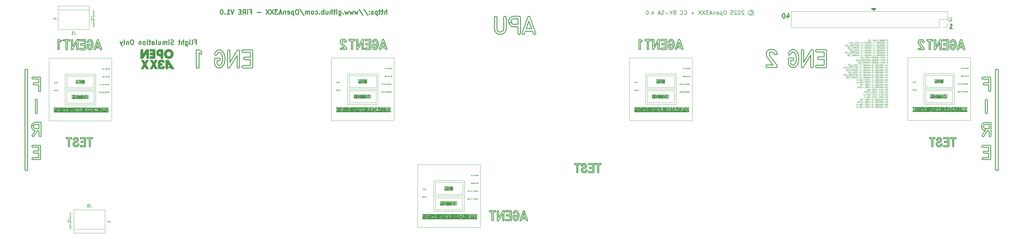
<source format=gbr>
%TF.GenerationSoftware,KiCad,Pcbnew,9.0.2*%
%TF.CreationDate,2025-07-16T22:13:36+02:00*%
%TF.ProjectId,fire,66697265-2e6b-4696-9361-645f70636258,rev?*%
%TF.SameCoordinates,Original*%
%TF.FileFunction,Legend,Bot*%
%TF.FilePolarity,Positive*%
%FSLAX46Y46*%
G04 Gerber Fmt 4.6, Leading zero omitted, Abs format (unit mm)*
G04 Created by KiCad (PCBNEW 9.0.2) date 2025-07-16 22:13:36*
%MOMM*%
%LPD*%
G01*
G04 APERTURE LIST*
%ADD10C,0.062500*%
%ADD11C,0.125000*%
%ADD12C,0.300000*%
%ADD13C,0.200000*%
%ADD14C,0.279999*%
%ADD15C,0.158750*%
%ADD16C,0.150000*%
%ADD17C,0.100000*%
%ADD18C,0.120000*%
%ADD19C,0.000000*%
%ADD20R,3.000000X3.000000*%
%ADD21C,3.000000*%
%ADD22R,1.500000X1.500000*%
%ADD23R,1.700000X1.700000*%
%ADD24C,1.700000*%
G04 APERTURE END LIST*
D10*
X75657427Y-111142858D02*
X75657427Y-111447620D01*
X75809808Y-111295239D02*
X75505046Y-111295239D01*
X75809808Y-111847619D02*
X75809808Y-111619048D01*
X75809808Y-111733334D02*
X75409808Y-111733334D01*
X75409808Y-111733334D02*
X75466951Y-111695238D01*
X75466951Y-111695238D02*
X75505046Y-111657143D01*
X75505046Y-111657143D02*
X75524094Y-111619048D01*
X75447903Y-112000000D02*
X75428856Y-112019048D01*
X75428856Y-112019048D02*
X75409808Y-112057143D01*
X75409808Y-112057143D02*
X75409808Y-112152381D01*
X75409808Y-112152381D02*
X75428856Y-112190476D01*
X75428856Y-112190476D02*
X75447903Y-112209524D01*
X75447903Y-112209524D02*
X75485999Y-112228571D01*
X75485999Y-112228571D02*
X75524094Y-112228571D01*
X75524094Y-112228571D02*
X75581237Y-112209524D01*
X75581237Y-112209524D02*
X75809808Y-111980952D01*
X75809808Y-111980952D02*
X75809808Y-112228571D01*
X75409808Y-112342857D02*
X75809808Y-112476190D01*
X75809808Y-112476190D02*
X75409808Y-112609523D01*
X76053786Y-109285714D02*
X76453786Y-109419047D01*
X76453786Y-109419047D02*
X76053786Y-109552380D01*
X76453786Y-109857142D02*
X76244262Y-109857142D01*
X76244262Y-109857142D02*
X76206167Y-109838095D01*
X76206167Y-109838095D02*
X76187119Y-109799999D01*
X76187119Y-109799999D02*
X76187119Y-109723809D01*
X76187119Y-109723809D02*
X76206167Y-109685714D01*
X76434739Y-109857142D02*
X76453786Y-109819047D01*
X76453786Y-109819047D02*
X76453786Y-109723809D01*
X76453786Y-109723809D02*
X76434739Y-109685714D01*
X76434739Y-109685714D02*
X76396643Y-109666666D01*
X76396643Y-109666666D02*
X76358548Y-109666666D01*
X76358548Y-109666666D02*
X76320453Y-109685714D01*
X76320453Y-109685714D02*
X76301405Y-109723809D01*
X76301405Y-109723809D02*
X76301405Y-109819047D01*
X76301405Y-109819047D02*
X76282358Y-109857142D01*
X76453786Y-110047619D02*
X76187119Y-110047619D01*
X76263310Y-110047619D02*
X76225215Y-110066666D01*
X76225215Y-110066666D02*
X76206167Y-110085714D01*
X76206167Y-110085714D02*
X76187119Y-110123809D01*
X76187119Y-110123809D02*
X76187119Y-110161904D01*
X76453786Y-110295238D02*
X76187119Y-110295238D01*
X76053786Y-110295238D02*
X76072834Y-110276190D01*
X76072834Y-110276190D02*
X76091881Y-110295238D01*
X76091881Y-110295238D02*
X76072834Y-110314285D01*
X76072834Y-110314285D02*
X76053786Y-110295238D01*
X76053786Y-110295238D02*
X76091881Y-110295238D01*
X76453786Y-110657142D02*
X76244262Y-110657142D01*
X76244262Y-110657142D02*
X76206167Y-110638095D01*
X76206167Y-110638095D02*
X76187119Y-110599999D01*
X76187119Y-110599999D02*
X76187119Y-110523809D01*
X76187119Y-110523809D02*
X76206167Y-110485714D01*
X76434739Y-110657142D02*
X76453786Y-110619047D01*
X76453786Y-110619047D02*
X76453786Y-110523809D01*
X76453786Y-110523809D02*
X76434739Y-110485714D01*
X76434739Y-110485714D02*
X76396643Y-110466666D01*
X76396643Y-110466666D02*
X76358548Y-110466666D01*
X76358548Y-110466666D02*
X76320453Y-110485714D01*
X76320453Y-110485714D02*
X76301405Y-110523809D01*
X76301405Y-110523809D02*
X76301405Y-110619047D01*
X76301405Y-110619047D02*
X76282358Y-110657142D01*
X76453786Y-110847619D02*
X76053786Y-110847619D01*
X76206167Y-110847619D02*
X76187119Y-110885714D01*
X76187119Y-110885714D02*
X76187119Y-110961904D01*
X76187119Y-110961904D02*
X76206167Y-111000000D01*
X76206167Y-111000000D02*
X76225215Y-111019047D01*
X76225215Y-111019047D02*
X76263310Y-111038095D01*
X76263310Y-111038095D02*
X76377596Y-111038095D01*
X76377596Y-111038095D02*
X76415691Y-111019047D01*
X76415691Y-111019047D02*
X76434739Y-111000000D01*
X76434739Y-111000000D02*
X76453786Y-110961904D01*
X76453786Y-110961904D02*
X76453786Y-110885714D01*
X76453786Y-110885714D02*
X76434739Y-110847619D01*
X76453786Y-111266666D02*
X76434739Y-111228571D01*
X76434739Y-111228571D02*
X76396643Y-111209524D01*
X76396643Y-111209524D02*
X76053786Y-111209524D01*
X76434739Y-111571429D02*
X76453786Y-111533333D01*
X76453786Y-111533333D02*
X76453786Y-111457143D01*
X76453786Y-111457143D02*
X76434739Y-111419048D01*
X76434739Y-111419048D02*
X76396643Y-111400000D01*
X76396643Y-111400000D02*
X76244262Y-111400000D01*
X76244262Y-111400000D02*
X76206167Y-111419048D01*
X76206167Y-111419048D02*
X76187119Y-111457143D01*
X76187119Y-111457143D02*
X76187119Y-111533333D01*
X76187119Y-111533333D02*
X76206167Y-111571429D01*
X76206167Y-111571429D02*
X76244262Y-111590476D01*
X76244262Y-111590476D02*
X76282358Y-111590476D01*
X76282358Y-111590476D02*
X76320453Y-111400000D01*
X76244262Y-112200000D02*
X76263310Y-112257143D01*
X76263310Y-112257143D02*
X76282358Y-112276190D01*
X76282358Y-112276190D02*
X76320453Y-112295238D01*
X76320453Y-112295238D02*
X76377596Y-112295238D01*
X76377596Y-112295238D02*
X76415691Y-112276190D01*
X76415691Y-112276190D02*
X76434739Y-112257143D01*
X76434739Y-112257143D02*
X76453786Y-112219048D01*
X76453786Y-112219048D02*
X76453786Y-112066667D01*
X76453786Y-112066667D02*
X76053786Y-112066667D01*
X76053786Y-112066667D02*
X76053786Y-112200000D01*
X76053786Y-112200000D02*
X76072834Y-112238095D01*
X76072834Y-112238095D02*
X76091881Y-112257143D01*
X76091881Y-112257143D02*
X76129977Y-112276190D01*
X76129977Y-112276190D02*
X76168072Y-112276190D01*
X76168072Y-112276190D02*
X76206167Y-112257143D01*
X76206167Y-112257143D02*
X76225215Y-112238095D01*
X76225215Y-112238095D02*
X76244262Y-112200000D01*
X76244262Y-112200000D02*
X76244262Y-112066667D01*
X76453786Y-112638095D02*
X76244262Y-112638095D01*
X76244262Y-112638095D02*
X76206167Y-112619048D01*
X76206167Y-112619048D02*
X76187119Y-112580952D01*
X76187119Y-112580952D02*
X76187119Y-112504762D01*
X76187119Y-112504762D02*
X76206167Y-112466667D01*
X76434739Y-112638095D02*
X76453786Y-112600000D01*
X76453786Y-112600000D02*
X76453786Y-112504762D01*
X76453786Y-112504762D02*
X76434739Y-112466667D01*
X76434739Y-112466667D02*
X76396643Y-112447619D01*
X76396643Y-112447619D02*
X76358548Y-112447619D01*
X76358548Y-112447619D02*
X76320453Y-112466667D01*
X76320453Y-112466667D02*
X76301405Y-112504762D01*
X76301405Y-112504762D02*
X76301405Y-112600000D01*
X76301405Y-112600000D02*
X76282358Y-112638095D01*
X76434739Y-113000000D02*
X76453786Y-112961905D01*
X76453786Y-112961905D02*
X76453786Y-112885714D01*
X76453786Y-112885714D02*
X76434739Y-112847619D01*
X76434739Y-112847619D02*
X76415691Y-112828572D01*
X76415691Y-112828572D02*
X76377596Y-112809524D01*
X76377596Y-112809524D02*
X76263310Y-112809524D01*
X76263310Y-112809524D02*
X76225215Y-112828572D01*
X76225215Y-112828572D02*
X76206167Y-112847619D01*
X76206167Y-112847619D02*
X76187119Y-112885714D01*
X76187119Y-112885714D02*
X76187119Y-112961905D01*
X76187119Y-112961905D02*
X76206167Y-113000000D01*
X76453786Y-113171429D02*
X76053786Y-113171429D01*
X76301405Y-113209524D02*
X76453786Y-113323810D01*
X76187119Y-113323810D02*
X76339500Y-113171429D01*
X76453786Y-113552381D02*
X76434739Y-113514286D01*
X76434739Y-113514286D02*
X76396643Y-113495239D01*
X76396643Y-113495239D02*
X76053786Y-113495239D01*
X76453786Y-113704763D02*
X76187119Y-113704763D01*
X76053786Y-113704763D02*
X76072834Y-113685715D01*
X76072834Y-113685715D02*
X76091881Y-113704763D01*
X76091881Y-113704763D02*
X76072834Y-113723810D01*
X76072834Y-113723810D02*
X76053786Y-113704763D01*
X76053786Y-113704763D02*
X76091881Y-113704763D01*
X76187119Y-114066667D02*
X76510929Y-114066667D01*
X76510929Y-114066667D02*
X76549024Y-114047620D01*
X76549024Y-114047620D02*
X76568072Y-114028572D01*
X76568072Y-114028572D02*
X76587119Y-113990477D01*
X76587119Y-113990477D02*
X76587119Y-113933334D01*
X76587119Y-113933334D02*
X76568072Y-113895239D01*
X76434739Y-114066667D02*
X76453786Y-114028572D01*
X76453786Y-114028572D02*
X76453786Y-113952381D01*
X76453786Y-113952381D02*
X76434739Y-113914286D01*
X76434739Y-113914286D02*
X76415691Y-113895239D01*
X76415691Y-113895239D02*
X76377596Y-113876191D01*
X76377596Y-113876191D02*
X76263310Y-113876191D01*
X76263310Y-113876191D02*
X76225215Y-113895239D01*
X76225215Y-113895239D02*
X76206167Y-113914286D01*
X76206167Y-113914286D02*
X76187119Y-113952381D01*
X76187119Y-113952381D02*
X76187119Y-114028572D01*
X76187119Y-114028572D02*
X76206167Y-114066667D01*
X76453786Y-114257144D02*
X76053786Y-114257144D01*
X76453786Y-114428572D02*
X76244262Y-114428572D01*
X76244262Y-114428572D02*
X76206167Y-114409525D01*
X76206167Y-114409525D02*
X76187119Y-114371429D01*
X76187119Y-114371429D02*
X76187119Y-114314286D01*
X76187119Y-114314286D02*
X76206167Y-114276191D01*
X76206167Y-114276191D02*
X76225215Y-114257144D01*
X76187119Y-114561906D02*
X76187119Y-114714287D01*
X76053786Y-114619049D02*
X76396643Y-114619049D01*
X76396643Y-114619049D02*
X76434739Y-114638096D01*
X76434739Y-114638096D02*
X76453786Y-114676191D01*
X76453786Y-114676191D02*
X76453786Y-114714287D01*
X63954762Y-111850845D02*
X63992857Y-111831797D01*
X63992857Y-111831797D02*
X64050000Y-111831797D01*
X64050000Y-111831797D02*
X64107143Y-111850845D01*
X64107143Y-111850845D02*
X64145238Y-111888940D01*
X64145238Y-111888940D02*
X64164285Y-111927035D01*
X64164285Y-111927035D02*
X64183333Y-112003226D01*
X64183333Y-112003226D02*
X64183333Y-112060369D01*
X64183333Y-112060369D02*
X64164285Y-112136559D01*
X64164285Y-112136559D02*
X64145238Y-112174654D01*
X64145238Y-112174654D02*
X64107143Y-112212750D01*
X64107143Y-112212750D02*
X64050000Y-112231797D01*
X64050000Y-112231797D02*
X64011904Y-112231797D01*
X64011904Y-112231797D02*
X63954762Y-112212750D01*
X63954762Y-112212750D02*
X63935714Y-112193702D01*
X63935714Y-112193702D02*
X63935714Y-112060369D01*
X63935714Y-112060369D02*
X64011904Y-112060369D01*
X63764285Y-112231797D02*
X63764285Y-111831797D01*
X63764285Y-111831797D02*
X63535714Y-112231797D01*
X63535714Y-112231797D02*
X63535714Y-111831797D01*
X63345237Y-112231797D02*
X63345237Y-111831797D01*
X63345237Y-111831797D02*
X63249999Y-111831797D01*
X63249999Y-111831797D02*
X63192856Y-111850845D01*
X63192856Y-111850845D02*
X63154761Y-111888940D01*
X63154761Y-111888940D02*
X63135714Y-111927035D01*
X63135714Y-111927035D02*
X63116666Y-112003226D01*
X63116666Y-112003226D02*
X63116666Y-112060369D01*
X63116666Y-112060369D02*
X63135714Y-112136559D01*
X63135714Y-112136559D02*
X63154761Y-112174654D01*
X63154761Y-112174654D02*
X63192856Y-112212750D01*
X63192856Y-112212750D02*
X63249999Y-112231797D01*
X63249999Y-112231797D02*
X63345237Y-112231797D01*
X68057427Y-177217858D02*
X68057427Y-177522620D01*
X68209808Y-177370239D02*
X67905046Y-177370239D01*
X68209808Y-177922619D02*
X68209808Y-177694048D01*
X68209808Y-177808334D02*
X67809808Y-177808334D01*
X67809808Y-177808334D02*
X67866951Y-177770238D01*
X67866951Y-177770238D02*
X67905046Y-177732143D01*
X67905046Y-177732143D02*
X67924094Y-177694048D01*
X67847903Y-178075000D02*
X67828856Y-178094048D01*
X67828856Y-178094048D02*
X67809808Y-178132143D01*
X67809808Y-178132143D02*
X67809808Y-178227381D01*
X67809808Y-178227381D02*
X67828856Y-178265476D01*
X67828856Y-178265476D02*
X67847903Y-178284524D01*
X67847903Y-178284524D02*
X67885999Y-178303571D01*
X67885999Y-178303571D02*
X67924094Y-178303571D01*
X67924094Y-178303571D02*
X67981237Y-178284524D01*
X67981237Y-178284524D02*
X68209808Y-178055952D01*
X68209808Y-178055952D02*
X68209808Y-178303571D01*
X67809808Y-178417857D02*
X68209808Y-178551190D01*
X68209808Y-178551190D02*
X67809808Y-178684523D01*
X68453786Y-175360714D02*
X68853786Y-175494047D01*
X68853786Y-175494047D02*
X68453786Y-175627380D01*
X68853786Y-175932142D02*
X68644262Y-175932142D01*
X68644262Y-175932142D02*
X68606167Y-175913095D01*
X68606167Y-175913095D02*
X68587119Y-175874999D01*
X68587119Y-175874999D02*
X68587119Y-175798809D01*
X68587119Y-175798809D02*
X68606167Y-175760714D01*
X68834739Y-175932142D02*
X68853786Y-175894047D01*
X68853786Y-175894047D02*
X68853786Y-175798809D01*
X68853786Y-175798809D02*
X68834739Y-175760714D01*
X68834739Y-175760714D02*
X68796643Y-175741666D01*
X68796643Y-175741666D02*
X68758548Y-175741666D01*
X68758548Y-175741666D02*
X68720453Y-175760714D01*
X68720453Y-175760714D02*
X68701405Y-175798809D01*
X68701405Y-175798809D02*
X68701405Y-175894047D01*
X68701405Y-175894047D02*
X68682358Y-175932142D01*
X68853786Y-176122619D02*
X68587119Y-176122619D01*
X68663310Y-176122619D02*
X68625215Y-176141666D01*
X68625215Y-176141666D02*
X68606167Y-176160714D01*
X68606167Y-176160714D02*
X68587119Y-176198809D01*
X68587119Y-176198809D02*
X68587119Y-176236904D01*
X68853786Y-176370238D02*
X68587119Y-176370238D01*
X68453786Y-176370238D02*
X68472834Y-176351190D01*
X68472834Y-176351190D02*
X68491881Y-176370238D01*
X68491881Y-176370238D02*
X68472834Y-176389285D01*
X68472834Y-176389285D02*
X68453786Y-176370238D01*
X68453786Y-176370238D02*
X68491881Y-176370238D01*
X68853786Y-176732142D02*
X68644262Y-176732142D01*
X68644262Y-176732142D02*
X68606167Y-176713095D01*
X68606167Y-176713095D02*
X68587119Y-176674999D01*
X68587119Y-176674999D02*
X68587119Y-176598809D01*
X68587119Y-176598809D02*
X68606167Y-176560714D01*
X68834739Y-176732142D02*
X68853786Y-176694047D01*
X68853786Y-176694047D02*
X68853786Y-176598809D01*
X68853786Y-176598809D02*
X68834739Y-176560714D01*
X68834739Y-176560714D02*
X68796643Y-176541666D01*
X68796643Y-176541666D02*
X68758548Y-176541666D01*
X68758548Y-176541666D02*
X68720453Y-176560714D01*
X68720453Y-176560714D02*
X68701405Y-176598809D01*
X68701405Y-176598809D02*
X68701405Y-176694047D01*
X68701405Y-176694047D02*
X68682358Y-176732142D01*
X68853786Y-176922619D02*
X68453786Y-176922619D01*
X68606167Y-176922619D02*
X68587119Y-176960714D01*
X68587119Y-176960714D02*
X68587119Y-177036904D01*
X68587119Y-177036904D02*
X68606167Y-177075000D01*
X68606167Y-177075000D02*
X68625215Y-177094047D01*
X68625215Y-177094047D02*
X68663310Y-177113095D01*
X68663310Y-177113095D02*
X68777596Y-177113095D01*
X68777596Y-177113095D02*
X68815691Y-177094047D01*
X68815691Y-177094047D02*
X68834739Y-177075000D01*
X68834739Y-177075000D02*
X68853786Y-177036904D01*
X68853786Y-177036904D02*
X68853786Y-176960714D01*
X68853786Y-176960714D02*
X68834739Y-176922619D01*
X68853786Y-177341666D02*
X68834739Y-177303571D01*
X68834739Y-177303571D02*
X68796643Y-177284524D01*
X68796643Y-177284524D02*
X68453786Y-177284524D01*
X68834739Y-177646429D02*
X68853786Y-177608333D01*
X68853786Y-177608333D02*
X68853786Y-177532143D01*
X68853786Y-177532143D02*
X68834739Y-177494048D01*
X68834739Y-177494048D02*
X68796643Y-177475000D01*
X68796643Y-177475000D02*
X68644262Y-177475000D01*
X68644262Y-177475000D02*
X68606167Y-177494048D01*
X68606167Y-177494048D02*
X68587119Y-177532143D01*
X68587119Y-177532143D02*
X68587119Y-177608333D01*
X68587119Y-177608333D02*
X68606167Y-177646429D01*
X68606167Y-177646429D02*
X68644262Y-177665476D01*
X68644262Y-177665476D02*
X68682358Y-177665476D01*
X68682358Y-177665476D02*
X68720453Y-177475000D01*
X68644262Y-178275000D02*
X68663310Y-178332143D01*
X68663310Y-178332143D02*
X68682358Y-178351190D01*
X68682358Y-178351190D02*
X68720453Y-178370238D01*
X68720453Y-178370238D02*
X68777596Y-178370238D01*
X68777596Y-178370238D02*
X68815691Y-178351190D01*
X68815691Y-178351190D02*
X68834739Y-178332143D01*
X68834739Y-178332143D02*
X68853786Y-178294048D01*
X68853786Y-178294048D02*
X68853786Y-178141667D01*
X68853786Y-178141667D02*
X68453786Y-178141667D01*
X68453786Y-178141667D02*
X68453786Y-178275000D01*
X68453786Y-178275000D02*
X68472834Y-178313095D01*
X68472834Y-178313095D02*
X68491881Y-178332143D01*
X68491881Y-178332143D02*
X68529977Y-178351190D01*
X68529977Y-178351190D02*
X68568072Y-178351190D01*
X68568072Y-178351190D02*
X68606167Y-178332143D01*
X68606167Y-178332143D02*
X68625215Y-178313095D01*
X68625215Y-178313095D02*
X68644262Y-178275000D01*
X68644262Y-178275000D02*
X68644262Y-178141667D01*
X68853786Y-178713095D02*
X68644262Y-178713095D01*
X68644262Y-178713095D02*
X68606167Y-178694048D01*
X68606167Y-178694048D02*
X68587119Y-178655952D01*
X68587119Y-178655952D02*
X68587119Y-178579762D01*
X68587119Y-178579762D02*
X68606167Y-178541667D01*
X68834739Y-178713095D02*
X68853786Y-178675000D01*
X68853786Y-178675000D02*
X68853786Y-178579762D01*
X68853786Y-178579762D02*
X68834739Y-178541667D01*
X68834739Y-178541667D02*
X68796643Y-178522619D01*
X68796643Y-178522619D02*
X68758548Y-178522619D01*
X68758548Y-178522619D02*
X68720453Y-178541667D01*
X68720453Y-178541667D02*
X68701405Y-178579762D01*
X68701405Y-178579762D02*
X68701405Y-178675000D01*
X68701405Y-178675000D02*
X68682358Y-178713095D01*
X68834739Y-179075000D02*
X68853786Y-179036905D01*
X68853786Y-179036905D02*
X68853786Y-178960714D01*
X68853786Y-178960714D02*
X68834739Y-178922619D01*
X68834739Y-178922619D02*
X68815691Y-178903572D01*
X68815691Y-178903572D02*
X68777596Y-178884524D01*
X68777596Y-178884524D02*
X68663310Y-178884524D01*
X68663310Y-178884524D02*
X68625215Y-178903572D01*
X68625215Y-178903572D02*
X68606167Y-178922619D01*
X68606167Y-178922619D02*
X68587119Y-178960714D01*
X68587119Y-178960714D02*
X68587119Y-179036905D01*
X68587119Y-179036905D02*
X68606167Y-179075000D01*
X68853786Y-179246429D02*
X68453786Y-179246429D01*
X68701405Y-179284524D02*
X68853786Y-179398810D01*
X68587119Y-179398810D02*
X68739500Y-179246429D01*
X68853786Y-179627381D02*
X68834739Y-179589286D01*
X68834739Y-179589286D02*
X68796643Y-179570239D01*
X68796643Y-179570239D02*
X68453786Y-179570239D01*
X68853786Y-179779763D02*
X68587119Y-179779763D01*
X68453786Y-179779763D02*
X68472834Y-179760715D01*
X68472834Y-179760715D02*
X68491881Y-179779763D01*
X68491881Y-179779763D02*
X68472834Y-179798810D01*
X68472834Y-179798810D02*
X68453786Y-179779763D01*
X68453786Y-179779763D02*
X68491881Y-179779763D01*
X68587119Y-180141667D02*
X68910929Y-180141667D01*
X68910929Y-180141667D02*
X68949024Y-180122620D01*
X68949024Y-180122620D02*
X68968072Y-180103572D01*
X68968072Y-180103572D02*
X68987119Y-180065477D01*
X68987119Y-180065477D02*
X68987119Y-180008334D01*
X68987119Y-180008334D02*
X68968072Y-179970239D01*
X68834739Y-180141667D02*
X68853786Y-180103572D01*
X68853786Y-180103572D02*
X68853786Y-180027381D01*
X68853786Y-180027381D02*
X68834739Y-179989286D01*
X68834739Y-179989286D02*
X68815691Y-179970239D01*
X68815691Y-179970239D02*
X68777596Y-179951191D01*
X68777596Y-179951191D02*
X68663310Y-179951191D01*
X68663310Y-179951191D02*
X68625215Y-179970239D01*
X68625215Y-179970239D02*
X68606167Y-179989286D01*
X68606167Y-179989286D02*
X68587119Y-180027381D01*
X68587119Y-180027381D02*
X68587119Y-180103572D01*
X68587119Y-180103572D02*
X68606167Y-180141667D01*
X68853786Y-180332144D02*
X68453786Y-180332144D01*
X68853786Y-180503572D02*
X68644262Y-180503572D01*
X68644262Y-180503572D02*
X68606167Y-180484525D01*
X68606167Y-180484525D02*
X68587119Y-180446429D01*
X68587119Y-180446429D02*
X68587119Y-180389286D01*
X68587119Y-180389286D02*
X68606167Y-180351191D01*
X68606167Y-180351191D02*
X68625215Y-180332144D01*
X68587119Y-180636906D02*
X68587119Y-180789287D01*
X68453786Y-180694049D02*
X68796643Y-180694049D01*
X68796643Y-180694049D02*
X68834739Y-180713096D01*
X68834739Y-180713096D02*
X68853786Y-180751191D01*
X68853786Y-180751191D02*
X68853786Y-180789287D01*
X81679762Y-178150845D02*
X81717857Y-178131797D01*
X81717857Y-178131797D02*
X81775000Y-178131797D01*
X81775000Y-178131797D02*
X81832143Y-178150845D01*
X81832143Y-178150845D02*
X81870238Y-178188940D01*
X81870238Y-178188940D02*
X81889285Y-178227035D01*
X81889285Y-178227035D02*
X81908333Y-178303226D01*
X81908333Y-178303226D02*
X81908333Y-178360369D01*
X81908333Y-178360369D02*
X81889285Y-178436559D01*
X81889285Y-178436559D02*
X81870238Y-178474654D01*
X81870238Y-178474654D02*
X81832143Y-178512750D01*
X81832143Y-178512750D02*
X81775000Y-178531797D01*
X81775000Y-178531797D02*
X81736904Y-178531797D01*
X81736904Y-178531797D02*
X81679762Y-178512750D01*
X81679762Y-178512750D02*
X81660714Y-178493702D01*
X81660714Y-178493702D02*
X81660714Y-178360369D01*
X81660714Y-178360369D02*
X81736904Y-178360369D01*
X81489285Y-178531797D02*
X81489285Y-178131797D01*
X81489285Y-178131797D02*
X81260714Y-178531797D01*
X81260714Y-178531797D02*
X81260714Y-178131797D01*
X81070237Y-178531797D02*
X81070237Y-178131797D01*
X81070237Y-178131797D02*
X80974999Y-178131797D01*
X80974999Y-178131797D02*
X80917856Y-178150845D01*
X80917856Y-178150845D02*
X80879761Y-178188940D01*
X80879761Y-178188940D02*
X80860714Y-178227035D01*
X80860714Y-178227035D02*
X80841666Y-178303226D01*
X80841666Y-178303226D02*
X80841666Y-178360369D01*
X80841666Y-178360369D02*
X80860714Y-178436559D01*
X80860714Y-178436559D02*
X80879761Y-178474654D01*
X80879761Y-178474654D02*
X80917856Y-178512750D01*
X80917856Y-178512750D02*
X80974999Y-178531797D01*
X80974999Y-178531797D02*
X81070237Y-178531797D01*
D11*
X335730859Y-119564732D02*
X335849906Y-119564732D01*
X335849906Y-119564732D02*
X335849906Y-118850446D01*
X335849906Y-118850446D02*
X335730859Y-118850446D01*
X335254669Y-119350446D02*
X335278478Y-119374256D01*
X335278478Y-119374256D02*
X335349907Y-119398065D01*
X335349907Y-119398065D02*
X335397526Y-119398065D01*
X335397526Y-119398065D02*
X335468954Y-119374256D01*
X335468954Y-119374256D02*
X335516573Y-119326636D01*
X335516573Y-119326636D02*
X335540383Y-119279017D01*
X335540383Y-119279017D02*
X335564192Y-119183779D01*
X335564192Y-119183779D02*
X335564192Y-119112351D01*
X335564192Y-119112351D02*
X335540383Y-119017113D01*
X335540383Y-119017113D02*
X335516573Y-118969494D01*
X335516573Y-118969494D02*
X335468954Y-118921875D01*
X335468954Y-118921875D02*
X335397526Y-118898065D01*
X335397526Y-118898065D02*
X335349907Y-118898065D01*
X335349907Y-118898065D02*
X335278478Y-118921875D01*
X335278478Y-118921875D02*
X335254669Y-118945684D01*
X334945145Y-118898065D02*
X334849907Y-118898065D01*
X334849907Y-118898065D02*
X334802288Y-118921875D01*
X334802288Y-118921875D02*
X334754669Y-118969494D01*
X334754669Y-118969494D02*
X334730859Y-119064732D01*
X334730859Y-119064732D02*
X334730859Y-119231398D01*
X334730859Y-119231398D02*
X334754669Y-119326636D01*
X334754669Y-119326636D02*
X334802288Y-119374256D01*
X334802288Y-119374256D02*
X334849907Y-119398065D01*
X334849907Y-119398065D02*
X334945145Y-119398065D01*
X334945145Y-119398065D02*
X334992764Y-119374256D01*
X334992764Y-119374256D02*
X335040383Y-119326636D01*
X335040383Y-119326636D02*
X335064192Y-119231398D01*
X335064192Y-119231398D02*
X335064192Y-119064732D01*
X335064192Y-119064732D02*
X335040383Y-118969494D01*
X335040383Y-118969494D02*
X334992764Y-118921875D01*
X334992764Y-118921875D02*
X334945145Y-118898065D01*
X334516573Y-119398065D02*
X334516573Y-118898065D01*
X334516573Y-118898065D02*
X334230859Y-119398065D01*
X334230859Y-119398065D02*
X334230859Y-118898065D01*
X333992763Y-119398065D02*
X333992763Y-118898065D01*
X333992763Y-118898065D02*
X333707049Y-119398065D01*
X333707049Y-119398065D02*
X333707049Y-118898065D01*
X333468953Y-119136160D02*
X333302286Y-119136160D01*
X333230858Y-119398065D02*
X333468953Y-119398065D01*
X333468953Y-119398065D02*
X333468953Y-118898065D01*
X333468953Y-118898065D02*
X333230858Y-118898065D01*
X332730858Y-119350446D02*
X332754667Y-119374256D01*
X332754667Y-119374256D02*
X332826096Y-119398065D01*
X332826096Y-119398065D02*
X332873715Y-119398065D01*
X332873715Y-119398065D02*
X332945143Y-119374256D01*
X332945143Y-119374256D02*
X332992762Y-119326636D01*
X332992762Y-119326636D02*
X333016572Y-119279017D01*
X333016572Y-119279017D02*
X333040381Y-119183779D01*
X333040381Y-119183779D02*
X333040381Y-119112351D01*
X333040381Y-119112351D02*
X333016572Y-119017113D01*
X333016572Y-119017113D02*
X332992762Y-118969494D01*
X332992762Y-118969494D02*
X332945143Y-118921875D01*
X332945143Y-118921875D02*
X332873715Y-118898065D01*
X332873715Y-118898065D02*
X332826096Y-118898065D01*
X332826096Y-118898065D02*
X332754667Y-118921875D01*
X332754667Y-118921875D02*
X332730858Y-118945684D01*
X332588000Y-118898065D02*
X332302286Y-118898065D01*
X332445143Y-119398065D02*
X332445143Y-118898065D01*
X332135620Y-119398065D02*
X332135620Y-118898065D01*
X331802287Y-118898065D02*
X331707049Y-118898065D01*
X331707049Y-118898065D02*
X331659430Y-118921875D01*
X331659430Y-118921875D02*
X331611811Y-118969494D01*
X331611811Y-118969494D02*
X331588001Y-119064732D01*
X331588001Y-119064732D02*
X331588001Y-119231398D01*
X331588001Y-119231398D02*
X331611811Y-119326636D01*
X331611811Y-119326636D02*
X331659430Y-119374256D01*
X331659430Y-119374256D02*
X331707049Y-119398065D01*
X331707049Y-119398065D02*
X331802287Y-119398065D01*
X331802287Y-119398065D02*
X331849906Y-119374256D01*
X331849906Y-119374256D02*
X331897525Y-119326636D01*
X331897525Y-119326636D02*
X331921334Y-119231398D01*
X331921334Y-119231398D02*
X331921334Y-119064732D01*
X331921334Y-119064732D02*
X331897525Y-118969494D01*
X331897525Y-118969494D02*
X331849906Y-118921875D01*
X331849906Y-118921875D02*
X331802287Y-118898065D01*
X331373715Y-119398065D02*
X331373715Y-118898065D01*
X331373715Y-118898065D02*
X331088001Y-119398065D01*
X331088001Y-119398065D02*
X331088001Y-118898065D01*
X330326096Y-118898065D02*
X330326096Y-119255208D01*
X330326096Y-119255208D02*
X330349905Y-119326636D01*
X330349905Y-119326636D02*
X330397524Y-119374256D01*
X330397524Y-119374256D02*
X330468953Y-119398065D01*
X330468953Y-119398065D02*
X330516572Y-119398065D01*
X330111810Y-118945684D02*
X330088001Y-118921875D01*
X330088001Y-118921875D02*
X330040382Y-118898065D01*
X330040382Y-118898065D02*
X329921334Y-118898065D01*
X329921334Y-118898065D02*
X329873715Y-118921875D01*
X329873715Y-118921875D02*
X329849906Y-118945684D01*
X329849906Y-118945684D02*
X329826096Y-118993303D01*
X329826096Y-118993303D02*
X329826096Y-119040922D01*
X329826096Y-119040922D02*
X329849906Y-119112351D01*
X329849906Y-119112351D02*
X330135620Y-119398065D01*
X330135620Y-119398065D02*
X329826096Y-119398065D01*
X329659430Y-119564732D02*
X329540382Y-119564732D01*
X329540382Y-119564732D02*
X329540382Y-118850446D01*
X329540382Y-118850446D02*
X329659430Y-118850446D01*
X335611811Y-120203037D02*
X335897525Y-120203037D01*
X335754668Y-120203037D02*
X335754668Y-119703037D01*
X335754668Y-119703037D02*
X335802287Y-119774466D01*
X335802287Y-119774466D02*
X335849906Y-119822085D01*
X335849906Y-119822085D02*
X335897525Y-119845894D01*
X335397526Y-120012561D02*
X335016574Y-120012561D01*
X334778478Y-119941132D02*
X334611811Y-119941132D01*
X334540383Y-120203037D02*
X334778478Y-120203037D01*
X334778478Y-120203037D02*
X334778478Y-119703037D01*
X334778478Y-119703037D02*
X334540383Y-119703037D01*
X334326097Y-120203037D02*
X334326097Y-119703037D01*
X334326097Y-119703037D02*
X334040383Y-120203037D01*
X334040383Y-120203037D02*
X334040383Y-119703037D01*
X333540382Y-119726847D02*
X333588001Y-119703037D01*
X333588001Y-119703037D02*
X333659430Y-119703037D01*
X333659430Y-119703037D02*
X333730858Y-119726847D01*
X333730858Y-119726847D02*
X333778477Y-119774466D01*
X333778477Y-119774466D02*
X333802287Y-119822085D01*
X333802287Y-119822085D02*
X333826096Y-119917323D01*
X333826096Y-119917323D02*
X333826096Y-119988751D01*
X333826096Y-119988751D02*
X333802287Y-120083989D01*
X333802287Y-120083989D02*
X333778477Y-120131608D01*
X333778477Y-120131608D02*
X333730858Y-120179228D01*
X333730858Y-120179228D02*
X333659430Y-120203037D01*
X333659430Y-120203037D02*
X333611811Y-120203037D01*
X333611811Y-120203037D02*
X333540382Y-120179228D01*
X333540382Y-120179228D02*
X333516573Y-120155418D01*
X333516573Y-120155418D02*
X333516573Y-119988751D01*
X333516573Y-119988751D02*
X333611811Y-119988751D01*
X333302287Y-120203037D02*
X333302287Y-119703037D01*
X333064192Y-120203037D02*
X333064192Y-119703037D01*
X333064192Y-119703037D02*
X332778478Y-120203037D01*
X332778478Y-120203037D02*
X332778478Y-119703037D01*
X332540382Y-119941132D02*
X332373715Y-119941132D01*
X332302287Y-120203037D02*
X332540382Y-120203037D01*
X332540382Y-120203037D02*
X332540382Y-119703037D01*
X332540382Y-119703037D02*
X332302287Y-119703037D01*
X332088001Y-120012561D02*
X331707049Y-120012561D01*
X331207048Y-120203037D02*
X331492762Y-120203037D01*
X331349905Y-120203037D02*
X331349905Y-119703037D01*
X331349905Y-119703037D02*
X331397524Y-119774466D01*
X331397524Y-119774466D02*
X331445143Y-119822085D01*
X331445143Y-119822085D02*
X331492762Y-119845894D01*
X330992763Y-120012561D02*
X330611811Y-120012561D01*
X330397524Y-120060180D02*
X330159429Y-120060180D01*
X330445143Y-120203037D02*
X330278477Y-119703037D01*
X330278477Y-119703037D02*
X330111810Y-120203037D01*
X329683239Y-119726847D02*
X329730858Y-119703037D01*
X329730858Y-119703037D02*
X329802287Y-119703037D01*
X329802287Y-119703037D02*
X329873715Y-119726847D01*
X329873715Y-119726847D02*
X329921334Y-119774466D01*
X329921334Y-119774466D02*
X329945144Y-119822085D01*
X329945144Y-119822085D02*
X329968953Y-119917323D01*
X329968953Y-119917323D02*
X329968953Y-119988751D01*
X329968953Y-119988751D02*
X329945144Y-120083989D01*
X329945144Y-120083989D02*
X329921334Y-120131608D01*
X329921334Y-120131608D02*
X329873715Y-120179228D01*
X329873715Y-120179228D02*
X329802287Y-120203037D01*
X329802287Y-120203037D02*
X329754668Y-120203037D01*
X329754668Y-120203037D02*
X329683239Y-120179228D01*
X329683239Y-120179228D02*
X329659430Y-120155418D01*
X329659430Y-120155418D02*
X329659430Y-119988751D01*
X329659430Y-119988751D02*
X329754668Y-119988751D01*
X329445144Y-119941132D02*
X329278477Y-119941132D01*
X329207049Y-120203037D02*
X329445144Y-120203037D01*
X329445144Y-120203037D02*
X329445144Y-119703037D01*
X329445144Y-119703037D02*
X329207049Y-119703037D01*
X328992763Y-120203037D02*
X328992763Y-119703037D01*
X328992763Y-119703037D02*
X328707049Y-120203037D01*
X328707049Y-120203037D02*
X328707049Y-119703037D01*
X328540381Y-119703037D02*
X328254667Y-119703037D01*
X328397524Y-120203037D02*
X328397524Y-119703037D01*
X328088001Y-120012561D02*
X327707049Y-120012561D01*
X327207048Y-120203037D02*
X327492762Y-120203037D01*
X327349905Y-120203037D02*
X327349905Y-119703037D01*
X327349905Y-119703037D02*
X327397524Y-119774466D01*
X327397524Y-119774466D02*
X327445143Y-119822085D01*
X327445143Y-119822085D02*
X327492762Y-119845894D01*
X326992763Y-120012561D02*
X326611811Y-120012561D01*
X326445143Y-119703037D02*
X326159429Y-119703037D01*
X326302286Y-120203037D02*
X326302286Y-119703037D01*
X325897525Y-119703037D02*
X325802287Y-119703037D01*
X325802287Y-119703037D02*
X325754668Y-119726847D01*
X325754668Y-119726847D02*
X325707049Y-119774466D01*
X325707049Y-119774466D02*
X325683239Y-119869704D01*
X325683239Y-119869704D02*
X325683239Y-120036370D01*
X325683239Y-120036370D02*
X325707049Y-120131608D01*
X325707049Y-120131608D02*
X325754668Y-120179228D01*
X325754668Y-120179228D02*
X325802287Y-120203037D01*
X325802287Y-120203037D02*
X325897525Y-120203037D01*
X325897525Y-120203037D02*
X325945144Y-120179228D01*
X325945144Y-120179228D02*
X325992763Y-120131608D01*
X325992763Y-120131608D02*
X326016572Y-120036370D01*
X326016572Y-120036370D02*
X326016572Y-119869704D01*
X326016572Y-119869704D02*
X325992763Y-119774466D01*
X325992763Y-119774466D02*
X325945144Y-119726847D01*
X325945144Y-119726847D02*
X325897525Y-119703037D01*
X325468953Y-120203037D02*
X325468953Y-119703037D01*
X325468953Y-119703037D02*
X325278477Y-119703037D01*
X325278477Y-119703037D02*
X325230858Y-119726847D01*
X325230858Y-119726847D02*
X325207048Y-119750656D01*
X325207048Y-119750656D02*
X325183239Y-119798275D01*
X325183239Y-119798275D02*
X325183239Y-119869704D01*
X325183239Y-119869704D02*
X325207048Y-119917323D01*
X325207048Y-119917323D02*
X325230858Y-119941132D01*
X325230858Y-119941132D02*
X325278477Y-119964942D01*
X325278477Y-119964942D02*
X325468953Y-119964942D01*
X325088001Y-120250656D02*
X324707048Y-120250656D01*
X324349906Y-120203037D02*
X324588001Y-120203037D01*
X324588001Y-120203037D02*
X324588001Y-119703037D01*
X324183239Y-119941132D02*
X324016572Y-119941132D01*
X323945144Y-120203037D02*
X324183239Y-120203037D01*
X324183239Y-120203037D02*
X324183239Y-119703037D01*
X324183239Y-119703037D02*
X323945144Y-119703037D01*
X323730858Y-120203037D02*
X323730858Y-119703037D01*
X323730858Y-119703037D02*
X323611810Y-119703037D01*
X323611810Y-119703037D02*
X323540382Y-119726847D01*
X323540382Y-119726847D02*
X323492763Y-119774466D01*
X323492763Y-119774466D02*
X323468953Y-119822085D01*
X323468953Y-119822085D02*
X323445144Y-119917323D01*
X323445144Y-119917323D02*
X323445144Y-119988751D01*
X323445144Y-119988751D02*
X323468953Y-120083989D01*
X323468953Y-120083989D02*
X323492763Y-120131608D01*
X323492763Y-120131608D02*
X323540382Y-120179228D01*
X323540382Y-120179228D02*
X323611810Y-120203037D01*
X323611810Y-120203037D02*
X323730858Y-120203037D01*
X335897525Y-120555628D02*
X335873716Y-120531819D01*
X335873716Y-120531819D02*
X335826097Y-120508009D01*
X335826097Y-120508009D02*
X335707049Y-120508009D01*
X335707049Y-120508009D02*
X335659430Y-120531819D01*
X335659430Y-120531819D02*
X335635621Y-120555628D01*
X335635621Y-120555628D02*
X335611811Y-120603247D01*
X335611811Y-120603247D02*
X335611811Y-120650866D01*
X335611811Y-120650866D02*
X335635621Y-120722295D01*
X335635621Y-120722295D02*
X335921335Y-121008009D01*
X335921335Y-121008009D02*
X335611811Y-121008009D01*
X335397526Y-120817533D02*
X335016574Y-120817533D01*
X334778478Y-120746104D02*
X334611811Y-120746104D01*
X334540383Y-121008009D02*
X334778478Y-121008009D01*
X334778478Y-121008009D02*
X334778478Y-120508009D01*
X334778478Y-120508009D02*
X334540383Y-120508009D01*
X334326097Y-121008009D02*
X334326097Y-120508009D01*
X334326097Y-120508009D02*
X334040383Y-121008009D01*
X334040383Y-121008009D02*
X334040383Y-120508009D01*
X333540382Y-120531819D02*
X333588001Y-120508009D01*
X333588001Y-120508009D02*
X333659430Y-120508009D01*
X333659430Y-120508009D02*
X333730858Y-120531819D01*
X333730858Y-120531819D02*
X333778477Y-120579438D01*
X333778477Y-120579438D02*
X333802287Y-120627057D01*
X333802287Y-120627057D02*
X333826096Y-120722295D01*
X333826096Y-120722295D02*
X333826096Y-120793723D01*
X333826096Y-120793723D02*
X333802287Y-120888961D01*
X333802287Y-120888961D02*
X333778477Y-120936580D01*
X333778477Y-120936580D02*
X333730858Y-120984200D01*
X333730858Y-120984200D02*
X333659430Y-121008009D01*
X333659430Y-121008009D02*
X333611811Y-121008009D01*
X333611811Y-121008009D02*
X333540382Y-120984200D01*
X333540382Y-120984200D02*
X333516573Y-120960390D01*
X333516573Y-120960390D02*
X333516573Y-120793723D01*
X333516573Y-120793723D02*
X333611811Y-120793723D01*
X333302287Y-121008009D02*
X333302287Y-120508009D01*
X333064192Y-121008009D02*
X333064192Y-120508009D01*
X333064192Y-120508009D02*
X332778478Y-121008009D01*
X332778478Y-121008009D02*
X332778478Y-120508009D01*
X332540382Y-120746104D02*
X332373715Y-120746104D01*
X332302287Y-121008009D02*
X332540382Y-121008009D01*
X332540382Y-121008009D02*
X332540382Y-120508009D01*
X332540382Y-120508009D02*
X332302287Y-120508009D01*
X332088001Y-120817533D02*
X331707049Y-120817533D01*
X331207048Y-121008009D02*
X331492762Y-121008009D01*
X331349905Y-121008009D02*
X331349905Y-120508009D01*
X331349905Y-120508009D02*
X331397524Y-120579438D01*
X331397524Y-120579438D02*
X331445143Y-120627057D01*
X331445143Y-120627057D02*
X331492762Y-120650866D01*
X330992763Y-120817533D02*
X330611811Y-120817533D01*
X330397524Y-120865152D02*
X330159429Y-120865152D01*
X330445143Y-121008009D02*
X330278477Y-120508009D01*
X330278477Y-120508009D02*
X330111810Y-121008009D01*
X329683239Y-120531819D02*
X329730858Y-120508009D01*
X329730858Y-120508009D02*
X329802287Y-120508009D01*
X329802287Y-120508009D02*
X329873715Y-120531819D01*
X329873715Y-120531819D02*
X329921334Y-120579438D01*
X329921334Y-120579438D02*
X329945144Y-120627057D01*
X329945144Y-120627057D02*
X329968953Y-120722295D01*
X329968953Y-120722295D02*
X329968953Y-120793723D01*
X329968953Y-120793723D02*
X329945144Y-120888961D01*
X329945144Y-120888961D02*
X329921334Y-120936580D01*
X329921334Y-120936580D02*
X329873715Y-120984200D01*
X329873715Y-120984200D02*
X329802287Y-121008009D01*
X329802287Y-121008009D02*
X329754668Y-121008009D01*
X329754668Y-121008009D02*
X329683239Y-120984200D01*
X329683239Y-120984200D02*
X329659430Y-120960390D01*
X329659430Y-120960390D02*
X329659430Y-120793723D01*
X329659430Y-120793723D02*
X329754668Y-120793723D01*
X329445144Y-120746104D02*
X329278477Y-120746104D01*
X329207049Y-121008009D02*
X329445144Y-121008009D01*
X329445144Y-121008009D02*
X329445144Y-120508009D01*
X329445144Y-120508009D02*
X329207049Y-120508009D01*
X328992763Y-121008009D02*
X328992763Y-120508009D01*
X328992763Y-120508009D02*
X328707049Y-121008009D01*
X328707049Y-121008009D02*
X328707049Y-120508009D01*
X328540381Y-120508009D02*
X328254667Y-120508009D01*
X328397524Y-121008009D02*
X328397524Y-120508009D01*
X328088001Y-120817533D02*
X327707049Y-120817533D01*
X327207048Y-121008009D02*
X327492762Y-121008009D01*
X327349905Y-121008009D02*
X327349905Y-120508009D01*
X327349905Y-120508009D02*
X327397524Y-120579438D01*
X327397524Y-120579438D02*
X327445143Y-120627057D01*
X327445143Y-120627057D02*
X327492762Y-120650866D01*
X326992763Y-120817533D02*
X326611811Y-120817533D01*
X326207048Y-120746104D02*
X326135620Y-120769914D01*
X326135620Y-120769914D02*
X326111810Y-120793723D01*
X326111810Y-120793723D02*
X326088001Y-120841342D01*
X326088001Y-120841342D02*
X326088001Y-120912771D01*
X326088001Y-120912771D02*
X326111810Y-120960390D01*
X326111810Y-120960390D02*
X326135620Y-120984200D01*
X326135620Y-120984200D02*
X326183239Y-121008009D01*
X326183239Y-121008009D02*
X326373715Y-121008009D01*
X326373715Y-121008009D02*
X326373715Y-120508009D01*
X326373715Y-120508009D02*
X326207048Y-120508009D01*
X326207048Y-120508009D02*
X326159429Y-120531819D01*
X326159429Y-120531819D02*
X326135620Y-120555628D01*
X326135620Y-120555628D02*
X326111810Y-120603247D01*
X326111810Y-120603247D02*
X326111810Y-120650866D01*
X326111810Y-120650866D02*
X326135620Y-120698485D01*
X326135620Y-120698485D02*
X326159429Y-120722295D01*
X326159429Y-120722295D02*
X326207048Y-120746104D01*
X326207048Y-120746104D02*
X326373715Y-120746104D01*
X325778477Y-120508009D02*
X325683239Y-120508009D01*
X325683239Y-120508009D02*
X325635620Y-120531819D01*
X325635620Y-120531819D02*
X325588001Y-120579438D01*
X325588001Y-120579438D02*
X325564191Y-120674676D01*
X325564191Y-120674676D02*
X325564191Y-120841342D01*
X325564191Y-120841342D02*
X325588001Y-120936580D01*
X325588001Y-120936580D02*
X325635620Y-120984200D01*
X325635620Y-120984200D02*
X325683239Y-121008009D01*
X325683239Y-121008009D02*
X325778477Y-121008009D01*
X325778477Y-121008009D02*
X325826096Y-120984200D01*
X325826096Y-120984200D02*
X325873715Y-120936580D01*
X325873715Y-120936580D02*
X325897524Y-120841342D01*
X325897524Y-120841342D02*
X325897524Y-120674676D01*
X325897524Y-120674676D02*
X325873715Y-120579438D01*
X325873715Y-120579438D02*
X325826096Y-120531819D01*
X325826096Y-120531819D02*
X325778477Y-120508009D01*
X325421333Y-120508009D02*
X325135619Y-120508009D01*
X325278476Y-121008009D02*
X325278476Y-120508009D01*
X325040381Y-120508009D02*
X324754667Y-120508009D01*
X324897524Y-121008009D02*
X324897524Y-120508009D01*
X324492763Y-120508009D02*
X324397525Y-120508009D01*
X324397525Y-120508009D02*
X324349906Y-120531819D01*
X324349906Y-120531819D02*
X324302287Y-120579438D01*
X324302287Y-120579438D02*
X324278477Y-120674676D01*
X324278477Y-120674676D02*
X324278477Y-120841342D01*
X324278477Y-120841342D02*
X324302287Y-120936580D01*
X324302287Y-120936580D02*
X324349906Y-120984200D01*
X324349906Y-120984200D02*
X324397525Y-121008009D01*
X324397525Y-121008009D02*
X324492763Y-121008009D01*
X324492763Y-121008009D02*
X324540382Y-120984200D01*
X324540382Y-120984200D02*
X324588001Y-120936580D01*
X324588001Y-120936580D02*
X324611810Y-120841342D01*
X324611810Y-120841342D02*
X324611810Y-120674676D01*
X324611810Y-120674676D02*
X324588001Y-120579438D01*
X324588001Y-120579438D02*
X324540382Y-120531819D01*
X324540382Y-120531819D02*
X324492763Y-120508009D01*
X324064191Y-121008009D02*
X324064191Y-120508009D01*
X324064191Y-120508009D02*
X323897524Y-120865152D01*
X323897524Y-120865152D02*
X323730858Y-120508009D01*
X323730858Y-120508009D02*
X323730858Y-121008009D01*
X323611810Y-121055628D02*
X323230857Y-121055628D01*
X322873715Y-121008009D02*
X323111810Y-121008009D01*
X323111810Y-121008009D02*
X323111810Y-120508009D01*
X322707048Y-120746104D02*
X322540381Y-120746104D01*
X322468953Y-121008009D02*
X322707048Y-121008009D01*
X322707048Y-121008009D02*
X322707048Y-120508009D01*
X322707048Y-120508009D02*
X322468953Y-120508009D01*
X322254667Y-121008009D02*
X322254667Y-120508009D01*
X322254667Y-120508009D02*
X322135619Y-120508009D01*
X322135619Y-120508009D02*
X322064191Y-120531819D01*
X322064191Y-120531819D02*
X322016572Y-120579438D01*
X322016572Y-120579438D02*
X321992762Y-120627057D01*
X321992762Y-120627057D02*
X321968953Y-120722295D01*
X321968953Y-120722295D02*
X321968953Y-120793723D01*
X321968953Y-120793723D02*
X321992762Y-120888961D01*
X321992762Y-120888961D02*
X322016572Y-120936580D01*
X322016572Y-120936580D02*
X322064191Y-120984200D01*
X322064191Y-120984200D02*
X322135619Y-121008009D01*
X322135619Y-121008009D02*
X322254667Y-121008009D01*
X335921335Y-121312981D02*
X335611811Y-121312981D01*
X335611811Y-121312981D02*
X335778478Y-121503457D01*
X335778478Y-121503457D02*
X335707049Y-121503457D01*
X335707049Y-121503457D02*
X335659430Y-121527267D01*
X335659430Y-121527267D02*
X335635621Y-121551076D01*
X335635621Y-121551076D02*
X335611811Y-121598695D01*
X335611811Y-121598695D02*
X335611811Y-121717743D01*
X335611811Y-121717743D02*
X335635621Y-121765362D01*
X335635621Y-121765362D02*
X335659430Y-121789172D01*
X335659430Y-121789172D02*
X335707049Y-121812981D01*
X335707049Y-121812981D02*
X335849906Y-121812981D01*
X335849906Y-121812981D02*
X335897525Y-121789172D01*
X335897525Y-121789172D02*
X335921335Y-121765362D01*
X335397526Y-121622505D02*
X335016574Y-121622505D01*
X334778478Y-121551076D02*
X334611811Y-121551076D01*
X334540383Y-121812981D02*
X334778478Y-121812981D01*
X334778478Y-121812981D02*
X334778478Y-121312981D01*
X334778478Y-121312981D02*
X334540383Y-121312981D01*
X334326097Y-121812981D02*
X334326097Y-121312981D01*
X334326097Y-121312981D02*
X334040383Y-121812981D01*
X334040383Y-121812981D02*
X334040383Y-121312981D01*
X333540382Y-121336791D02*
X333588001Y-121312981D01*
X333588001Y-121312981D02*
X333659430Y-121312981D01*
X333659430Y-121312981D02*
X333730858Y-121336791D01*
X333730858Y-121336791D02*
X333778477Y-121384410D01*
X333778477Y-121384410D02*
X333802287Y-121432029D01*
X333802287Y-121432029D02*
X333826096Y-121527267D01*
X333826096Y-121527267D02*
X333826096Y-121598695D01*
X333826096Y-121598695D02*
X333802287Y-121693933D01*
X333802287Y-121693933D02*
X333778477Y-121741552D01*
X333778477Y-121741552D02*
X333730858Y-121789172D01*
X333730858Y-121789172D02*
X333659430Y-121812981D01*
X333659430Y-121812981D02*
X333611811Y-121812981D01*
X333611811Y-121812981D02*
X333540382Y-121789172D01*
X333540382Y-121789172D02*
X333516573Y-121765362D01*
X333516573Y-121765362D02*
X333516573Y-121598695D01*
X333516573Y-121598695D02*
X333611811Y-121598695D01*
X333302287Y-121812981D02*
X333302287Y-121312981D01*
X333064192Y-121812981D02*
X333064192Y-121312981D01*
X333064192Y-121312981D02*
X332778478Y-121812981D01*
X332778478Y-121812981D02*
X332778478Y-121312981D01*
X332540382Y-121551076D02*
X332373715Y-121551076D01*
X332302287Y-121812981D02*
X332540382Y-121812981D01*
X332540382Y-121812981D02*
X332540382Y-121312981D01*
X332540382Y-121312981D02*
X332302287Y-121312981D01*
X332088001Y-121622505D02*
X331707049Y-121622505D01*
X331207048Y-121812981D02*
X331492762Y-121812981D01*
X331349905Y-121812981D02*
X331349905Y-121312981D01*
X331349905Y-121312981D02*
X331397524Y-121384410D01*
X331397524Y-121384410D02*
X331445143Y-121432029D01*
X331445143Y-121432029D02*
X331492762Y-121455838D01*
X330992763Y-121622505D02*
X330611811Y-121622505D01*
X330397524Y-121670124D02*
X330159429Y-121670124D01*
X330445143Y-121812981D02*
X330278477Y-121312981D01*
X330278477Y-121312981D02*
X330111810Y-121812981D01*
X329683239Y-121336791D02*
X329730858Y-121312981D01*
X329730858Y-121312981D02*
X329802287Y-121312981D01*
X329802287Y-121312981D02*
X329873715Y-121336791D01*
X329873715Y-121336791D02*
X329921334Y-121384410D01*
X329921334Y-121384410D02*
X329945144Y-121432029D01*
X329945144Y-121432029D02*
X329968953Y-121527267D01*
X329968953Y-121527267D02*
X329968953Y-121598695D01*
X329968953Y-121598695D02*
X329945144Y-121693933D01*
X329945144Y-121693933D02*
X329921334Y-121741552D01*
X329921334Y-121741552D02*
X329873715Y-121789172D01*
X329873715Y-121789172D02*
X329802287Y-121812981D01*
X329802287Y-121812981D02*
X329754668Y-121812981D01*
X329754668Y-121812981D02*
X329683239Y-121789172D01*
X329683239Y-121789172D02*
X329659430Y-121765362D01*
X329659430Y-121765362D02*
X329659430Y-121598695D01*
X329659430Y-121598695D02*
X329754668Y-121598695D01*
X329445144Y-121551076D02*
X329278477Y-121551076D01*
X329207049Y-121812981D02*
X329445144Y-121812981D01*
X329445144Y-121812981D02*
X329445144Y-121312981D01*
X329445144Y-121312981D02*
X329207049Y-121312981D01*
X328992763Y-121812981D02*
X328992763Y-121312981D01*
X328992763Y-121312981D02*
X328707049Y-121812981D01*
X328707049Y-121812981D02*
X328707049Y-121312981D01*
X328540381Y-121312981D02*
X328254667Y-121312981D01*
X328397524Y-121812981D02*
X328397524Y-121312981D01*
X328088001Y-121622505D02*
X327707049Y-121622505D01*
X327207048Y-121812981D02*
X327492762Y-121812981D01*
X327349905Y-121812981D02*
X327349905Y-121312981D01*
X327349905Y-121312981D02*
X327397524Y-121384410D01*
X327397524Y-121384410D02*
X327445143Y-121432029D01*
X327445143Y-121432029D02*
X327492762Y-121455838D01*
X326992763Y-121622505D02*
X326611811Y-121622505D01*
X326373715Y-121812981D02*
X326373715Y-121312981D01*
X326088001Y-121812981D02*
X326302286Y-121527267D01*
X326088001Y-121312981D02*
X326373715Y-121598695D01*
X325778477Y-121312981D02*
X325683239Y-121312981D01*
X325683239Y-121312981D02*
X325635620Y-121336791D01*
X325635620Y-121336791D02*
X325588001Y-121384410D01*
X325588001Y-121384410D02*
X325564191Y-121479648D01*
X325564191Y-121479648D02*
X325564191Y-121646314D01*
X325564191Y-121646314D02*
X325588001Y-121741552D01*
X325588001Y-121741552D02*
X325635620Y-121789172D01*
X325635620Y-121789172D02*
X325683239Y-121812981D01*
X325683239Y-121812981D02*
X325778477Y-121812981D01*
X325778477Y-121812981D02*
X325826096Y-121789172D01*
X325826096Y-121789172D02*
X325873715Y-121741552D01*
X325873715Y-121741552D02*
X325897524Y-121646314D01*
X325897524Y-121646314D02*
X325897524Y-121479648D01*
X325897524Y-121479648D02*
X325873715Y-121384410D01*
X325873715Y-121384410D02*
X325826096Y-121336791D01*
X325826096Y-121336791D02*
X325778477Y-121312981D01*
X325064191Y-121812981D02*
X325230857Y-121574886D01*
X325349905Y-121812981D02*
X325349905Y-121312981D01*
X325349905Y-121312981D02*
X325159429Y-121312981D01*
X325159429Y-121312981D02*
X325111810Y-121336791D01*
X325111810Y-121336791D02*
X325088000Y-121360600D01*
X325088000Y-121360600D02*
X325064191Y-121408219D01*
X325064191Y-121408219D02*
X325064191Y-121479648D01*
X325064191Y-121479648D02*
X325088000Y-121527267D01*
X325088000Y-121527267D02*
X325111810Y-121551076D01*
X325111810Y-121551076D02*
X325159429Y-121574886D01*
X325159429Y-121574886D02*
X325349905Y-121574886D01*
X324564191Y-121812981D02*
X324730857Y-121574886D01*
X324849905Y-121812981D02*
X324849905Y-121312981D01*
X324849905Y-121312981D02*
X324659429Y-121312981D01*
X324659429Y-121312981D02*
X324611810Y-121336791D01*
X324611810Y-121336791D02*
X324588000Y-121360600D01*
X324588000Y-121360600D02*
X324564191Y-121408219D01*
X324564191Y-121408219D02*
X324564191Y-121479648D01*
X324564191Y-121479648D02*
X324588000Y-121527267D01*
X324588000Y-121527267D02*
X324611810Y-121551076D01*
X324611810Y-121551076D02*
X324659429Y-121574886D01*
X324659429Y-121574886D02*
X324849905Y-121574886D01*
X324254667Y-121574886D02*
X324254667Y-121812981D01*
X324421333Y-121312981D02*
X324254667Y-121574886D01*
X324254667Y-121574886D02*
X324088000Y-121312981D01*
X324040382Y-121860600D02*
X323659429Y-121860600D01*
X323564191Y-121789172D02*
X323492763Y-121812981D01*
X323492763Y-121812981D02*
X323373715Y-121812981D01*
X323373715Y-121812981D02*
X323326096Y-121789172D01*
X323326096Y-121789172D02*
X323302287Y-121765362D01*
X323302287Y-121765362D02*
X323278477Y-121717743D01*
X323278477Y-121717743D02*
X323278477Y-121670124D01*
X323278477Y-121670124D02*
X323302287Y-121622505D01*
X323302287Y-121622505D02*
X323326096Y-121598695D01*
X323326096Y-121598695D02*
X323373715Y-121574886D01*
X323373715Y-121574886D02*
X323468953Y-121551076D01*
X323468953Y-121551076D02*
X323516572Y-121527267D01*
X323516572Y-121527267D02*
X323540382Y-121503457D01*
X323540382Y-121503457D02*
X323564191Y-121455838D01*
X323564191Y-121455838D02*
X323564191Y-121408219D01*
X323564191Y-121408219D02*
X323540382Y-121360600D01*
X323540382Y-121360600D02*
X323516572Y-121336791D01*
X323516572Y-121336791D02*
X323468953Y-121312981D01*
X323468953Y-121312981D02*
X323349906Y-121312981D01*
X323349906Y-121312981D02*
X323278477Y-121336791D01*
X323111811Y-121312981D02*
X322992763Y-121812981D01*
X322992763Y-121812981D02*
X322897525Y-121455838D01*
X322897525Y-121455838D02*
X322802287Y-121812981D01*
X322802287Y-121812981D02*
X322683240Y-121312981D01*
X335659430Y-122284620D02*
X335659430Y-122617953D01*
X335778478Y-122094144D02*
X335897525Y-122451286D01*
X335897525Y-122451286D02*
X335588002Y-122451286D01*
X335397526Y-122427477D02*
X335016574Y-122427477D01*
X334778478Y-122356048D02*
X334611811Y-122356048D01*
X334540383Y-122617953D02*
X334778478Y-122617953D01*
X334778478Y-122617953D02*
X334778478Y-122117953D01*
X334778478Y-122117953D02*
X334540383Y-122117953D01*
X334326097Y-122617953D02*
X334326097Y-122117953D01*
X334326097Y-122117953D02*
X334040383Y-122617953D01*
X334040383Y-122617953D02*
X334040383Y-122117953D01*
X333540382Y-122141763D02*
X333588001Y-122117953D01*
X333588001Y-122117953D02*
X333659430Y-122117953D01*
X333659430Y-122117953D02*
X333730858Y-122141763D01*
X333730858Y-122141763D02*
X333778477Y-122189382D01*
X333778477Y-122189382D02*
X333802287Y-122237001D01*
X333802287Y-122237001D02*
X333826096Y-122332239D01*
X333826096Y-122332239D02*
X333826096Y-122403667D01*
X333826096Y-122403667D02*
X333802287Y-122498905D01*
X333802287Y-122498905D02*
X333778477Y-122546524D01*
X333778477Y-122546524D02*
X333730858Y-122594144D01*
X333730858Y-122594144D02*
X333659430Y-122617953D01*
X333659430Y-122617953D02*
X333611811Y-122617953D01*
X333611811Y-122617953D02*
X333540382Y-122594144D01*
X333540382Y-122594144D02*
X333516573Y-122570334D01*
X333516573Y-122570334D02*
X333516573Y-122403667D01*
X333516573Y-122403667D02*
X333611811Y-122403667D01*
X333302287Y-122617953D02*
X333302287Y-122117953D01*
X333064192Y-122617953D02*
X333064192Y-122117953D01*
X333064192Y-122117953D02*
X332778478Y-122617953D01*
X332778478Y-122617953D02*
X332778478Y-122117953D01*
X332540382Y-122356048D02*
X332373715Y-122356048D01*
X332302287Y-122617953D02*
X332540382Y-122617953D01*
X332540382Y-122617953D02*
X332540382Y-122117953D01*
X332540382Y-122117953D02*
X332302287Y-122117953D01*
X332088001Y-122427477D02*
X331707049Y-122427477D01*
X331207048Y-122617953D02*
X331492762Y-122617953D01*
X331349905Y-122617953D02*
X331349905Y-122117953D01*
X331349905Y-122117953D02*
X331397524Y-122189382D01*
X331397524Y-122189382D02*
X331445143Y-122237001D01*
X331445143Y-122237001D02*
X331492762Y-122260810D01*
X330992763Y-122427477D02*
X330611811Y-122427477D01*
X330397524Y-122475096D02*
X330159429Y-122475096D01*
X330445143Y-122617953D02*
X330278477Y-122117953D01*
X330278477Y-122117953D02*
X330111810Y-122617953D01*
X329683239Y-122141763D02*
X329730858Y-122117953D01*
X329730858Y-122117953D02*
X329802287Y-122117953D01*
X329802287Y-122117953D02*
X329873715Y-122141763D01*
X329873715Y-122141763D02*
X329921334Y-122189382D01*
X329921334Y-122189382D02*
X329945144Y-122237001D01*
X329945144Y-122237001D02*
X329968953Y-122332239D01*
X329968953Y-122332239D02*
X329968953Y-122403667D01*
X329968953Y-122403667D02*
X329945144Y-122498905D01*
X329945144Y-122498905D02*
X329921334Y-122546524D01*
X329921334Y-122546524D02*
X329873715Y-122594144D01*
X329873715Y-122594144D02*
X329802287Y-122617953D01*
X329802287Y-122617953D02*
X329754668Y-122617953D01*
X329754668Y-122617953D02*
X329683239Y-122594144D01*
X329683239Y-122594144D02*
X329659430Y-122570334D01*
X329659430Y-122570334D02*
X329659430Y-122403667D01*
X329659430Y-122403667D02*
X329754668Y-122403667D01*
X329445144Y-122356048D02*
X329278477Y-122356048D01*
X329207049Y-122617953D02*
X329445144Y-122617953D01*
X329445144Y-122617953D02*
X329445144Y-122117953D01*
X329445144Y-122117953D02*
X329207049Y-122117953D01*
X328992763Y-122617953D02*
X328992763Y-122117953D01*
X328992763Y-122117953D02*
X328707049Y-122617953D01*
X328707049Y-122617953D02*
X328707049Y-122117953D01*
X328540381Y-122117953D02*
X328254667Y-122117953D01*
X328397524Y-122617953D02*
X328397524Y-122117953D01*
X328088001Y-122427477D02*
X327707049Y-122427477D01*
X327492762Y-122165572D02*
X327468953Y-122141763D01*
X327468953Y-122141763D02*
X327421334Y-122117953D01*
X327421334Y-122117953D02*
X327302286Y-122117953D01*
X327302286Y-122117953D02*
X327254667Y-122141763D01*
X327254667Y-122141763D02*
X327230858Y-122165572D01*
X327230858Y-122165572D02*
X327207048Y-122213191D01*
X327207048Y-122213191D02*
X327207048Y-122260810D01*
X327207048Y-122260810D02*
X327230858Y-122332239D01*
X327230858Y-122332239D02*
X327516572Y-122617953D01*
X327516572Y-122617953D02*
X327207048Y-122617953D01*
X326992763Y-122427477D02*
X326611811Y-122427477D01*
X326445143Y-122117953D02*
X326159429Y-122117953D01*
X326302286Y-122617953D02*
X326302286Y-122117953D01*
X325897525Y-122117953D02*
X325802287Y-122117953D01*
X325802287Y-122117953D02*
X325754668Y-122141763D01*
X325754668Y-122141763D02*
X325707049Y-122189382D01*
X325707049Y-122189382D02*
X325683239Y-122284620D01*
X325683239Y-122284620D02*
X325683239Y-122451286D01*
X325683239Y-122451286D02*
X325707049Y-122546524D01*
X325707049Y-122546524D02*
X325754668Y-122594144D01*
X325754668Y-122594144D02*
X325802287Y-122617953D01*
X325802287Y-122617953D02*
X325897525Y-122617953D01*
X325897525Y-122617953D02*
X325945144Y-122594144D01*
X325945144Y-122594144D02*
X325992763Y-122546524D01*
X325992763Y-122546524D02*
X326016572Y-122451286D01*
X326016572Y-122451286D02*
X326016572Y-122284620D01*
X326016572Y-122284620D02*
X325992763Y-122189382D01*
X325992763Y-122189382D02*
X325945144Y-122141763D01*
X325945144Y-122141763D02*
X325897525Y-122117953D01*
X325468953Y-122617953D02*
X325468953Y-122117953D01*
X325468953Y-122117953D02*
X325278477Y-122117953D01*
X325278477Y-122117953D02*
X325230858Y-122141763D01*
X325230858Y-122141763D02*
X325207048Y-122165572D01*
X325207048Y-122165572D02*
X325183239Y-122213191D01*
X325183239Y-122213191D02*
X325183239Y-122284620D01*
X325183239Y-122284620D02*
X325207048Y-122332239D01*
X325207048Y-122332239D02*
X325230858Y-122356048D01*
X325230858Y-122356048D02*
X325278477Y-122379858D01*
X325278477Y-122379858D02*
X325468953Y-122379858D01*
X325088001Y-122665572D02*
X324707048Y-122665572D01*
X324349906Y-122617953D02*
X324588001Y-122617953D01*
X324588001Y-122617953D02*
X324588001Y-122117953D01*
X324183239Y-122356048D02*
X324016572Y-122356048D01*
X323945144Y-122617953D02*
X324183239Y-122617953D01*
X324183239Y-122617953D02*
X324183239Y-122117953D01*
X324183239Y-122117953D02*
X323945144Y-122117953D01*
X323730858Y-122617953D02*
X323730858Y-122117953D01*
X323730858Y-122117953D02*
X323611810Y-122117953D01*
X323611810Y-122117953D02*
X323540382Y-122141763D01*
X323540382Y-122141763D02*
X323492763Y-122189382D01*
X323492763Y-122189382D02*
X323468953Y-122237001D01*
X323468953Y-122237001D02*
X323445144Y-122332239D01*
X323445144Y-122332239D02*
X323445144Y-122403667D01*
X323445144Y-122403667D02*
X323468953Y-122498905D01*
X323468953Y-122498905D02*
X323492763Y-122546524D01*
X323492763Y-122546524D02*
X323540382Y-122594144D01*
X323540382Y-122594144D02*
X323611810Y-122617953D01*
X323611810Y-122617953D02*
X323730858Y-122617953D01*
X335635621Y-122922925D02*
X335873716Y-122922925D01*
X335873716Y-122922925D02*
X335897525Y-123161020D01*
X335897525Y-123161020D02*
X335873716Y-123137211D01*
X335873716Y-123137211D02*
X335826097Y-123113401D01*
X335826097Y-123113401D02*
X335707049Y-123113401D01*
X335707049Y-123113401D02*
X335659430Y-123137211D01*
X335659430Y-123137211D02*
X335635621Y-123161020D01*
X335635621Y-123161020D02*
X335611811Y-123208639D01*
X335611811Y-123208639D02*
X335611811Y-123327687D01*
X335611811Y-123327687D02*
X335635621Y-123375306D01*
X335635621Y-123375306D02*
X335659430Y-123399116D01*
X335659430Y-123399116D02*
X335707049Y-123422925D01*
X335707049Y-123422925D02*
X335826097Y-123422925D01*
X335826097Y-123422925D02*
X335873716Y-123399116D01*
X335873716Y-123399116D02*
X335897525Y-123375306D01*
X335397526Y-123232449D02*
X335016574Y-123232449D01*
X334778478Y-123161020D02*
X334611811Y-123161020D01*
X334540383Y-123422925D02*
X334778478Y-123422925D01*
X334778478Y-123422925D02*
X334778478Y-122922925D01*
X334778478Y-122922925D02*
X334540383Y-122922925D01*
X334326097Y-123422925D02*
X334326097Y-122922925D01*
X334326097Y-122922925D02*
X334040383Y-123422925D01*
X334040383Y-123422925D02*
X334040383Y-122922925D01*
X333540382Y-122946735D02*
X333588001Y-122922925D01*
X333588001Y-122922925D02*
X333659430Y-122922925D01*
X333659430Y-122922925D02*
X333730858Y-122946735D01*
X333730858Y-122946735D02*
X333778477Y-122994354D01*
X333778477Y-122994354D02*
X333802287Y-123041973D01*
X333802287Y-123041973D02*
X333826096Y-123137211D01*
X333826096Y-123137211D02*
X333826096Y-123208639D01*
X333826096Y-123208639D02*
X333802287Y-123303877D01*
X333802287Y-123303877D02*
X333778477Y-123351496D01*
X333778477Y-123351496D02*
X333730858Y-123399116D01*
X333730858Y-123399116D02*
X333659430Y-123422925D01*
X333659430Y-123422925D02*
X333611811Y-123422925D01*
X333611811Y-123422925D02*
X333540382Y-123399116D01*
X333540382Y-123399116D02*
X333516573Y-123375306D01*
X333516573Y-123375306D02*
X333516573Y-123208639D01*
X333516573Y-123208639D02*
X333611811Y-123208639D01*
X333302287Y-123422925D02*
X333302287Y-122922925D01*
X333064192Y-123422925D02*
X333064192Y-122922925D01*
X333064192Y-122922925D02*
X332778478Y-123422925D01*
X332778478Y-123422925D02*
X332778478Y-122922925D01*
X332540382Y-123161020D02*
X332373715Y-123161020D01*
X332302287Y-123422925D02*
X332540382Y-123422925D01*
X332540382Y-123422925D02*
X332540382Y-122922925D01*
X332540382Y-122922925D02*
X332302287Y-122922925D01*
X332088001Y-123232449D02*
X331707049Y-123232449D01*
X331207048Y-123422925D02*
X331492762Y-123422925D01*
X331349905Y-123422925D02*
X331349905Y-122922925D01*
X331349905Y-122922925D02*
X331397524Y-122994354D01*
X331397524Y-122994354D02*
X331445143Y-123041973D01*
X331445143Y-123041973D02*
X331492762Y-123065782D01*
X330992763Y-123232449D02*
X330611811Y-123232449D01*
X330397524Y-123280068D02*
X330159429Y-123280068D01*
X330445143Y-123422925D02*
X330278477Y-122922925D01*
X330278477Y-122922925D02*
X330111810Y-123422925D01*
X329683239Y-122946735D02*
X329730858Y-122922925D01*
X329730858Y-122922925D02*
X329802287Y-122922925D01*
X329802287Y-122922925D02*
X329873715Y-122946735D01*
X329873715Y-122946735D02*
X329921334Y-122994354D01*
X329921334Y-122994354D02*
X329945144Y-123041973D01*
X329945144Y-123041973D02*
X329968953Y-123137211D01*
X329968953Y-123137211D02*
X329968953Y-123208639D01*
X329968953Y-123208639D02*
X329945144Y-123303877D01*
X329945144Y-123303877D02*
X329921334Y-123351496D01*
X329921334Y-123351496D02*
X329873715Y-123399116D01*
X329873715Y-123399116D02*
X329802287Y-123422925D01*
X329802287Y-123422925D02*
X329754668Y-123422925D01*
X329754668Y-123422925D02*
X329683239Y-123399116D01*
X329683239Y-123399116D02*
X329659430Y-123375306D01*
X329659430Y-123375306D02*
X329659430Y-123208639D01*
X329659430Y-123208639D02*
X329754668Y-123208639D01*
X329445144Y-123161020D02*
X329278477Y-123161020D01*
X329207049Y-123422925D02*
X329445144Y-123422925D01*
X329445144Y-123422925D02*
X329445144Y-122922925D01*
X329445144Y-122922925D02*
X329207049Y-122922925D01*
X328992763Y-123422925D02*
X328992763Y-122922925D01*
X328992763Y-122922925D02*
X328707049Y-123422925D01*
X328707049Y-123422925D02*
X328707049Y-122922925D01*
X328540381Y-122922925D02*
X328254667Y-122922925D01*
X328397524Y-123422925D02*
X328397524Y-122922925D01*
X328088001Y-123232449D02*
X327707049Y-123232449D01*
X327492762Y-122970544D02*
X327468953Y-122946735D01*
X327468953Y-122946735D02*
X327421334Y-122922925D01*
X327421334Y-122922925D02*
X327302286Y-122922925D01*
X327302286Y-122922925D02*
X327254667Y-122946735D01*
X327254667Y-122946735D02*
X327230858Y-122970544D01*
X327230858Y-122970544D02*
X327207048Y-123018163D01*
X327207048Y-123018163D02*
X327207048Y-123065782D01*
X327207048Y-123065782D02*
X327230858Y-123137211D01*
X327230858Y-123137211D02*
X327516572Y-123422925D01*
X327516572Y-123422925D02*
X327207048Y-123422925D01*
X326992763Y-123232449D02*
X326611811Y-123232449D01*
X326207048Y-123161020D02*
X326135620Y-123184830D01*
X326135620Y-123184830D02*
X326111810Y-123208639D01*
X326111810Y-123208639D02*
X326088001Y-123256258D01*
X326088001Y-123256258D02*
X326088001Y-123327687D01*
X326088001Y-123327687D02*
X326111810Y-123375306D01*
X326111810Y-123375306D02*
X326135620Y-123399116D01*
X326135620Y-123399116D02*
X326183239Y-123422925D01*
X326183239Y-123422925D02*
X326373715Y-123422925D01*
X326373715Y-123422925D02*
X326373715Y-122922925D01*
X326373715Y-122922925D02*
X326207048Y-122922925D01*
X326207048Y-122922925D02*
X326159429Y-122946735D01*
X326159429Y-122946735D02*
X326135620Y-122970544D01*
X326135620Y-122970544D02*
X326111810Y-123018163D01*
X326111810Y-123018163D02*
X326111810Y-123065782D01*
X326111810Y-123065782D02*
X326135620Y-123113401D01*
X326135620Y-123113401D02*
X326159429Y-123137211D01*
X326159429Y-123137211D02*
X326207048Y-123161020D01*
X326207048Y-123161020D02*
X326373715Y-123161020D01*
X325778477Y-122922925D02*
X325683239Y-122922925D01*
X325683239Y-122922925D02*
X325635620Y-122946735D01*
X325635620Y-122946735D02*
X325588001Y-122994354D01*
X325588001Y-122994354D02*
X325564191Y-123089592D01*
X325564191Y-123089592D02*
X325564191Y-123256258D01*
X325564191Y-123256258D02*
X325588001Y-123351496D01*
X325588001Y-123351496D02*
X325635620Y-123399116D01*
X325635620Y-123399116D02*
X325683239Y-123422925D01*
X325683239Y-123422925D02*
X325778477Y-123422925D01*
X325778477Y-123422925D02*
X325826096Y-123399116D01*
X325826096Y-123399116D02*
X325873715Y-123351496D01*
X325873715Y-123351496D02*
X325897524Y-123256258D01*
X325897524Y-123256258D02*
X325897524Y-123089592D01*
X325897524Y-123089592D02*
X325873715Y-122994354D01*
X325873715Y-122994354D02*
X325826096Y-122946735D01*
X325826096Y-122946735D02*
X325778477Y-122922925D01*
X325421333Y-122922925D02*
X325135619Y-122922925D01*
X325278476Y-123422925D02*
X325278476Y-122922925D01*
X325040381Y-122922925D02*
X324754667Y-122922925D01*
X324897524Y-123422925D02*
X324897524Y-122922925D01*
X324492763Y-122922925D02*
X324397525Y-122922925D01*
X324397525Y-122922925D02*
X324349906Y-122946735D01*
X324349906Y-122946735D02*
X324302287Y-122994354D01*
X324302287Y-122994354D02*
X324278477Y-123089592D01*
X324278477Y-123089592D02*
X324278477Y-123256258D01*
X324278477Y-123256258D02*
X324302287Y-123351496D01*
X324302287Y-123351496D02*
X324349906Y-123399116D01*
X324349906Y-123399116D02*
X324397525Y-123422925D01*
X324397525Y-123422925D02*
X324492763Y-123422925D01*
X324492763Y-123422925D02*
X324540382Y-123399116D01*
X324540382Y-123399116D02*
X324588001Y-123351496D01*
X324588001Y-123351496D02*
X324611810Y-123256258D01*
X324611810Y-123256258D02*
X324611810Y-123089592D01*
X324611810Y-123089592D02*
X324588001Y-122994354D01*
X324588001Y-122994354D02*
X324540382Y-122946735D01*
X324540382Y-122946735D02*
X324492763Y-122922925D01*
X324064191Y-123422925D02*
X324064191Y-122922925D01*
X324064191Y-122922925D02*
X323897524Y-123280068D01*
X323897524Y-123280068D02*
X323730858Y-122922925D01*
X323730858Y-122922925D02*
X323730858Y-123422925D01*
X323611810Y-123470544D02*
X323230857Y-123470544D01*
X322873715Y-123422925D02*
X323111810Y-123422925D01*
X323111810Y-123422925D02*
X323111810Y-122922925D01*
X322707048Y-123161020D02*
X322540381Y-123161020D01*
X322468953Y-123422925D02*
X322707048Y-123422925D01*
X322707048Y-123422925D02*
X322707048Y-122922925D01*
X322707048Y-122922925D02*
X322468953Y-122922925D01*
X322254667Y-123422925D02*
X322254667Y-122922925D01*
X322254667Y-122922925D02*
X322135619Y-122922925D01*
X322135619Y-122922925D02*
X322064191Y-122946735D01*
X322064191Y-122946735D02*
X322016572Y-122994354D01*
X322016572Y-122994354D02*
X321992762Y-123041973D01*
X321992762Y-123041973D02*
X321968953Y-123137211D01*
X321968953Y-123137211D02*
X321968953Y-123208639D01*
X321968953Y-123208639D02*
X321992762Y-123303877D01*
X321992762Y-123303877D02*
X322016572Y-123351496D01*
X322016572Y-123351496D02*
X322064191Y-123399116D01*
X322064191Y-123399116D02*
X322135619Y-123422925D01*
X322135619Y-123422925D02*
X322254667Y-123422925D01*
X335659430Y-123727897D02*
X335754668Y-123727897D01*
X335754668Y-123727897D02*
X335802287Y-123751707D01*
X335802287Y-123751707D02*
X335826097Y-123775516D01*
X335826097Y-123775516D02*
X335873716Y-123846945D01*
X335873716Y-123846945D02*
X335897525Y-123942183D01*
X335897525Y-123942183D02*
X335897525Y-124132659D01*
X335897525Y-124132659D02*
X335873716Y-124180278D01*
X335873716Y-124180278D02*
X335849906Y-124204088D01*
X335849906Y-124204088D02*
X335802287Y-124227897D01*
X335802287Y-124227897D02*
X335707049Y-124227897D01*
X335707049Y-124227897D02*
X335659430Y-124204088D01*
X335659430Y-124204088D02*
X335635621Y-124180278D01*
X335635621Y-124180278D02*
X335611811Y-124132659D01*
X335611811Y-124132659D02*
X335611811Y-124013611D01*
X335611811Y-124013611D02*
X335635621Y-123965992D01*
X335635621Y-123965992D02*
X335659430Y-123942183D01*
X335659430Y-123942183D02*
X335707049Y-123918373D01*
X335707049Y-123918373D02*
X335802287Y-123918373D01*
X335802287Y-123918373D02*
X335849906Y-123942183D01*
X335849906Y-123942183D02*
X335873716Y-123965992D01*
X335873716Y-123965992D02*
X335897525Y-124013611D01*
X335397526Y-124037421D02*
X335016574Y-124037421D01*
X334778478Y-123965992D02*
X334611811Y-123965992D01*
X334540383Y-124227897D02*
X334778478Y-124227897D01*
X334778478Y-124227897D02*
X334778478Y-123727897D01*
X334778478Y-123727897D02*
X334540383Y-123727897D01*
X334326097Y-124227897D02*
X334326097Y-123727897D01*
X334326097Y-123727897D02*
X334040383Y-124227897D01*
X334040383Y-124227897D02*
X334040383Y-123727897D01*
X333540382Y-123751707D02*
X333588001Y-123727897D01*
X333588001Y-123727897D02*
X333659430Y-123727897D01*
X333659430Y-123727897D02*
X333730858Y-123751707D01*
X333730858Y-123751707D02*
X333778477Y-123799326D01*
X333778477Y-123799326D02*
X333802287Y-123846945D01*
X333802287Y-123846945D02*
X333826096Y-123942183D01*
X333826096Y-123942183D02*
X333826096Y-124013611D01*
X333826096Y-124013611D02*
X333802287Y-124108849D01*
X333802287Y-124108849D02*
X333778477Y-124156468D01*
X333778477Y-124156468D02*
X333730858Y-124204088D01*
X333730858Y-124204088D02*
X333659430Y-124227897D01*
X333659430Y-124227897D02*
X333611811Y-124227897D01*
X333611811Y-124227897D02*
X333540382Y-124204088D01*
X333540382Y-124204088D02*
X333516573Y-124180278D01*
X333516573Y-124180278D02*
X333516573Y-124013611D01*
X333516573Y-124013611D02*
X333611811Y-124013611D01*
X333302287Y-124227897D02*
X333302287Y-123727897D01*
X333064192Y-124227897D02*
X333064192Y-123727897D01*
X333064192Y-123727897D02*
X332778478Y-124227897D01*
X332778478Y-124227897D02*
X332778478Y-123727897D01*
X332540382Y-123965992D02*
X332373715Y-123965992D01*
X332302287Y-124227897D02*
X332540382Y-124227897D01*
X332540382Y-124227897D02*
X332540382Y-123727897D01*
X332540382Y-123727897D02*
X332302287Y-123727897D01*
X332088001Y-124037421D02*
X331707049Y-124037421D01*
X331207048Y-124227897D02*
X331492762Y-124227897D01*
X331349905Y-124227897D02*
X331349905Y-123727897D01*
X331349905Y-123727897D02*
X331397524Y-123799326D01*
X331397524Y-123799326D02*
X331445143Y-123846945D01*
X331445143Y-123846945D02*
X331492762Y-123870754D01*
X330992763Y-124037421D02*
X330611811Y-124037421D01*
X330397524Y-124085040D02*
X330159429Y-124085040D01*
X330445143Y-124227897D02*
X330278477Y-123727897D01*
X330278477Y-123727897D02*
X330111810Y-124227897D01*
X329683239Y-123751707D02*
X329730858Y-123727897D01*
X329730858Y-123727897D02*
X329802287Y-123727897D01*
X329802287Y-123727897D02*
X329873715Y-123751707D01*
X329873715Y-123751707D02*
X329921334Y-123799326D01*
X329921334Y-123799326D02*
X329945144Y-123846945D01*
X329945144Y-123846945D02*
X329968953Y-123942183D01*
X329968953Y-123942183D02*
X329968953Y-124013611D01*
X329968953Y-124013611D02*
X329945144Y-124108849D01*
X329945144Y-124108849D02*
X329921334Y-124156468D01*
X329921334Y-124156468D02*
X329873715Y-124204088D01*
X329873715Y-124204088D02*
X329802287Y-124227897D01*
X329802287Y-124227897D02*
X329754668Y-124227897D01*
X329754668Y-124227897D02*
X329683239Y-124204088D01*
X329683239Y-124204088D02*
X329659430Y-124180278D01*
X329659430Y-124180278D02*
X329659430Y-124013611D01*
X329659430Y-124013611D02*
X329754668Y-124013611D01*
X329445144Y-123965992D02*
X329278477Y-123965992D01*
X329207049Y-124227897D02*
X329445144Y-124227897D01*
X329445144Y-124227897D02*
X329445144Y-123727897D01*
X329445144Y-123727897D02*
X329207049Y-123727897D01*
X328992763Y-124227897D02*
X328992763Y-123727897D01*
X328992763Y-123727897D02*
X328707049Y-124227897D01*
X328707049Y-124227897D02*
X328707049Y-123727897D01*
X328540381Y-123727897D02*
X328254667Y-123727897D01*
X328397524Y-124227897D02*
X328397524Y-123727897D01*
X328088001Y-124037421D02*
X327707049Y-124037421D01*
X327492762Y-123775516D02*
X327468953Y-123751707D01*
X327468953Y-123751707D02*
X327421334Y-123727897D01*
X327421334Y-123727897D02*
X327302286Y-123727897D01*
X327302286Y-123727897D02*
X327254667Y-123751707D01*
X327254667Y-123751707D02*
X327230858Y-123775516D01*
X327230858Y-123775516D02*
X327207048Y-123823135D01*
X327207048Y-123823135D02*
X327207048Y-123870754D01*
X327207048Y-123870754D02*
X327230858Y-123942183D01*
X327230858Y-123942183D02*
X327516572Y-124227897D01*
X327516572Y-124227897D02*
X327207048Y-124227897D01*
X326992763Y-124037421D02*
X326611811Y-124037421D01*
X326373715Y-124227897D02*
X326373715Y-123727897D01*
X326088001Y-124227897D02*
X326302286Y-123942183D01*
X326088001Y-123727897D02*
X326373715Y-124013611D01*
X325778477Y-123727897D02*
X325683239Y-123727897D01*
X325683239Y-123727897D02*
X325635620Y-123751707D01*
X325635620Y-123751707D02*
X325588001Y-123799326D01*
X325588001Y-123799326D02*
X325564191Y-123894564D01*
X325564191Y-123894564D02*
X325564191Y-124061230D01*
X325564191Y-124061230D02*
X325588001Y-124156468D01*
X325588001Y-124156468D02*
X325635620Y-124204088D01*
X325635620Y-124204088D02*
X325683239Y-124227897D01*
X325683239Y-124227897D02*
X325778477Y-124227897D01*
X325778477Y-124227897D02*
X325826096Y-124204088D01*
X325826096Y-124204088D02*
X325873715Y-124156468D01*
X325873715Y-124156468D02*
X325897524Y-124061230D01*
X325897524Y-124061230D02*
X325897524Y-123894564D01*
X325897524Y-123894564D02*
X325873715Y-123799326D01*
X325873715Y-123799326D02*
X325826096Y-123751707D01*
X325826096Y-123751707D02*
X325778477Y-123727897D01*
X325064191Y-124227897D02*
X325230857Y-123989802D01*
X325349905Y-124227897D02*
X325349905Y-123727897D01*
X325349905Y-123727897D02*
X325159429Y-123727897D01*
X325159429Y-123727897D02*
X325111810Y-123751707D01*
X325111810Y-123751707D02*
X325088000Y-123775516D01*
X325088000Y-123775516D02*
X325064191Y-123823135D01*
X325064191Y-123823135D02*
X325064191Y-123894564D01*
X325064191Y-123894564D02*
X325088000Y-123942183D01*
X325088000Y-123942183D02*
X325111810Y-123965992D01*
X325111810Y-123965992D02*
X325159429Y-123989802D01*
X325159429Y-123989802D02*
X325349905Y-123989802D01*
X324564191Y-124227897D02*
X324730857Y-123989802D01*
X324849905Y-124227897D02*
X324849905Y-123727897D01*
X324849905Y-123727897D02*
X324659429Y-123727897D01*
X324659429Y-123727897D02*
X324611810Y-123751707D01*
X324611810Y-123751707D02*
X324588000Y-123775516D01*
X324588000Y-123775516D02*
X324564191Y-123823135D01*
X324564191Y-123823135D02*
X324564191Y-123894564D01*
X324564191Y-123894564D02*
X324588000Y-123942183D01*
X324588000Y-123942183D02*
X324611810Y-123965992D01*
X324611810Y-123965992D02*
X324659429Y-123989802D01*
X324659429Y-123989802D02*
X324849905Y-123989802D01*
X324254667Y-123989802D02*
X324254667Y-124227897D01*
X324421333Y-123727897D02*
X324254667Y-123989802D01*
X324254667Y-123989802D02*
X324088000Y-123727897D01*
X324040382Y-124275516D02*
X323659429Y-124275516D01*
X323564191Y-124204088D02*
X323492763Y-124227897D01*
X323492763Y-124227897D02*
X323373715Y-124227897D01*
X323373715Y-124227897D02*
X323326096Y-124204088D01*
X323326096Y-124204088D02*
X323302287Y-124180278D01*
X323302287Y-124180278D02*
X323278477Y-124132659D01*
X323278477Y-124132659D02*
X323278477Y-124085040D01*
X323278477Y-124085040D02*
X323302287Y-124037421D01*
X323302287Y-124037421D02*
X323326096Y-124013611D01*
X323326096Y-124013611D02*
X323373715Y-123989802D01*
X323373715Y-123989802D02*
X323468953Y-123965992D01*
X323468953Y-123965992D02*
X323516572Y-123942183D01*
X323516572Y-123942183D02*
X323540382Y-123918373D01*
X323540382Y-123918373D02*
X323564191Y-123870754D01*
X323564191Y-123870754D02*
X323564191Y-123823135D01*
X323564191Y-123823135D02*
X323540382Y-123775516D01*
X323540382Y-123775516D02*
X323516572Y-123751707D01*
X323516572Y-123751707D02*
X323468953Y-123727897D01*
X323468953Y-123727897D02*
X323349906Y-123727897D01*
X323349906Y-123727897D02*
X323278477Y-123751707D01*
X323111811Y-123727897D02*
X322992763Y-124227897D01*
X322992763Y-124227897D02*
X322897525Y-123870754D01*
X322897525Y-123870754D02*
X322802287Y-124227897D01*
X322802287Y-124227897D02*
X322683240Y-123727897D01*
X335921335Y-124532869D02*
X335588002Y-124532869D01*
X335588002Y-124532869D02*
X335802287Y-125032869D01*
X335397526Y-124842393D02*
X335016574Y-124842393D01*
X334802287Y-124890012D02*
X334564192Y-124890012D01*
X334849906Y-125032869D02*
X334683240Y-124532869D01*
X334683240Y-124532869D02*
X334516573Y-125032869D01*
X334349907Y-125032869D02*
X334349907Y-124532869D01*
X334349907Y-124532869D02*
X334159431Y-124532869D01*
X334159431Y-124532869D02*
X334111812Y-124556679D01*
X334111812Y-124556679D02*
X334088002Y-124580488D01*
X334088002Y-124580488D02*
X334064193Y-124628107D01*
X334064193Y-124628107D02*
X334064193Y-124699536D01*
X334064193Y-124699536D02*
X334088002Y-124747155D01*
X334088002Y-124747155D02*
X334111812Y-124770964D01*
X334111812Y-124770964D02*
X334159431Y-124794774D01*
X334159431Y-124794774D02*
X334349907Y-124794774D01*
X333849907Y-124532869D02*
X333849907Y-124937631D01*
X333849907Y-124937631D02*
X333826097Y-124985250D01*
X333826097Y-124985250D02*
X333802288Y-125009060D01*
X333802288Y-125009060D02*
X333754669Y-125032869D01*
X333754669Y-125032869D02*
X333659431Y-125032869D01*
X333659431Y-125032869D02*
X333611812Y-125009060D01*
X333611812Y-125009060D02*
X333588002Y-124985250D01*
X333588002Y-124985250D02*
X333564193Y-124937631D01*
X333564193Y-124937631D02*
X333564193Y-124532869D01*
X333326097Y-124842393D02*
X332945145Y-124842393D01*
X332730858Y-124890012D02*
X332492763Y-124890012D01*
X332778477Y-125032869D02*
X332611811Y-124532869D01*
X332611811Y-124532869D02*
X332445144Y-125032869D01*
X332016573Y-124556679D02*
X332064192Y-124532869D01*
X332064192Y-124532869D02*
X332135621Y-124532869D01*
X332135621Y-124532869D02*
X332207049Y-124556679D01*
X332207049Y-124556679D02*
X332254668Y-124604298D01*
X332254668Y-124604298D02*
X332278478Y-124651917D01*
X332278478Y-124651917D02*
X332302287Y-124747155D01*
X332302287Y-124747155D02*
X332302287Y-124818583D01*
X332302287Y-124818583D02*
X332278478Y-124913821D01*
X332278478Y-124913821D02*
X332254668Y-124961440D01*
X332254668Y-124961440D02*
X332207049Y-125009060D01*
X332207049Y-125009060D02*
X332135621Y-125032869D01*
X332135621Y-125032869D02*
X332088002Y-125032869D01*
X332088002Y-125032869D02*
X332016573Y-125009060D01*
X332016573Y-125009060D02*
X331992764Y-124985250D01*
X331992764Y-124985250D02*
X331992764Y-124818583D01*
X331992764Y-124818583D02*
X332088002Y-124818583D01*
X331778478Y-124770964D02*
X331611811Y-124770964D01*
X331540383Y-125032869D02*
X331778478Y-125032869D01*
X331778478Y-125032869D02*
X331778478Y-124532869D01*
X331778478Y-124532869D02*
X331540383Y-124532869D01*
X331326097Y-125032869D02*
X331326097Y-124532869D01*
X331326097Y-124532869D02*
X331040383Y-125032869D01*
X331040383Y-125032869D02*
X331040383Y-124532869D01*
X330873715Y-124532869D02*
X330588001Y-124532869D01*
X330730858Y-125032869D02*
X330730858Y-124532869D01*
X330421335Y-124842393D02*
X330040383Y-124842393D01*
X329873715Y-124532869D02*
X329588001Y-124532869D01*
X329730858Y-125032869D02*
X329730858Y-124532869D01*
X329326097Y-124532869D02*
X329230859Y-124532869D01*
X329230859Y-124532869D02*
X329183240Y-124556679D01*
X329183240Y-124556679D02*
X329135621Y-124604298D01*
X329135621Y-124604298D02*
X329111811Y-124699536D01*
X329111811Y-124699536D02*
X329111811Y-124866202D01*
X329111811Y-124866202D02*
X329135621Y-124961440D01*
X329135621Y-124961440D02*
X329183240Y-125009060D01*
X329183240Y-125009060D02*
X329230859Y-125032869D01*
X329230859Y-125032869D02*
X329326097Y-125032869D01*
X329326097Y-125032869D02*
X329373716Y-125009060D01*
X329373716Y-125009060D02*
X329421335Y-124961440D01*
X329421335Y-124961440D02*
X329445144Y-124866202D01*
X329445144Y-124866202D02*
X329445144Y-124699536D01*
X329445144Y-124699536D02*
X329421335Y-124604298D01*
X329421335Y-124604298D02*
X329373716Y-124556679D01*
X329373716Y-124556679D02*
X329326097Y-124532869D01*
X328897525Y-125032869D02*
X328897525Y-124532869D01*
X328897525Y-124532869D02*
X328707049Y-124532869D01*
X328707049Y-124532869D02*
X328659430Y-124556679D01*
X328659430Y-124556679D02*
X328635620Y-124580488D01*
X328635620Y-124580488D02*
X328611811Y-124628107D01*
X328611811Y-124628107D02*
X328611811Y-124699536D01*
X328611811Y-124699536D02*
X328635620Y-124747155D01*
X328635620Y-124747155D02*
X328659430Y-124770964D01*
X328659430Y-124770964D02*
X328707049Y-124794774D01*
X328707049Y-124794774D02*
X328897525Y-124794774D01*
X328516573Y-125080488D02*
X328135620Y-125080488D01*
X327778478Y-125032869D02*
X328016573Y-125032869D01*
X328016573Y-125032869D02*
X328016573Y-124532869D01*
X327611811Y-124770964D02*
X327445144Y-124770964D01*
X327373716Y-125032869D02*
X327611811Y-125032869D01*
X327611811Y-125032869D02*
X327611811Y-124532869D01*
X327611811Y-124532869D02*
X327373716Y-124532869D01*
X327159430Y-125032869D02*
X327159430Y-124532869D01*
X327159430Y-124532869D02*
X327040382Y-124532869D01*
X327040382Y-124532869D02*
X326968954Y-124556679D01*
X326968954Y-124556679D02*
X326921335Y-124604298D01*
X326921335Y-124604298D02*
X326897525Y-124651917D01*
X326897525Y-124651917D02*
X326873716Y-124747155D01*
X326873716Y-124747155D02*
X326873716Y-124818583D01*
X326873716Y-124818583D02*
X326897525Y-124913821D01*
X326897525Y-124913821D02*
X326921335Y-124961440D01*
X326921335Y-124961440D02*
X326968954Y-125009060D01*
X326968954Y-125009060D02*
X327040382Y-125032869D01*
X327040382Y-125032869D02*
X327159430Y-125032869D01*
X335802287Y-125552127D02*
X335849906Y-125528317D01*
X335849906Y-125528317D02*
X335873716Y-125504508D01*
X335873716Y-125504508D02*
X335897525Y-125456889D01*
X335897525Y-125456889D02*
X335897525Y-125433079D01*
X335897525Y-125433079D02*
X335873716Y-125385460D01*
X335873716Y-125385460D02*
X335849906Y-125361651D01*
X335849906Y-125361651D02*
X335802287Y-125337841D01*
X335802287Y-125337841D02*
X335707049Y-125337841D01*
X335707049Y-125337841D02*
X335659430Y-125361651D01*
X335659430Y-125361651D02*
X335635621Y-125385460D01*
X335635621Y-125385460D02*
X335611811Y-125433079D01*
X335611811Y-125433079D02*
X335611811Y-125456889D01*
X335611811Y-125456889D02*
X335635621Y-125504508D01*
X335635621Y-125504508D02*
X335659430Y-125528317D01*
X335659430Y-125528317D02*
X335707049Y-125552127D01*
X335707049Y-125552127D02*
X335802287Y-125552127D01*
X335802287Y-125552127D02*
X335849906Y-125575936D01*
X335849906Y-125575936D02*
X335873716Y-125599746D01*
X335873716Y-125599746D02*
X335897525Y-125647365D01*
X335897525Y-125647365D02*
X335897525Y-125742603D01*
X335897525Y-125742603D02*
X335873716Y-125790222D01*
X335873716Y-125790222D02*
X335849906Y-125814032D01*
X335849906Y-125814032D02*
X335802287Y-125837841D01*
X335802287Y-125837841D02*
X335707049Y-125837841D01*
X335707049Y-125837841D02*
X335659430Y-125814032D01*
X335659430Y-125814032D02*
X335635621Y-125790222D01*
X335635621Y-125790222D02*
X335611811Y-125742603D01*
X335611811Y-125742603D02*
X335611811Y-125647365D01*
X335611811Y-125647365D02*
X335635621Y-125599746D01*
X335635621Y-125599746D02*
X335659430Y-125575936D01*
X335659430Y-125575936D02*
X335707049Y-125552127D01*
X335397526Y-125647365D02*
X335016574Y-125647365D01*
X334802287Y-125694984D02*
X334564192Y-125694984D01*
X334849906Y-125837841D02*
X334683240Y-125337841D01*
X334683240Y-125337841D02*
X334516573Y-125837841D01*
X334349907Y-125837841D02*
X334349907Y-125337841D01*
X334349907Y-125337841D02*
X334159431Y-125337841D01*
X334159431Y-125337841D02*
X334111812Y-125361651D01*
X334111812Y-125361651D02*
X334088002Y-125385460D01*
X334088002Y-125385460D02*
X334064193Y-125433079D01*
X334064193Y-125433079D02*
X334064193Y-125504508D01*
X334064193Y-125504508D02*
X334088002Y-125552127D01*
X334088002Y-125552127D02*
X334111812Y-125575936D01*
X334111812Y-125575936D02*
X334159431Y-125599746D01*
X334159431Y-125599746D02*
X334349907Y-125599746D01*
X333849907Y-125337841D02*
X333849907Y-125742603D01*
X333849907Y-125742603D02*
X333826097Y-125790222D01*
X333826097Y-125790222D02*
X333802288Y-125814032D01*
X333802288Y-125814032D02*
X333754669Y-125837841D01*
X333754669Y-125837841D02*
X333659431Y-125837841D01*
X333659431Y-125837841D02*
X333611812Y-125814032D01*
X333611812Y-125814032D02*
X333588002Y-125790222D01*
X333588002Y-125790222D02*
X333564193Y-125742603D01*
X333564193Y-125742603D02*
X333564193Y-125337841D01*
X333326097Y-125647365D02*
X332945145Y-125647365D01*
X332730858Y-125694984D02*
X332492763Y-125694984D01*
X332778477Y-125837841D02*
X332611811Y-125337841D01*
X332611811Y-125337841D02*
X332445144Y-125837841D01*
X332016573Y-125361651D02*
X332064192Y-125337841D01*
X332064192Y-125337841D02*
X332135621Y-125337841D01*
X332135621Y-125337841D02*
X332207049Y-125361651D01*
X332207049Y-125361651D02*
X332254668Y-125409270D01*
X332254668Y-125409270D02*
X332278478Y-125456889D01*
X332278478Y-125456889D02*
X332302287Y-125552127D01*
X332302287Y-125552127D02*
X332302287Y-125623555D01*
X332302287Y-125623555D02*
X332278478Y-125718793D01*
X332278478Y-125718793D02*
X332254668Y-125766412D01*
X332254668Y-125766412D02*
X332207049Y-125814032D01*
X332207049Y-125814032D02*
X332135621Y-125837841D01*
X332135621Y-125837841D02*
X332088002Y-125837841D01*
X332088002Y-125837841D02*
X332016573Y-125814032D01*
X332016573Y-125814032D02*
X331992764Y-125790222D01*
X331992764Y-125790222D02*
X331992764Y-125623555D01*
X331992764Y-125623555D02*
X332088002Y-125623555D01*
X331778478Y-125575936D02*
X331611811Y-125575936D01*
X331540383Y-125837841D02*
X331778478Y-125837841D01*
X331778478Y-125837841D02*
X331778478Y-125337841D01*
X331778478Y-125337841D02*
X331540383Y-125337841D01*
X331326097Y-125837841D02*
X331326097Y-125337841D01*
X331326097Y-125337841D02*
X331040383Y-125837841D01*
X331040383Y-125837841D02*
X331040383Y-125337841D01*
X330873715Y-125337841D02*
X330588001Y-125337841D01*
X330730858Y-125837841D02*
X330730858Y-125337841D01*
X330421335Y-125647365D02*
X330040383Y-125647365D01*
X329635620Y-125575936D02*
X329564192Y-125599746D01*
X329564192Y-125599746D02*
X329540382Y-125623555D01*
X329540382Y-125623555D02*
X329516573Y-125671174D01*
X329516573Y-125671174D02*
X329516573Y-125742603D01*
X329516573Y-125742603D02*
X329540382Y-125790222D01*
X329540382Y-125790222D02*
X329564192Y-125814032D01*
X329564192Y-125814032D02*
X329611811Y-125837841D01*
X329611811Y-125837841D02*
X329802287Y-125837841D01*
X329802287Y-125837841D02*
X329802287Y-125337841D01*
X329802287Y-125337841D02*
X329635620Y-125337841D01*
X329635620Y-125337841D02*
X329588001Y-125361651D01*
X329588001Y-125361651D02*
X329564192Y-125385460D01*
X329564192Y-125385460D02*
X329540382Y-125433079D01*
X329540382Y-125433079D02*
X329540382Y-125480698D01*
X329540382Y-125480698D02*
X329564192Y-125528317D01*
X329564192Y-125528317D02*
X329588001Y-125552127D01*
X329588001Y-125552127D02*
X329635620Y-125575936D01*
X329635620Y-125575936D02*
X329802287Y-125575936D01*
X329207049Y-125337841D02*
X329111811Y-125337841D01*
X329111811Y-125337841D02*
X329064192Y-125361651D01*
X329064192Y-125361651D02*
X329016573Y-125409270D01*
X329016573Y-125409270D02*
X328992763Y-125504508D01*
X328992763Y-125504508D02*
X328992763Y-125671174D01*
X328992763Y-125671174D02*
X329016573Y-125766412D01*
X329016573Y-125766412D02*
X329064192Y-125814032D01*
X329064192Y-125814032D02*
X329111811Y-125837841D01*
X329111811Y-125837841D02*
X329207049Y-125837841D01*
X329207049Y-125837841D02*
X329254668Y-125814032D01*
X329254668Y-125814032D02*
X329302287Y-125766412D01*
X329302287Y-125766412D02*
X329326096Y-125671174D01*
X329326096Y-125671174D02*
X329326096Y-125504508D01*
X329326096Y-125504508D02*
X329302287Y-125409270D01*
X329302287Y-125409270D02*
X329254668Y-125361651D01*
X329254668Y-125361651D02*
X329207049Y-125337841D01*
X328849905Y-125337841D02*
X328564191Y-125337841D01*
X328707048Y-125837841D02*
X328707048Y-125337841D01*
X328468953Y-125337841D02*
X328183239Y-125337841D01*
X328326096Y-125837841D02*
X328326096Y-125337841D01*
X327921335Y-125337841D02*
X327826097Y-125337841D01*
X327826097Y-125337841D02*
X327778478Y-125361651D01*
X327778478Y-125361651D02*
X327730859Y-125409270D01*
X327730859Y-125409270D02*
X327707049Y-125504508D01*
X327707049Y-125504508D02*
X327707049Y-125671174D01*
X327707049Y-125671174D02*
X327730859Y-125766412D01*
X327730859Y-125766412D02*
X327778478Y-125814032D01*
X327778478Y-125814032D02*
X327826097Y-125837841D01*
X327826097Y-125837841D02*
X327921335Y-125837841D01*
X327921335Y-125837841D02*
X327968954Y-125814032D01*
X327968954Y-125814032D02*
X328016573Y-125766412D01*
X328016573Y-125766412D02*
X328040382Y-125671174D01*
X328040382Y-125671174D02*
X328040382Y-125504508D01*
X328040382Y-125504508D02*
X328016573Y-125409270D01*
X328016573Y-125409270D02*
X327968954Y-125361651D01*
X327968954Y-125361651D02*
X327921335Y-125337841D01*
X327492763Y-125837841D02*
X327492763Y-125337841D01*
X327492763Y-125337841D02*
X327326096Y-125694984D01*
X327326096Y-125694984D02*
X327159430Y-125337841D01*
X327159430Y-125337841D02*
X327159430Y-125837841D01*
X327040382Y-125885460D02*
X326659429Y-125885460D01*
X326302287Y-125837841D02*
X326540382Y-125837841D01*
X326540382Y-125837841D02*
X326540382Y-125337841D01*
X326135620Y-125575936D02*
X325968953Y-125575936D01*
X325897525Y-125837841D02*
X326135620Y-125837841D01*
X326135620Y-125837841D02*
X326135620Y-125337841D01*
X326135620Y-125337841D02*
X325897525Y-125337841D01*
X325683239Y-125837841D02*
X325683239Y-125337841D01*
X325683239Y-125337841D02*
X325564191Y-125337841D01*
X325564191Y-125337841D02*
X325492763Y-125361651D01*
X325492763Y-125361651D02*
X325445144Y-125409270D01*
X325445144Y-125409270D02*
X325421334Y-125456889D01*
X325421334Y-125456889D02*
X325397525Y-125552127D01*
X325397525Y-125552127D02*
X325397525Y-125623555D01*
X325397525Y-125623555D02*
X325421334Y-125718793D01*
X325421334Y-125718793D02*
X325445144Y-125766412D01*
X325445144Y-125766412D02*
X325492763Y-125814032D01*
X325492763Y-125814032D02*
X325564191Y-125837841D01*
X325564191Y-125837841D02*
X325683239Y-125837841D01*
X335849906Y-126642813D02*
X335754668Y-126642813D01*
X335754668Y-126642813D02*
X335707049Y-126619004D01*
X335707049Y-126619004D02*
X335683240Y-126595194D01*
X335683240Y-126595194D02*
X335635621Y-126523765D01*
X335635621Y-126523765D02*
X335611811Y-126428527D01*
X335611811Y-126428527D02*
X335611811Y-126238051D01*
X335611811Y-126238051D02*
X335635621Y-126190432D01*
X335635621Y-126190432D02*
X335659430Y-126166623D01*
X335659430Y-126166623D02*
X335707049Y-126142813D01*
X335707049Y-126142813D02*
X335802287Y-126142813D01*
X335802287Y-126142813D02*
X335849906Y-126166623D01*
X335849906Y-126166623D02*
X335873716Y-126190432D01*
X335873716Y-126190432D02*
X335897525Y-126238051D01*
X335897525Y-126238051D02*
X335897525Y-126357099D01*
X335897525Y-126357099D02*
X335873716Y-126404718D01*
X335873716Y-126404718D02*
X335849906Y-126428527D01*
X335849906Y-126428527D02*
X335802287Y-126452337D01*
X335802287Y-126452337D02*
X335707049Y-126452337D01*
X335707049Y-126452337D02*
X335659430Y-126428527D01*
X335659430Y-126428527D02*
X335635621Y-126404718D01*
X335635621Y-126404718D02*
X335611811Y-126357099D01*
X335397526Y-126452337D02*
X335016574Y-126452337D01*
X334802287Y-126499956D02*
X334564192Y-126499956D01*
X334849906Y-126642813D02*
X334683240Y-126142813D01*
X334683240Y-126142813D02*
X334516573Y-126642813D01*
X334349907Y-126642813D02*
X334349907Y-126142813D01*
X334349907Y-126142813D02*
X334159431Y-126142813D01*
X334159431Y-126142813D02*
X334111812Y-126166623D01*
X334111812Y-126166623D02*
X334088002Y-126190432D01*
X334088002Y-126190432D02*
X334064193Y-126238051D01*
X334064193Y-126238051D02*
X334064193Y-126309480D01*
X334064193Y-126309480D02*
X334088002Y-126357099D01*
X334088002Y-126357099D02*
X334111812Y-126380908D01*
X334111812Y-126380908D02*
X334159431Y-126404718D01*
X334159431Y-126404718D02*
X334349907Y-126404718D01*
X333849907Y-126142813D02*
X333849907Y-126547575D01*
X333849907Y-126547575D02*
X333826097Y-126595194D01*
X333826097Y-126595194D02*
X333802288Y-126619004D01*
X333802288Y-126619004D02*
X333754669Y-126642813D01*
X333754669Y-126642813D02*
X333659431Y-126642813D01*
X333659431Y-126642813D02*
X333611812Y-126619004D01*
X333611812Y-126619004D02*
X333588002Y-126595194D01*
X333588002Y-126595194D02*
X333564193Y-126547575D01*
X333564193Y-126547575D02*
X333564193Y-126142813D01*
X333326097Y-126452337D02*
X332945145Y-126452337D01*
X332730858Y-126499956D02*
X332492763Y-126499956D01*
X332778477Y-126642813D02*
X332611811Y-126142813D01*
X332611811Y-126142813D02*
X332445144Y-126642813D01*
X332016573Y-126166623D02*
X332064192Y-126142813D01*
X332064192Y-126142813D02*
X332135621Y-126142813D01*
X332135621Y-126142813D02*
X332207049Y-126166623D01*
X332207049Y-126166623D02*
X332254668Y-126214242D01*
X332254668Y-126214242D02*
X332278478Y-126261861D01*
X332278478Y-126261861D02*
X332302287Y-126357099D01*
X332302287Y-126357099D02*
X332302287Y-126428527D01*
X332302287Y-126428527D02*
X332278478Y-126523765D01*
X332278478Y-126523765D02*
X332254668Y-126571384D01*
X332254668Y-126571384D02*
X332207049Y-126619004D01*
X332207049Y-126619004D02*
X332135621Y-126642813D01*
X332135621Y-126642813D02*
X332088002Y-126642813D01*
X332088002Y-126642813D02*
X332016573Y-126619004D01*
X332016573Y-126619004D02*
X331992764Y-126595194D01*
X331992764Y-126595194D02*
X331992764Y-126428527D01*
X331992764Y-126428527D02*
X332088002Y-126428527D01*
X331778478Y-126380908D02*
X331611811Y-126380908D01*
X331540383Y-126642813D02*
X331778478Y-126642813D01*
X331778478Y-126642813D02*
X331778478Y-126142813D01*
X331778478Y-126142813D02*
X331540383Y-126142813D01*
X331326097Y-126642813D02*
X331326097Y-126142813D01*
X331326097Y-126142813D02*
X331040383Y-126642813D01*
X331040383Y-126642813D02*
X331040383Y-126142813D01*
X330873715Y-126142813D02*
X330588001Y-126142813D01*
X330730858Y-126642813D02*
X330730858Y-126142813D01*
X330421335Y-126452337D02*
X330040383Y-126452337D01*
X329802287Y-126642813D02*
X329802287Y-126142813D01*
X329516573Y-126642813D02*
X329730858Y-126357099D01*
X329516573Y-126142813D02*
X329802287Y-126428527D01*
X329207049Y-126142813D02*
X329111811Y-126142813D01*
X329111811Y-126142813D02*
X329064192Y-126166623D01*
X329064192Y-126166623D02*
X329016573Y-126214242D01*
X329016573Y-126214242D02*
X328992763Y-126309480D01*
X328992763Y-126309480D02*
X328992763Y-126476146D01*
X328992763Y-126476146D02*
X329016573Y-126571384D01*
X329016573Y-126571384D02*
X329064192Y-126619004D01*
X329064192Y-126619004D02*
X329111811Y-126642813D01*
X329111811Y-126642813D02*
X329207049Y-126642813D01*
X329207049Y-126642813D02*
X329254668Y-126619004D01*
X329254668Y-126619004D02*
X329302287Y-126571384D01*
X329302287Y-126571384D02*
X329326096Y-126476146D01*
X329326096Y-126476146D02*
X329326096Y-126309480D01*
X329326096Y-126309480D02*
X329302287Y-126214242D01*
X329302287Y-126214242D02*
X329254668Y-126166623D01*
X329254668Y-126166623D02*
X329207049Y-126142813D01*
X328492763Y-126642813D02*
X328659429Y-126404718D01*
X328778477Y-126642813D02*
X328778477Y-126142813D01*
X328778477Y-126142813D02*
X328588001Y-126142813D01*
X328588001Y-126142813D02*
X328540382Y-126166623D01*
X328540382Y-126166623D02*
X328516572Y-126190432D01*
X328516572Y-126190432D02*
X328492763Y-126238051D01*
X328492763Y-126238051D02*
X328492763Y-126309480D01*
X328492763Y-126309480D02*
X328516572Y-126357099D01*
X328516572Y-126357099D02*
X328540382Y-126380908D01*
X328540382Y-126380908D02*
X328588001Y-126404718D01*
X328588001Y-126404718D02*
X328778477Y-126404718D01*
X327992763Y-126642813D02*
X328159429Y-126404718D01*
X328278477Y-126642813D02*
X328278477Y-126142813D01*
X328278477Y-126142813D02*
X328088001Y-126142813D01*
X328088001Y-126142813D02*
X328040382Y-126166623D01*
X328040382Y-126166623D02*
X328016572Y-126190432D01*
X328016572Y-126190432D02*
X327992763Y-126238051D01*
X327992763Y-126238051D02*
X327992763Y-126309480D01*
X327992763Y-126309480D02*
X328016572Y-126357099D01*
X328016572Y-126357099D02*
X328040382Y-126380908D01*
X328040382Y-126380908D02*
X328088001Y-126404718D01*
X328088001Y-126404718D02*
X328278477Y-126404718D01*
X327683239Y-126404718D02*
X327683239Y-126642813D01*
X327849905Y-126142813D02*
X327683239Y-126404718D01*
X327683239Y-126404718D02*
X327516572Y-126142813D01*
X327468954Y-126690432D02*
X327088001Y-126690432D01*
X326992763Y-126619004D02*
X326921335Y-126642813D01*
X326921335Y-126642813D02*
X326802287Y-126642813D01*
X326802287Y-126642813D02*
X326754668Y-126619004D01*
X326754668Y-126619004D02*
X326730859Y-126595194D01*
X326730859Y-126595194D02*
X326707049Y-126547575D01*
X326707049Y-126547575D02*
X326707049Y-126499956D01*
X326707049Y-126499956D02*
X326730859Y-126452337D01*
X326730859Y-126452337D02*
X326754668Y-126428527D01*
X326754668Y-126428527D02*
X326802287Y-126404718D01*
X326802287Y-126404718D02*
X326897525Y-126380908D01*
X326897525Y-126380908D02*
X326945144Y-126357099D01*
X326945144Y-126357099D02*
X326968954Y-126333289D01*
X326968954Y-126333289D02*
X326992763Y-126285670D01*
X326992763Y-126285670D02*
X326992763Y-126238051D01*
X326992763Y-126238051D02*
X326968954Y-126190432D01*
X326968954Y-126190432D02*
X326945144Y-126166623D01*
X326945144Y-126166623D02*
X326897525Y-126142813D01*
X326897525Y-126142813D02*
X326778478Y-126142813D01*
X326778478Y-126142813D02*
X326707049Y-126166623D01*
X326540383Y-126142813D02*
X326421335Y-126642813D01*
X326421335Y-126642813D02*
X326326097Y-126285670D01*
X326326097Y-126285670D02*
X326230859Y-126642813D01*
X326230859Y-126642813D02*
X326111812Y-126142813D01*
X335611811Y-127447785D02*
X335897525Y-127447785D01*
X335754668Y-127447785D02*
X335754668Y-126947785D01*
X335754668Y-126947785D02*
X335802287Y-127019214D01*
X335802287Y-127019214D02*
X335849906Y-127066833D01*
X335849906Y-127066833D02*
X335897525Y-127090642D01*
X335302288Y-126947785D02*
X335254669Y-126947785D01*
X335254669Y-126947785D02*
X335207050Y-126971595D01*
X335207050Y-126971595D02*
X335183240Y-126995404D01*
X335183240Y-126995404D02*
X335159431Y-127043023D01*
X335159431Y-127043023D02*
X335135621Y-127138261D01*
X335135621Y-127138261D02*
X335135621Y-127257309D01*
X335135621Y-127257309D02*
X335159431Y-127352547D01*
X335159431Y-127352547D02*
X335183240Y-127400166D01*
X335183240Y-127400166D02*
X335207050Y-127423976D01*
X335207050Y-127423976D02*
X335254669Y-127447785D01*
X335254669Y-127447785D02*
X335302288Y-127447785D01*
X335302288Y-127447785D02*
X335349907Y-127423976D01*
X335349907Y-127423976D02*
X335373716Y-127400166D01*
X335373716Y-127400166D02*
X335397526Y-127352547D01*
X335397526Y-127352547D02*
X335421335Y-127257309D01*
X335421335Y-127257309D02*
X335421335Y-127138261D01*
X335421335Y-127138261D02*
X335397526Y-127043023D01*
X335397526Y-127043023D02*
X335373716Y-126995404D01*
X335373716Y-126995404D02*
X335349907Y-126971595D01*
X335349907Y-126971595D02*
X335302288Y-126947785D01*
X334921336Y-127257309D02*
X334540384Y-127257309D01*
X334302288Y-127185880D02*
X334135621Y-127185880D01*
X334064193Y-127447785D02*
X334302288Y-127447785D01*
X334302288Y-127447785D02*
X334302288Y-126947785D01*
X334302288Y-126947785D02*
X334064193Y-126947785D01*
X333849907Y-127447785D02*
X333849907Y-126947785D01*
X333849907Y-126947785D02*
X333564193Y-127447785D01*
X333564193Y-127447785D02*
X333564193Y-126947785D01*
X333064192Y-126971595D02*
X333111811Y-126947785D01*
X333111811Y-126947785D02*
X333183240Y-126947785D01*
X333183240Y-126947785D02*
X333254668Y-126971595D01*
X333254668Y-126971595D02*
X333302287Y-127019214D01*
X333302287Y-127019214D02*
X333326097Y-127066833D01*
X333326097Y-127066833D02*
X333349906Y-127162071D01*
X333349906Y-127162071D02*
X333349906Y-127233499D01*
X333349906Y-127233499D02*
X333326097Y-127328737D01*
X333326097Y-127328737D02*
X333302287Y-127376356D01*
X333302287Y-127376356D02*
X333254668Y-127423976D01*
X333254668Y-127423976D02*
X333183240Y-127447785D01*
X333183240Y-127447785D02*
X333135621Y-127447785D01*
X333135621Y-127447785D02*
X333064192Y-127423976D01*
X333064192Y-127423976D02*
X333040383Y-127400166D01*
X333040383Y-127400166D02*
X333040383Y-127233499D01*
X333040383Y-127233499D02*
X333135621Y-127233499D01*
X332826097Y-127447785D02*
X332826097Y-126947785D01*
X332588002Y-127447785D02*
X332588002Y-126947785D01*
X332588002Y-126947785D02*
X332302288Y-127447785D01*
X332302288Y-127447785D02*
X332302288Y-126947785D01*
X332064192Y-127185880D02*
X331897525Y-127185880D01*
X331826097Y-127447785D02*
X332064192Y-127447785D01*
X332064192Y-127447785D02*
X332064192Y-126947785D01*
X332064192Y-126947785D02*
X331826097Y-126947785D01*
X331611811Y-127257309D02*
X331230859Y-127257309D01*
X331016572Y-126995404D02*
X330992763Y-126971595D01*
X330992763Y-126971595D02*
X330945144Y-126947785D01*
X330945144Y-126947785D02*
X330826096Y-126947785D01*
X330826096Y-126947785D02*
X330778477Y-126971595D01*
X330778477Y-126971595D02*
X330754668Y-126995404D01*
X330754668Y-126995404D02*
X330730858Y-127043023D01*
X330730858Y-127043023D02*
X330730858Y-127090642D01*
X330730858Y-127090642D02*
X330754668Y-127162071D01*
X330754668Y-127162071D02*
X331040382Y-127447785D01*
X331040382Y-127447785D02*
X330730858Y-127447785D01*
X330516573Y-127257309D02*
X330135621Y-127257309D01*
X329921334Y-127304928D02*
X329683239Y-127304928D01*
X329968953Y-127447785D02*
X329802287Y-126947785D01*
X329802287Y-126947785D02*
X329635620Y-127447785D01*
X329207049Y-126971595D02*
X329254668Y-126947785D01*
X329254668Y-126947785D02*
X329326097Y-126947785D01*
X329326097Y-126947785D02*
X329397525Y-126971595D01*
X329397525Y-126971595D02*
X329445144Y-127019214D01*
X329445144Y-127019214D02*
X329468954Y-127066833D01*
X329468954Y-127066833D02*
X329492763Y-127162071D01*
X329492763Y-127162071D02*
X329492763Y-127233499D01*
X329492763Y-127233499D02*
X329468954Y-127328737D01*
X329468954Y-127328737D02*
X329445144Y-127376356D01*
X329445144Y-127376356D02*
X329397525Y-127423976D01*
X329397525Y-127423976D02*
X329326097Y-127447785D01*
X329326097Y-127447785D02*
X329278478Y-127447785D01*
X329278478Y-127447785D02*
X329207049Y-127423976D01*
X329207049Y-127423976D02*
X329183240Y-127400166D01*
X329183240Y-127400166D02*
X329183240Y-127233499D01*
X329183240Y-127233499D02*
X329278478Y-127233499D01*
X328968954Y-127185880D02*
X328802287Y-127185880D01*
X328730859Y-127447785D02*
X328968954Y-127447785D01*
X328968954Y-127447785D02*
X328968954Y-126947785D01*
X328968954Y-126947785D02*
X328730859Y-126947785D01*
X328516573Y-127447785D02*
X328516573Y-126947785D01*
X328516573Y-126947785D02*
X328230859Y-127447785D01*
X328230859Y-127447785D02*
X328230859Y-126947785D01*
X328064191Y-126947785D02*
X327778477Y-126947785D01*
X327921334Y-127447785D02*
X327921334Y-126947785D01*
X327611811Y-127257309D02*
X327230859Y-127257309D01*
X326730858Y-127447785D02*
X327016572Y-127447785D01*
X326873715Y-127447785D02*
X326873715Y-126947785D01*
X326873715Y-126947785D02*
X326921334Y-127019214D01*
X326921334Y-127019214D02*
X326968953Y-127066833D01*
X326968953Y-127066833D02*
X327016572Y-127090642D01*
X326516573Y-127257309D02*
X326135621Y-127257309D01*
X325968953Y-126947785D02*
X325683239Y-126947785D01*
X325826096Y-127447785D02*
X325826096Y-126947785D01*
X325421335Y-126947785D02*
X325326097Y-126947785D01*
X325326097Y-126947785D02*
X325278478Y-126971595D01*
X325278478Y-126971595D02*
X325230859Y-127019214D01*
X325230859Y-127019214D02*
X325207049Y-127114452D01*
X325207049Y-127114452D02*
X325207049Y-127281118D01*
X325207049Y-127281118D02*
X325230859Y-127376356D01*
X325230859Y-127376356D02*
X325278478Y-127423976D01*
X325278478Y-127423976D02*
X325326097Y-127447785D01*
X325326097Y-127447785D02*
X325421335Y-127447785D01*
X325421335Y-127447785D02*
X325468954Y-127423976D01*
X325468954Y-127423976D02*
X325516573Y-127376356D01*
X325516573Y-127376356D02*
X325540382Y-127281118D01*
X325540382Y-127281118D02*
X325540382Y-127114452D01*
X325540382Y-127114452D02*
X325516573Y-127019214D01*
X325516573Y-127019214D02*
X325468954Y-126971595D01*
X325468954Y-126971595D02*
X325421335Y-126947785D01*
X324992763Y-127447785D02*
X324992763Y-126947785D01*
X324992763Y-126947785D02*
X324802287Y-126947785D01*
X324802287Y-126947785D02*
X324754668Y-126971595D01*
X324754668Y-126971595D02*
X324730858Y-126995404D01*
X324730858Y-126995404D02*
X324707049Y-127043023D01*
X324707049Y-127043023D02*
X324707049Y-127114452D01*
X324707049Y-127114452D02*
X324730858Y-127162071D01*
X324730858Y-127162071D02*
X324754668Y-127185880D01*
X324754668Y-127185880D02*
X324802287Y-127209690D01*
X324802287Y-127209690D02*
X324992763Y-127209690D01*
X324611811Y-127495404D02*
X324230858Y-127495404D01*
X323873716Y-127447785D02*
X324111811Y-127447785D01*
X324111811Y-127447785D02*
X324111811Y-126947785D01*
X323707049Y-127185880D02*
X323540382Y-127185880D01*
X323468954Y-127447785D02*
X323707049Y-127447785D01*
X323707049Y-127447785D02*
X323707049Y-126947785D01*
X323707049Y-126947785D02*
X323468954Y-126947785D01*
X323254668Y-127447785D02*
X323254668Y-126947785D01*
X323254668Y-126947785D02*
X323135620Y-126947785D01*
X323135620Y-126947785D02*
X323064192Y-126971595D01*
X323064192Y-126971595D02*
X323016573Y-127019214D01*
X323016573Y-127019214D02*
X322992763Y-127066833D01*
X322992763Y-127066833D02*
X322968954Y-127162071D01*
X322968954Y-127162071D02*
X322968954Y-127233499D01*
X322968954Y-127233499D02*
X322992763Y-127328737D01*
X322992763Y-127328737D02*
X323016573Y-127376356D01*
X323016573Y-127376356D02*
X323064192Y-127423976D01*
X323064192Y-127423976D02*
X323135620Y-127447785D01*
X323135620Y-127447785D02*
X323254668Y-127447785D01*
X335611811Y-128252757D02*
X335897525Y-128252757D01*
X335754668Y-128252757D02*
X335754668Y-127752757D01*
X335754668Y-127752757D02*
X335802287Y-127824186D01*
X335802287Y-127824186D02*
X335849906Y-127871805D01*
X335849906Y-127871805D02*
X335897525Y-127895614D01*
X335135621Y-128252757D02*
X335421335Y-128252757D01*
X335278478Y-128252757D02*
X335278478Y-127752757D01*
X335278478Y-127752757D02*
X335326097Y-127824186D01*
X335326097Y-127824186D02*
X335373716Y-127871805D01*
X335373716Y-127871805D02*
X335421335Y-127895614D01*
X334921336Y-128062281D02*
X334540384Y-128062281D01*
X334302288Y-127990852D02*
X334135621Y-127990852D01*
X334064193Y-128252757D02*
X334302288Y-128252757D01*
X334302288Y-128252757D02*
X334302288Y-127752757D01*
X334302288Y-127752757D02*
X334064193Y-127752757D01*
X333849907Y-128252757D02*
X333849907Y-127752757D01*
X333849907Y-127752757D02*
X333564193Y-128252757D01*
X333564193Y-128252757D02*
X333564193Y-127752757D01*
X333064192Y-127776567D02*
X333111811Y-127752757D01*
X333111811Y-127752757D02*
X333183240Y-127752757D01*
X333183240Y-127752757D02*
X333254668Y-127776567D01*
X333254668Y-127776567D02*
X333302287Y-127824186D01*
X333302287Y-127824186D02*
X333326097Y-127871805D01*
X333326097Y-127871805D02*
X333349906Y-127967043D01*
X333349906Y-127967043D02*
X333349906Y-128038471D01*
X333349906Y-128038471D02*
X333326097Y-128133709D01*
X333326097Y-128133709D02*
X333302287Y-128181328D01*
X333302287Y-128181328D02*
X333254668Y-128228948D01*
X333254668Y-128228948D02*
X333183240Y-128252757D01*
X333183240Y-128252757D02*
X333135621Y-128252757D01*
X333135621Y-128252757D02*
X333064192Y-128228948D01*
X333064192Y-128228948D02*
X333040383Y-128205138D01*
X333040383Y-128205138D02*
X333040383Y-128038471D01*
X333040383Y-128038471D02*
X333135621Y-128038471D01*
X332826097Y-128252757D02*
X332826097Y-127752757D01*
X332588002Y-128252757D02*
X332588002Y-127752757D01*
X332588002Y-127752757D02*
X332302288Y-128252757D01*
X332302288Y-128252757D02*
X332302288Y-127752757D01*
X332064192Y-127990852D02*
X331897525Y-127990852D01*
X331826097Y-128252757D02*
X332064192Y-128252757D01*
X332064192Y-128252757D02*
X332064192Y-127752757D01*
X332064192Y-127752757D02*
X331826097Y-127752757D01*
X331611811Y-128062281D02*
X331230859Y-128062281D01*
X331016572Y-127800376D02*
X330992763Y-127776567D01*
X330992763Y-127776567D02*
X330945144Y-127752757D01*
X330945144Y-127752757D02*
X330826096Y-127752757D01*
X330826096Y-127752757D02*
X330778477Y-127776567D01*
X330778477Y-127776567D02*
X330754668Y-127800376D01*
X330754668Y-127800376D02*
X330730858Y-127847995D01*
X330730858Y-127847995D02*
X330730858Y-127895614D01*
X330730858Y-127895614D02*
X330754668Y-127967043D01*
X330754668Y-127967043D02*
X331040382Y-128252757D01*
X331040382Y-128252757D02*
X330730858Y-128252757D01*
X330516573Y-128062281D02*
X330135621Y-128062281D01*
X329921334Y-128109900D02*
X329683239Y-128109900D01*
X329968953Y-128252757D02*
X329802287Y-127752757D01*
X329802287Y-127752757D02*
X329635620Y-128252757D01*
X329207049Y-127776567D02*
X329254668Y-127752757D01*
X329254668Y-127752757D02*
X329326097Y-127752757D01*
X329326097Y-127752757D02*
X329397525Y-127776567D01*
X329397525Y-127776567D02*
X329445144Y-127824186D01*
X329445144Y-127824186D02*
X329468954Y-127871805D01*
X329468954Y-127871805D02*
X329492763Y-127967043D01*
X329492763Y-127967043D02*
X329492763Y-128038471D01*
X329492763Y-128038471D02*
X329468954Y-128133709D01*
X329468954Y-128133709D02*
X329445144Y-128181328D01*
X329445144Y-128181328D02*
X329397525Y-128228948D01*
X329397525Y-128228948D02*
X329326097Y-128252757D01*
X329326097Y-128252757D02*
X329278478Y-128252757D01*
X329278478Y-128252757D02*
X329207049Y-128228948D01*
X329207049Y-128228948D02*
X329183240Y-128205138D01*
X329183240Y-128205138D02*
X329183240Y-128038471D01*
X329183240Y-128038471D02*
X329278478Y-128038471D01*
X328968954Y-127990852D02*
X328802287Y-127990852D01*
X328730859Y-128252757D02*
X328968954Y-128252757D01*
X328968954Y-128252757D02*
X328968954Y-127752757D01*
X328968954Y-127752757D02*
X328730859Y-127752757D01*
X328516573Y-128252757D02*
X328516573Y-127752757D01*
X328516573Y-127752757D02*
X328230859Y-128252757D01*
X328230859Y-128252757D02*
X328230859Y-127752757D01*
X328064191Y-127752757D02*
X327778477Y-127752757D01*
X327921334Y-128252757D02*
X327921334Y-127752757D01*
X327611811Y-128062281D02*
X327230859Y-128062281D01*
X326730858Y-128252757D02*
X327016572Y-128252757D01*
X326873715Y-128252757D02*
X326873715Y-127752757D01*
X326873715Y-127752757D02*
X326921334Y-127824186D01*
X326921334Y-127824186D02*
X326968953Y-127871805D01*
X326968953Y-127871805D02*
X327016572Y-127895614D01*
X326516573Y-128062281D02*
X326135621Y-128062281D01*
X325730858Y-127990852D02*
X325659430Y-128014662D01*
X325659430Y-128014662D02*
X325635620Y-128038471D01*
X325635620Y-128038471D02*
X325611811Y-128086090D01*
X325611811Y-128086090D02*
X325611811Y-128157519D01*
X325611811Y-128157519D02*
X325635620Y-128205138D01*
X325635620Y-128205138D02*
X325659430Y-128228948D01*
X325659430Y-128228948D02*
X325707049Y-128252757D01*
X325707049Y-128252757D02*
X325897525Y-128252757D01*
X325897525Y-128252757D02*
X325897525Y-127752757D01*
X325897525Y-127752757D02*
X325730858Y-127752757D01*
X325730858Y-127752757D02*
X325683239Y-127776567D01*
X325683239Y-127776567D02*
X325659430Y-127800376D01*
X325659430Y-127800376D02*
X325635620Y-127847995D01*
X325635620Y-127847995D02*
X325635620Y-127895614D01*
X325635620Y-127895614D02*
X325659430Y-127943233D01*
X325659430Y-127943233D02*
X325683239Y-127967043D01*
X325683239Y-127967043D02*
X325730858Y-127990852D01*
X325730858Y-127990852D02*
X325897525Y-127990852D01*
X325302287Y-127752757D02*
X325207049Y-127752757D01*
X325207049Y-127752757D02*
X325159430Y-127776567D01*
X325159430Y-127776567D02*
X325111811Y-127824186D01*
X325111811Y-127824186D02*
X325088001Y-127919424D01*
X325088001Y-127919424D02*
X325088001Y-128086090D01*
X325088001Y-128086090D02*
X325111811Y-128181328D01*
X325111811Y-128181328D02*
X325159430Y-128228948D01*
X325159430Y-128228948D02*
X325207049Y-128252757D01*
X325207049Y-128252757D02*
X325302287Y-128252757D01*
X325302287Y-128252757D02*
X325349906Y-128228948D01*
X325349906Y-128228948D02*
X325397525Y-128181328D01*
X325397525Y-128181328D02*
X325421334Y-128086090D01*
X325421334Y-128086090D02*
X325421334Y-127919424D01*
X325421334Y-127919424D02*
X325397525Y-127824186D01*
X325397525Y-127824186D02*
X325349906Y-127776567D01*
X325349906Y-127776567D02*
X325302287Y-127752757D01*
X324945143Y-127752757D02*
X324659429Y-127752757D01*
X324802286Y-128252757D02*
X324802286Y-127752757D01*
X324564191Y-127752757D02*
X324278477Y-127752757D01*
X324421334Y-128252757D02*
X324421334Y-127752757D01*
X324016573Y-127752757D02*
X323921335Y-127752757D01*
X323921335Y-127752757D02*
X323873716Y-127776567D01*
X323873716Y-127776567D02*
X323826097Y-127824186D01*
X323826097Y-127824186D02*
X323802287Y-127919424D01*
X323802287Y-127919424D02*
X323802287Y-128086090D01*
X323802287Y-128086090D02*
X323826097Y-128181328D01*
X323826097Y-128181328D02*
X323873716Y-128228948D01*
X323873716Y-128228948D02*
X323921335Y-128252757D01*
X323921335Y-128252757D02*
X324016573Y-128252757D01*
X324016573Y-128252757D02*
X324064192Y-128228948D01*
X324064192Y-128228948D02*
X324111811Y-128181328D01*
X324111811Y-128181328D02*
X324135620Y-128086090D01*
X324135620Y-128086090D02*
X324135620Y-127919424D01*
X324135620Y-127919424D02*
X324111811Y-127824186D01*
X324111811Y-127824186D02*
X324064192Y-127776567D01*
X324064192Y-127776567D02*
X324016573Y-127752757D01*
X323588001Y-128252757D02*
X323588001Y-127752757D01*
X323588001Y-127752757D02*
X323421334Y-128109900D01*
X323421334Y-128109900D02*
X323254668Y-127752757D01*
X323254668Y-127752757D02*
X323254668Y-128252757D01*
X323135620Y-128300376D02*
X322754667Y-128300376D01*
X322397525Y-128252757D02*
X322635620Y-128252757D01*
X322635620Y-128252757D02*
X322635620Y-127752757D01*
X322230858Y-127990852D02*
X322064191Y-127990852D01*
X321992763Y-128252757D02*
X322230858Y-128252757D01*
X322230858Y-128252757D02*
X322230858Y-127752757D01*
X322230858Y-127752757D02*
X321992763Y-127752757D01*
X321778477Y-128252757D02*
X321778477Y-127752757D01*
X321778477Y-127752757D02*
X321659429Y-127752757D01*
X321659429Y-127752757D02*
X321588001Y-127776567D01*
X321588001Y-127776567D02*
X321540382Y-127824186D01*
X321540382Y-127824186D02*
X321516572Y-127871805D01*
X321516572Y-127871805D02*
X321492763Y-127967043D01*
X321492763Y-127967043D02*
X321492763Y-128038471D01*
X321492763Y-128038471D02*
X321516572Y-128133709D01*
X321516572Y-128133709D02*
X321540382Y-128181328D01*
X321540382Y-128181328D02*
X321588001Y-128228948D01*
X321588001Y-128228948D02*
X321659429Y-128252757D01*
X321659429Y-128252757D02*
X321778477Y-128252757D01*
X335611811Y-129057729D02*
X335897525Y-129057729D01*
X335754668Y-129057729D02*
X335754668Y-128557729D01*
X335754668Y-128557729D02*
X335802287Y-128629158D01*
X335802287Y-128629158D02*
X335849906Y-128676777D01*
X335849906Y-128676777D02*
X335897525Y-128700586D01*
X335421335Y-128605348D02*
X335397526Y-128581539D01*
X335397526Y-128581539D02*
X335349907Y-128557729D01*
X335349907Y-128557729D02*
X335230859Y-128557729D01*
X335230859Y-128557729D02*
X335183240Y-128581539D01*
X335183240Y-128581539D02*
X335159431Y-128605348D01*
X335159431Y-128605348D02*
X335135621Y-128652967D01*
X335135621Y-128652967D02*
X335135621Y-128700586D01*
X335135621Y-128700586D02*
X335159431Y-128772015D01*
X335159431Y-128772015D02*
X335445145Y-129057729D01*
X335445145Y-129057729D02*
X335135621Y-129057729D01*
X334921336Y-128867253D02*
X334540384Y-128867253D01*
X334302288Y-128795824D02*
X334135621Y-128795824D01*
X334064193Y-129057729D02*
X334302288Y-129057729D01*
X334302288Y-129057729D02*
X334302288Y-128557729D01*
X334302288Y-128557729D02*
X334064193Y-128557729D01*
X333849907Y-129057729D02*
X333849907Y-128557729D01*
X333849907Y-128557729D02*
X333564193Y-129057729D01*
X333564193Y-129057729D02*
X333564193Y-128557729D01*
X333064192Y-128581539D02*
X333111811Y-128557729D01*
X333111811Y-128557729D02*
X333183240Y-128557729D01*
X333183240Y-128557729D02*
X333254668Y-128581539D01*
X333254668Y-128581539D02*
X333302287Y-128629158D01*
X333302287Y-128629158D02*
X333326097Y-128676777D01*
X333326097Y-128676777D02*
X333349906Y-128772015D01*
X333349906Y-128772015D02*
X333349906Y-128843443D01*
X333349906Y-128843443D02*
X333326097Y-128938681D01*
X333326097Y-128938681D02*
X333302287Y-128986300D01*
X333302287Y-128986300D02*
X333254668Y-129033920D01*
X333254668Y-129033920D02*
X333183240Y-129057729D01*
X333183240Y-129057729D02*
X333135621Y-129057729D01*
X333135621Y-129057729D02*
X333064192Y-129033920D01*
X333064192Y-129033920D02*
X333040383Y-129010110D01*
X333040383Y-129010110D02*
X333040383Y-128843443D01*
X333040383Y-128843443D02*
X333135621Y-128843443D01*
X332826097Y-129057729D02*
X332826097Y-128557729D01*
X332588002Y-129057729D02*
X332588002Y-128557729D01*
X332588002Y-128557729D02*
X332302288Y-129057729D01*
X332302288Y-129057729D02*
X332302288Y-128557729D01*
X332064192Y-128795824D02*
X331897525Y-128795824D01*
X331826097Y-129057729D02*
X332064192Y-129057729D01*
X332064192Y-129057729D02*
X332064192Y-128557729D01*
X332064192Y-128557729D02*
X331826097Y-128557729D01*
X331611811Y-128867253D02*
X331230859Y-128867253D01*
X331016572Y-128605348D02*
X330992763Y-128581539D01*
X330992763Y-128581539D02*
X330945144Y-128557729D01*
X330945144Y-128557729D02*
X330826096Y-128557729D01*
X330826096Y-128557729D02*
X330778477Y-128581539D01*
X330778477Y-128581539D02*
X330754668Y-128605348D01*
X330754668Y-128605348D02*
X330730858Y-128652967D01*
X330730858Y-128652967D02*
X330730858Y-128700586D01*
X330730858Y-128700586D02*
X330754668Y-128772015D01*
X330754668Y-128772015D02*
X331040382Y-129057729D01*
X331040382Y-129057729D02*
X330730858Y-129057729D01*
X330516573Y-128867253D02*
X330135621Y-128867253D01*
X329921334Y-128914872D02*
X329683239Y-128914872D01*
X329968953Y-129057729D02*
X329802287Y-128557729D01*
X329802287Y-128557729D02*
X329635620Y-129057729D01*
X329207049Y-128581539D02*
X329254668Y-128557729D01*
X329254668Y-128557729D02*
X329326097Y-128557729D01*
X329326097Y-128557729D02*
X329397525Y-128581539D01*
X329397525Y-128581539D02*
X329445144Y-128629158D01*
X329445144Y-128629158D02*
X329468954Y-128676777D01*
X329468954Y-128676777D02*
X329492763Y-128772015D01*
X329492763Y-128772015D02*
X329492763Y-128843443D01*
X329492763Y-128843443D02*
X329468954Y-128938681D01*
X329468954Y-128938681D02*
X329445144Y-128986300D01*
X329445144Y-128986300D02*
X329397525Y-129033920D01*
X329397525Y-129033920D02*
X329326097Y-129057729D01*
X329326097Y-129057729D02*
X329278478Y-129057729D01*
X329278478Y-129057729D02*
X329207049Y-129033920D01*
X329207049Y-129033920D02*
X329183240Y-129010110D01*
X329183240Y-129010110D02*
X329183240Y-128843443D01*
X329183240Y-128843443D02*
X329278478Y-128843443D01*
X328968954Y-128795824D02*
X328802287Y-128795824D01*
X328730859Y-129057729D02*
X328968954Y-129057729D01*
X328968954Y-129057729D02*
X328968954Y-128557729D01*
X328968954Y-128557729D02*
X328730859Y-128557729D01*
X328516573Y-129057729D02*
X328516573Y-128557729D01*
X328516573Y-128557729D02*
X328230859Y-129057729D01*
X328230859Y-129057729D02*
X328230859Y-128557729D01*
X328064191Y-128557729D02*
X327778477Y-128557729D01*
X327921334Y-129057729D02*
X327921334Y-128557729D01*
X327611811Y-128867253D02*
X327230859Y-128867253D01*
X326730858Y-129057729D02*
X327016572Y-129057729D01*
X326873715Y-129057729D02*
X326873715Y-128557729D01*
X326873715Y-128557729D02*
X326921334Y-128629158D01*
X326921334Y-128629158D02*
X326968953Y-128676777D01*
X326968953Y-128676777D02*
X327016572Y-128700586D01*
X326516573Y-128867253D02*
X326135621Y-128867253D01*
X325897525Y-129057729D02*
X325897525Y-128557729D01*
X325611811Y-129057729D02*
X325826096Y-128772015D01*
X325611811Y-128557729D02*
X325897525Y-128843443D01*
X325302287Y-128557729D02*
X325207049Y-128557729D01*
X325207049Y-128557729D02*
X325159430Y-128581539D01*
X325159430Y-128581539D02*
X325111811Y-128629158D01*
X325111811Y-128629158D02*
X325088001Y-128724396D01*
X325088001Y-128724396D02*
X325088001Y-128891062D01*
X325088001Y-128891062D02*
X325111811Y-128986300D01*
X325111811Y-128986300D02*
X325159430Y-129033920D01*
X325159430Y-129033920D02*
X325207049Y-129057729D01*
X325207049Y-129057729D02*
X325302287Y-129057729D01*
X325302287Y-129057729D02*
X325349906Y-129033920D01*
X325349906Y-129033920D02*
X325397525Y-128986300D01*
X325397525Y-128986300D02*
X325421334Y-128891062D01*
X325421334Y-128891062D02*
X325421334Y-128724396D01*
X325421334Y-128724396D02*
X325397525Y-128629158D01*
X325397525Y-128629158D02*
X325349906Y-128581539D01*
X325349906Y-128581539D02*
X325302287Y-128557729D01*
X324588001Y-129057729D02*
X324754667Y-128819634D01*
X324873715Y-129057729D02*
X324873715Y-128557729D01*
X324873715Y-128557729D02*
X324683239Y-128557729D01*
X324683239Y-128557729D02*
X324635620Y-128581539D01*
X324635620Y-128581539D02*
X324611810Y-128605348D01*
X324611810Y-128605348D02*
X324588001Y-128652967D01*
X324588001Y-128652967D02*
X324588001Y-128724396D01*
X324588001Y-128724396D02*
X324611810Y-128772015D01*
X324611810Y-128772015D02*
X324635620Y-128795824D01*
X324635620Y-128795824D02*
X324683239Y-128819634D01*
X324683239Y-128819634D02*
X324873715Y-128819634D01*
X324088001Y-129057729D02*
X324254667Y-128819634D01*
X324373715Y-129057729D02*
X324373715Y-128557729D01*
X324373715Y-128557729D02*
X324183239Y-128557729D01*
X324183239Y-128557729D02*
X324135620Y-128581539D01*
X324135620Y-128581539D02*
X324111810Y-128605348D01*
X324111810Y-128605348D02*
X324088001Y-128652967D01*
X324088001Y-128652967D02*
X324088001Y-128724396D01*
X324088001Y-128724396D02*
X324111810Y-128772015D01*
X324111810Y-128772015D02*
X324135620Y-128795824D01*
X324135620Y-128795824D02*
X324183239Y-128819634D01*
X324183239Y-128819634D02*
X324373715Y-128819634D01*
X323778477Y-128819634D02*
X323778477Y-129057729D01*
X323945143Y-128557729D02*
X323778477Y-128819634D01*
X323778477Y-128819634D02*
X323611810Y-128557729D01*
X323564192Y-129105348D02*
X323183239Y-129105348D01*
X323088001Y-129033920D02*
X323016573Y-129057729D01*
X323016573Y-129057729D02*
X322897525Y-129057729D01*
X322897525Y-129057729D02*
X322849906Y-129033920D01*
X322849906Y-129033920D02*
X322826097Y-129010110D01*
X322826097Y-129010110D02*
X322802287Y-128962491D01*
X322802287Y-128962491D02*
X322802287Y-128914872D01*
X322802287Y-128914872D02*
X322826097Y-128867253D01*
X322826097Y-128867253D02*
X322849906Y-128843443D01*
X322849906Y-128843443D02*
X322897525Y-128819634D01*
X322897525Y-128819634D02*
X322992763Y-128795824D01*
X322992763Y-128795824D02*
X323040382Y-128772015D01*
X323040382Y-128772015D02*
X323064192Y-128748205D01*
X323064192Y-128748205D02*
X323088001Y-128700586D01*
X323088001Y-128700586D02*
X323088001Y-128652967D01*
X323088001Y-128652967D02*
X323064192Y-128605348D01*
X323064192Y-128605348D02*
X323040382Y-128581539D01*
X323040382Y-128581539D02*
X322992763Y-128557729D01*
X322992763Y-128557729D02*
X322873716Y-128557729D01*
X322873716Y-128557729D02*
X322802287Y-128581539D01*
X322635621Y-128557729D02*
X322516573Y-129057729D01*
X322516573Y-129057729D02*
X322421335Y-128700586D01*
X322421335Y-128700586D02*
X322326097Y-129057729D01*
X322326097Y-129057729D02*
X322207050Y-128557729D01*
X335611811Y-129862701D02*
X335897525Y-129862701D01*
X335754668Y-129862701D02*
X335754668Y-129362701D01*
X335754668Y-129362701D02*
X335802287Y-129434130D01*
X335802287Y-129434130D02*
X335849906Y-129481749D01*
X335849906Y-129481749D02*
X335897525Y-129505558D01*
X335445145Y-129362701D02*
X335135621Y-129362701D01*
X335135621Y-129362701D02*
X335302288Y-129553177D01*
X335302288Y-129553177D02*
X335230859Y-129553177D01*
X335230859Y-129553177D02*
X335183240Y-129576987D01*
X335183240Y-129576987D02*
X335159431Y-129600796D01*
X335159431Y-129600796D02*
X335135621Y-129648415D01*
X335135621Y-129648415D02*
X335135621Y-129767463D01*
X335135621Y-129767463D02*
X335159431Y-129815082D01*
X335159431Y-129815082D02*
X335183240Y-129838892D01*
X335183240Y-129838892D02*
X335230859Y-129862701D01*
X335230859Y-129862701D02*
X335373716Y-129862701D01*
X335373716Y-129862701D02*
X335421335Y-129838892D01*
X335421335Y-129838892D02*
X335445145Y-129815082D01*
X334921336Y-129672225D02*
X334540384Y-129672225D01*
X334302288Y-129600796D02*
X334135621Y-129600796D01*
X334064193Y-129862701D02*
X334302288Y-129862701D01*
X334302288Y-129862701D02*
X334302288Y-129362701D01*
X334302288Y-129362701D02*
X334064193Y-129362701D01*
X333849907Y-129862701D02*
X333849907Y-129362701D01*
X333849907Y-129362701D02*
X333564193Y-129862701D01*
X333564193Y-129862701D02*
X333564193Y-129362701D01*
X333064192Y-129386511D02*
X333111811Y-129362701D01*
X333111811Y-129362701D02*
X333183240Y-129362701D01*
X333183240Y-129362701D02*
X333254668Y-129386511D01*
X333254668Y-129386511D02*
X333302287Y-129434130D01*
X333302287Y-129434130D02*
X333326097Y-129481749D01*
X333326097Y-129481749D02*
X333349906Y-129576987D01*
X333349906Y-129576987D02*
X333349906Y-129648415D01*
X333349906Y-129648415D02*
X333326097Y-129743653D01*
X333326097Y-129743653D02*
X333302287Y-129791272D01*
X333302287Y-129791272D02*
X333254668Y-129838892D01*
X333254668Y-129838892D02*
X333183240Y-129862701D01*
X333183240Y-129862701D02*
X333135621Y-129862701D01*
X333135621Y-129862701D02*
X333064192Y-129838892D01*
X333064192Y-129838892D02*
X333040383Y-129815082D01*
X333040383Y-129815082D02*
X333040383Y-129648415D01*
X333040383Y-129648415D02*
X333135621Y-129648415D01*
X332826097Y-129862701D02*
X332826097Y-129362701D01*
X332588002Y-129862701D02*
X332588002Y-129362701D01*
X332588002Y-129362701D02*
X332302288Y-129862701D01*
X332302288Y-129862701D02*
X332302288Y-129362701D01*
X332064192Y-129600796D02*
X331897525Y-129600796D01*
X331826097Y-129862701D02*
X332064192Y-129862701D01*
X332064192Y-129862701D02*
X332064192Y-129362701D01*
X332064192Y-129362701D02*
X331826097Y-129362701D01*
X331611811Y-129672225D02*
X331230859Y-129672225D01*
X331016572Y-129410320D02*
X330992763Y-129386511D01*
X330992763Y-129386511D02*
X330945144Y-129362701D01*
X330945144Y-129362701D02*
X330826096Y-129362701D01*
X330826096Y-129362701D02*
X330778477Y-129386511D01*
X330778477Y-129386511D02*
X330754668Y-129410320D01*
X330754668Y-129410320D02*
X330730858Y-129457939D01*
X330730858Y-129457939D02*
X330730858Y-129505558D01*
X330730858Y-129505558D02*
X330754668Y-129576987D01*
X330754668Y-129576987D02*
X331040382Y-129862701D01*
X331040382Y-129862701D02*
X330730858Y-129862701D01*
X330516573Y-129672225D02*
X330135621Y-129672225D01*
X329921334Y-129719844D02*
X329683239Y-129719844D01*
X329968953Y-129862701D02*
X329802287Y-129362701D01*
X329802287Y-129362701D02*
X329635620Y-129862701D01*
X329207049Y-129386511D02*
X329254668Y-129362701D01*
X329254668Y-129362701D02*
X329326097Y-129362701D01*
X329326097Y-129362701D02*
X329397525Y-129386511D01*
X329397525Y-129386511D02*
X329445144Y-129434130D01*
X329445144Y-129434130D02*
X329468954Y-129481749D01*
X329468954Y-129481749D02*
X329492763Y-129576987D01*
X329492763Y-129576987D02*
X329492763Y-129648415D01*
X329492763Y-129648415D02*
X329468954Y-129743653D01*
X329468954Y-129743653D02*
X329445144Y-129791272D01*
X329445144Y-129791272D02*
X329397525Y-129838892D01*
X329397525Y-129838892D02*
X329326097Y-129862701D01*
X329326097Y-129862701D02*
X329278478Y-129862701D01*
X329278478Y-129862701D02*
X329207049Y-129838892D01*
X329207049Y-129838892D02*
X329183240Y-129815082D01*
X329183240Y-129815082D02*
X329183240Y-129648415D01*
X329183240Y-129648415D02*
X329278478Y-129648415D01*
X328968954Y-129600796D02*
X328802287Y-129600796D01*
X328730859Y-129862701D02*
X328968954Y-129862701D01*
X328968954Y-129862701D02*
X328968954Y-129362701D01*
X328968954Y-129362701D02*
X328730859Y-129362701D01*
X328516573Y-129862701D02*
X328516573Y-129362701D01*
X328516573Y-129362701D02*
X328230859Y-129862701D01*
X328230859Y-129862701D02*
X328230859Y-129362701D01*
X328064191Y-129362701D02*
X327778477Y-129362701D01*
X327921334Y-129862701D02*
X327921334Y-129362701D01*
X327611811Y-129672225D02*
X327230859Y-129672225D01*
X327016572Y-129410320D02*
X326992763Y-129386511D01*
X326992763Y-129386511D02*
X326945144Y-129362701D01*
X326945144Y-129362701D02*
X326826096Y-129362701D01*
X326826096Y-129362701D02*
X326778477Y-129386511D01*
X326778477Y-129386511D02*
X326754668Y-129410320D01*
X326754668Y-129410320D02*
X326730858Y-129457939D01*
X326730858Y-129457939D02*
X326730858Y-129505558D01*
X326730858Y-129505558D02*
X326754668Y-129576987D01*
X326754668Y-129576987D02*
X327040382Y-129862701D01*
X327040382Y-129862701D02*
X326730858Y-129862701D01*
X326516573Y-129672225D02*
X326135621Y-129672225D01*
X325968953Y-129362701D02*
X325683239Y-129362701D01*
X325826096Y-129862701D02*
X325826096Y-129362701D01*
X325421335Y-129362701D02*
X325326097Y-129362701D01*
X325326097Y-129362701D02*
X325278478Y-129386511D01*
X325278478Y-129386511D02*
X325230859Y-129434130D01*
X325230859Y-129434130D02*
X325207049Y-129529368D01*
X325207049Y-129529368D02*
X325207049Y-129696034D01*
X325207049Y-129696034D02*
X325230859Y-129791272D01*
X325230859Y-129791272D02*
X325278478Y-129838892D01*
X325278478Y-129838892D02*
X325326097Y-129862701D01*
X325326097Y-129862701D02*
X325421335Y-129862701D01*
X325421335Y-129862701D02*
X325468954Y-129838892D01*
X325468954Y-129838892D02*
X325516573Y-129791272D01*
X325516573Y-129791272D02*
X325540382Y-129696034D01*
X325540382Y-129696034D02*
X325540382Y-129529368D01*
X325540382Y-129529368D02*
X325516573Y-129434130D01*
X325516573Y-129434130D02*
X325468954Y-129386511D01*
X325468954Y-129386511D02*
X325421335Y-129362701D01*
X324992763Y-129862701D02*
X324992763Y-129362701D01*
X324992763Y-129362701D02*
X324802287Y-129362701D01*
X324802287Y-129362701D02*
X324754668Y-129386511D01*
X324754668Y-129386511D02*
X324730858Y-129410320D01*
X324730858Y-129410320D02*
X324707049Y-129457939D01*
X324707049Y-129457939D02*
X324707049Y-129529368D01*
X324707049Y-129529368D02*
X324730858Y-129576987D01*
X324730858Y-129576987D02*
X324754668Y-129600796D01*
X324754668Y-129600796D02*
X324802287Y-129624606D01*
X324802287Y-129624606D02*
X324992763Y-129624606D01*
X324611811Y-129910320D02*
X324230858Y-129910320D01*
X323873716Y-129862701D02*
X324111811Y-129862701D01*
X324111811Y-129862701D02*
X324111811Y-129362701D01*
X323707049Y-129600796D02*
X323540382Y-129600796D01*
X323468954Y-129862701D02*
X323707049Y-129862701D01*
X323707049Y-129862701D02*
X323707049Y-129362701D01*
X323707049Y-129362701D02*
X323468954Y-129362701D01*
X323254668Y-129862701D02*
X323254668Y-129362701D01*
X323254668Y-129362701D02*
X323135620Y-129362701D01*
X323135620Y-129362701D02*
X323064192Y-129386511D01*
X323064192Y-129386511D02*
X323016573Y-129434130D01*
X323016573Y-129434130D02*
X322992763Y-129481749D01*
X322992763Y-129481749D02*
X322968954Y-129576987D01*
X322968954Y-129576987D02*
X322968954Y-129648415D01*
X322968954Y-129648415D02*
X322992763Y-129743653D01*
X322992763Y-129743653D02*
X323016573Y-129791272D01*
X323016573Y-129791272D02*
X323064192Y-129838892D01*
X323064192Y-129838892D02*
X323135620Y-129862701D01*
X323135620Y-129862701D02*
X323254668Y-129862701D01*
X335611811Y-130667673D02*
X335897525Y-130667673D01*
X335754668Y-130667673D02*
X335754668Y-130167673D01*
X335754668Y-130167673D02*
X335802287Y-130239102D01*
X335802287Y-130239102D02*
X335849906Y-130286721D01*
X335849906Y-130286721D02*
X335897525Y-130310530D01*
X335183240Y-130334340D02*
X335183240Y-130667673D01*
X335302288Y-130143864D02*
X335421335Y-130501006D01*
X335421335Y-130501006D02*
X335111812Y-130501006D01*
X334921336Y-130477197D02*
X334540384Y-130477197D01*
X334302288Y-130405768D02*
X334135621Y-130405768D01*
X334064193Y-130667673D02*
X334302288Y-130667673D01*
X334302288Y-130667673D02*
X334302288Y-130167673D01*
X334302288Y-130167673D02*
X334064193Y-130167673D01*
X333849907Y-130667673D02*
X333849907Y-130167673D01*
X333849907Y-130167673D02*
X333564193Y-130667673D01*
X333564193Y-130667673D02*
X333564193Y-130167673D01*
X333064192Y-130191483D02*
X333111811Y-130167673D01*
X333111811Y-130167673D02*
X333183240Y-130167673D01*
X333183240Y-130167673D02*
X333254668Y-130191483D01*
X333254668Y-130191483D02*
X333302287Y-130239102D01*
X333302287Y-130239102D02*
X333326097Y-130286721D01*
X333326097Y-130286721D02*
X333349906Y-130381959D01*
X333349906Y-130381959D02*
X333349906Y-130453387D01*
X333349906Y-130453387D02*
X333326097Y-130548625D01*
X333326097Y-130548625D02*
X333302287Y-130596244D01*
X333302287Y-130596244D02*
X333254668Y-130643864D01*
X333254668Y-130643864D02*
X333183240Y-130667673D01*
X333183240Y-130667673D02*
X333135621Y-130667673D01*
X333135621Y-130667673D02*
X333064192Y-130643864D01*
X333064192Y-130643864D02*
X333040383Y-130620054D01*
X333040383Y-130620054D02*
X333040383Y-130453387D01*
X333040383Y-130453387D02*
X333135621Y-130453387D01*
X332826097Y-130667673D02*
X332826097Y-130167673D01*
X332588002Y-130667673D02*
X332588002Y-130167673D01*
X332588002Y-130167673D02*
X332302288Y-130667673D01*
X332302288Y-130667673D02*
X332302288Y-130167673D01*
X332064192Y-130405768D02*
X331897525Y-130405768D01*
X331826097Y-130667673D02*
X332064192Y-130667673D01*
X332064192Y-130667673D02*
X332064192Y-130167673D01*
X332064192Y-130167673D02*
X331826097Y-130167673D01*
X331611811Y-130477197D02*
X331230859Y-130477197D01*
X331016572Y-130215292D02*
X330992763Y-130191483D01*
X330992763Y-130191483D02*
X330945144Y-130167673D01*
X330945144Y-130167673D02*
X330826096Y-130167673D01*
X330826096Y-130167673D02*
X330778477Y-130191483D01*
X330778477Y-130191483D02*
X330754668Y-130215292D01*
X330754668Y-130215292D02*
X330730858Y-130262911D01*
X330730858Y-130262911D02*
X330730858Y-130310530D01*
X330730858Y-130310530D02*
X330754668Y-130381959D01*
X330754668Y-130381959D02*
X331040382Y-130667673D01*
X331040382Y-130667673D02*
X330730858Y-130667673D01*
X330516573Y-130477197D02*
X330135621Y-130477197D01*
X329921334Y-130524816D02*
X329683239Y-130524816D01*
X329968953Y-130667673D02*
X329802287Y-130167673D01*
X329802287Y-130167673D02*
X329635620Y-130667673D01*
X329207049Y-130191483D02*
X329254668Y-130167673D01*
X329254668Y-130167673D02*
X329326097Y-130167673D01*
X329326097Y-130167673D02*
X329397525Y-130191483D01*
X329397525Y-130191483D02*
X329445144Y-130239102D01*
X329445144Y-130239102D02*
X329468954Y-130286721D01*
X329468954Y-130286721D02*
X329492763Y-130381959D01*
X329492763Y-130381959D02*
X329492763Y-130453387D01*
X329492763Y-130453387D02*
X329468954Y-130548625D01*
X329468954Y-130548625D02*
X329445144Y-130596244D01*
X329445144Y-130596244D02*
X329397525Y-130643864D01*
X329397525Y-130643864D02*
X329326097Y-130667673D01*
X329326097Y-130667673D02*
X329278478Y-130667673D01*
X329278478Y-130667673D02*
X329207049Y-130643864D01*
X329207049Y-130643864D02*
X329183240Y-130620054D01*
X329183240Y-130620054D02*
X329183240Y-130453387D01*
X329183240Y-130453387D02*
X329278478Y-130453387D01*
X328968954Y-130405768D02*
X328802287Y-130405768D01*
X328730859Y-130667673D02*
X328968954Y-130667673D01*
X328968954Y-130667673D02*
X328968954Y-130167673D01*
X328968954Y-130167673D02*
X328730859Y-130167673D01*
X328516573Y-130667673D02*
X328516573Y-130167673D01*
X328516573Y-130167673D02*
X328230859Y-130667673D01*
X328230859Y-130667673D02*
X328230859Y-130167673D01*
X328064191Y-130167673D02*
X327778477Y-130167673D01*
X327921334Y-130667673D02*
X327921334Y-130167673D01*
X327611811Y-130477197D02*
X327230859Y-130477197D01*
X327016572Y-130215292D02*
X326992763Y-130191483D01*
X326992763Y-130191483D02*
X326945144Y-130167673D01*
X326945144Y-130167673D02*
X326826096Y-130167673D01*
X326826096Y-130167673D02*
X326778477Y-130191483D01*
X326778477Y-130191483D02*
X326754668Y-130215292D01*
X326754668Y-130215292D02*
X326730858Y-130262911D01*
X326730858Y-130262911D02*
X326730858Y-130310530D01*
X326730858Y-130310530D02*
X326754668Y-130381959D01*
X326754668Y-130381959D02*
X327040382Y-130667673D01*
X327040382Y-130667673D02*
X326730858Y-130667673D01*
X326516573Y-130477197D02*
X326135621Y-130477197D01*
X325730858Y-130405768D02*
X325659430Y-130429578D01*
X325659430Y-130429578D02*
X325635620Y-130453387D01*
X325635620Y-130453387D02*
X325611811Y-130501006D01*
X325611811Y-130501006D02*
X325611811Y-130572435D01*
X325611811Y-130572435D02*
X325635620Y-130620054D01*
X325635620Y-130620054D02*
X325659430Y-130643864D01*
X325659430Y-130643864D02*
X325707049Y-130667673D01*
X325707049Y-130667673D02*
X325897525Y-130667673D01*
X325897525Y-130667673D02*
X325897525Y-130167673D01*
X325897525Y-130167673D02*
X325730858Y-130167673D01*
X325730858Y-130167673D02*
X325683239Y-130191483D01*
X325683239Y-130191483D02*
X325659430Y-130215292D01*
X325659430Y-130215292D02*
X325635620Y-130262911D01*
X325635620Y-130262911D02*
X325635620Y-130310530D01*
X325635620Y-130310530D02*
X325659430Y-130358149D01*
X325659430Y-130358149D02*
X325683239Y-130381959D01*
X325683239Y-130381959D02*
X325730858Y-130405768D01*
X325730858Y-130405768D02*
X325897525Y-130405768D01*
X325302287Y-130167673D02*
X325207049Y-130167673D01*
X325207049Y-130167673D02*
X325159430Y-130191483D01*
X325159430Y-130191483D02*
X325111811Y-130239102D01*
X325111811Y-130239102D02*
X325088001Y-130334340D01*
X325088001Y-130334340D02*
X325088001Y-130501006D01*
X325088001Y-130501006D02*
X325111811Y-130596244D01*
X325111811Y-130596244D02*
X325159430Y-130643864D01*
X325159430Y-130643864D02*
X325207049Y-130667673D01*
X325207049Y-130667673D02*
X325302287Y-130667673D01*
X325302287Y-130667673D02*
X325349906Y-130643864D01*
X325349906Y-130643864D02*
X325397525Y-130596244D01*
X325397525Y-130596244D02*
X325421334Y-130501006D01*
X325421334Y-130501006D02*
X325421334Y-130334340D01*
X325421334Y-130334340D02*
X325397525Y-130239102D01*
X325397525Y-130239102D02*
X325349906Y-130191483D01*
X325349906Y-130191483D02*
X325302287Y-130167673D01*
X324945143Y-130167673D02*
X324659429Y-130167673D01*
X324802286Y-130667673D02*
X324802286Y-130167673D01*
X324564191Y-130167673D02*
X324278477Y-130167673D01*
X324421334Y-130667673D02*
X324421334Y-130167673D01*
X324016573Y-130167673D02*
X323921335Y-130167673D01*
X323921335Y-130167673D02*
X323873716Y-130191483D01*
X323873716Y-130191483D02*
X323826097Y-130239102D01*
X323826097Y-130239102D02*
X323802287Y-130334340D01*
X323802287Y-130334340D02*
X323802287Y-130501006D01*
X323802287Y-130501006D02*
X323826097Y-130596244D01*
X323826097Y-130596244D02*
X323873716Y-130643864D01*
X323873716Y-130643864D02*
X323921335Y-130667673D01*
X323921335Y-130667673D02*
X324016573Y-130667673D01*
X324016573Y-130667673D02*
X324064192Y-130643864D01*
X324064192Y-130643864D02*
X324111811Y-130596244D01*
X324111811Y-130596244D02*
X324135620Y-130501006D01*
X324135620Y-130501006D02*
X324135620Y-130334340D01*
X324135620Y-130334340D02*
X324111811Y-130239102D01*
X324111811Y-130239102D02*
X324064192Y-130191483D01*
X324064192Y-130191483D02*
X324016573Y-130167673D01*
X323588001Y-130667673D02*
X323588001Y-130167673D01*
X323588001Y-130167673D02*
X323421334Y-130524816D01*
X323421334Y-130524816D02*
X323254668Y-130167673D01*
X323254668Y-130167673D02*
X323254668Y-130667673D01*
X323135620Y-130715292D02*
X322754667Y-130715292D01*
X322397525Y-130667673D02*
X322635620Y-130667673D01*
X322635620Y-130667673D02*
X322635620Y-130167673D01*
X322230858Y-130405768D02*
X322064191Y-130405768D01*
X321992763Y-130667673D02*
X322230858Y-130667673D01*
X322230858Y-130667673D02*
X322230858Y-130167673D01*
X322230858Y-130167673D02*
X321992763Y-130167673D01*
X321778477Y-130667673D02*
X321778477Y-130167673D01*
X321778477Y-130167673D02*
X321659429Y-130167673D01*
X321659429Y-130167673D02*
X321588001Y-130191483D01*
X321588001Y-130191483D02*
X321540382Y-130239102D01*
X321540382Y-130239102D02*
X321516572Y-130286721D01*
X321516572Y-130286721D02*
X321492763Y-130381959D01*
X321492763Y-130381959D02*
X321492763Y-130453387D01*
X321492763Y-130453387D02*
X321516572Y-130548625D01*
X321516572Y-130548625D02*
X321540382Y-130596244D01*
X321540382Y-130596244D02*
X321588001Y-130643864D01*
X321588001Y-130643864D02*
X321659429Y-130667673D01*
X321659429Y-130667673D02*
X321778477Y-130667673D01*
X335611811Y-131472645D02*
X335897525Y-131472645D01*
X335754668Y-131472645D02*
X335754668Y-130972645D01*
X335754668Y-130972645D02*
X335802287Y-131044074D01*
X335802287Y-131044074D02*
X335849906Y-131091693D01*
X335849906Y-131091693D02*
X335897525Y-131115502D01*
X335159431Y-130972645D02*
X335397526Y-130972645D01*
X335397526Y-130972645D02*
X335421335Y-131210740D01*
X335421335Y-131210740D02*
X335397526Y-131186931D01*
X335397526Y-131186931D02*
X335349907Y-131163121D01*
X335349907Y-131163121D02*
X335230859Y-131163121D01*
X335230859Y-131163121D02*
X335183240Y-131186931D01*
X335183240Y-131186931D02*
X335159431Y-131210740D01*
X335159431Y-131210740D02*
X335135621Y-131258359D01*
X335135621Y-131258359D02*
X335135621Y-131377407D01*
X335135621Y-131377407D02*
X335159431Y-131425026D01*
X335159431Y-131425026D02*
X335183240Y-131448836D01*
X335183240Y-131448836D02*
X335230859Y-131472645D01*
X335230859Y-131472645D02*
X335349907Y-131472645D01*
X335349907Y-131472645D02*
X335397526Y-131448836D01*
X335397526Y-131448836D02*
X335421335Y-131425026D01*
X334921336Y-131282169D02*
X334540384Y-131282169D01*
X334302288Y-131210740D02*
X334135621Y-131210740D01*
X334064193Y-131472645D02*
X334302288Y-131472645D01*
X334302288Y-131472645D02*
X334302288Y-130972645D01*
X334302288Y-130972645D02*
X334064193Y-130972645D01*
X333849907Y-131472645D02*
X333849907Y-130972645D01*
X333849907Y-130972645D02*
X333564193Y-131472645D01*
X333564193Y-131472645D02*
X333564193Y-130972645D01*
X333064192Y-130996455D02*
X333111811Y-130972645D01*
X333111811Y-130972645D02*
X333183240Y-130972645D01*
X333183240Y-130972645D02*
X333254668Y-130996455D01*
X333254668Y-130996455D02*
X333302287Y-131044074D01*
X333302287Y-131044074D02*
X333326097Y-131091693D01*
X333326097Y-131091693D02*
X333349906Y-131186931D01*
X333349906Y-131186931D02*
X333349906Y-131258359D01*
X333349906Y-131258359D02*
X333326097Y-131353597D01*
X333326097Y-131353597D02*
X333302287Y-131401216D01*
X333302287Y-131401216D02*
X333254668Y-131448836D01*
X333254668Y-131448836D02*
X333183240Y-131472645D01*
X333183240Y-131472645D02*
X333135621Y-131472645D01*
X333135621Y-131472645D02*
X333064192Y-131448836D01*
X333064192Y-131448836D02*
X333040383Y-131425026D01*
X333040383Y-131425026D02*
X333040383Y-131258359D01*
X333040383Y-131258359D02*
X333135621Y-131258359D01*
X332826097Y-131472645D02*
X332826097Y-130972645D01*
X332588002Y-131472645D02*
X332588002Y-130972645D01*
X332588002Y-130972645D02*
X332302288Y-131472645D01*
X332302288Y-131472645D02*
X332302288Y-130972645D01*
X332064192Y-131210740D02*
X331897525Y-131210740D01*
X331826097Y-131472645D02*
X332064192Y-131472645D01*
X332064192Y-131472645D02*
X332064192Y-130972645D01*
X332064192Y-130972645D02*
X331826097Y-130972645D01*
X331611811Y-131282169D02*
X331230859Y-131282169D01*
X331016572Y-131020264D02*
X330992763Y-130996455D01*
X330992763Y-130996455D02*
X330945144Y-130972645D01*
X330945144Y-130972645D02*
X330826096Y-130972645D01*
X330826096Y-130972645D02*
X330778477Y-130996455D01*
X330778477Y-130996455D02*
X330754668Y-131020264D01*
X330754668Y-131020264D02*
X330730858Y-131067883D01*
X330730858Y-131067883D02*
X330730858Y-131115502D01*
X330730858Y-131115502D02*
X330754668Y-131186931D01*
X330754668Y-131186931D02*
X331040382Y-131472645D01*
X331040382Y-131472645D02*
X330730858Y-131472645D01*
X330516573Y-131282169D02*
X330135621Y-131282169D01*
X329921334Y-131329788D02*
X329683239Y-131329788D01*
X329968953Y-131472645D02*
X329802287Y-130972645D01*
X329802287Y-130972645D02*
X329635620Y-131472645D01*
X329207049Y-130996455D02*
X329254668Y-130972645D01*
X329254668Y-130972645D02*
X329326097Y-130972645D01*
X329326097Y-130972645D02*
X329397525Y-130996455D01*
X329397525Y-130996455D02*
X329445144Y-131044074D01*
X329445144Y-131044074D02*
X329468954Y-131091693D01*
X329468954Y-131091693D02*
X329492763Y-131186931D01*
X329492763Y-131186931D02*
X329492763Y-131258359D01*
X329492763Y-131258359D02*
X329468954Y-131353597D01*
X329468954Y-131353597D02*
X329445144Y-131401216D01*
X329445144Y-131401216D02*
X329397525Y-131448836D01*
X329397525Y-131448836D02*
X329326097Y-131472645D01*
X329326097Y-131472645D02*
X329278478Y-131472645D01*
X329278478Y-131472645D02*
X329207049Y-131448836D01*
X329207049Y-131448836D02*
X329183240Y-131425026D01*
X329183240Y-131425026D02*
X329183240Y-131258359D01*
X329183240Y-131258359D02*
X329278478Y-131258359D01*
X328968954Y-131210740D02*
X328802287Y-131210740D01*
X328730859Y-131472645D02*
X328968954Y-131472645D01*
X328968954Y-131472645D02*
X328968954Y-130972645D01*
X328968954Y-130972645D02*
X328730859Y-130972645D01*
X328516573Y-131472645D02*
X328516573Y-130972645D01*
X328516573Y-130972645D02*
X328230859Y-131472645D01*
X328230859Y-131472645D02*
X328230859Y-130972645D01*
X328064191Y-130972645D02*
X327778477Y-130972645D01*
X327921334Y-131472645D02*
X327921334Y-130972645D01*
X327611811Y-131282169D02*
X327230859Y-131282169D01*
X327016572Y-131020264D02*
X326992763Y-130996455D01*
X326992763Y-130996455D02*
X326945144Y-130972645D01*
X326945144Y-130972645D02*
X326826096Y-130972645D01*
X326826096Y-130972645D02*
X326778477Y-130996455D01*
X326778477Y-130996455D02*
X326754668Y-131020264D01*
X326754668Y-131020264D02*
X326730858Y-131067883D01*
X326730858Y-131067883D02*
X326730858Y-131115502D01*
X326730858Y-131115502D02*
X326754668Y-131186931D01*
X326754668Y-131186931D02*
X327040382Y-131472645D01*
X327040382Y-131472645D02*
X326730858Y-131472645D01*
X326516573Y-131282169D02*
X326135621Y-131282169D01*
X325897525Y-131472645D02*
X325897525Y-130972645D01*
X325611811Y-131472645D02*
X325826096Y-131186931D01*
X325611811Y-130972645D02*
X325897525Y-131258359D01*
X325302287Y-130972645D02*
X325207049Y-130972645D01*
X325207049Y-130972645D02*
X325159430Y-130996455D01*
X325159430Y-130996455D02*
X325111811Y-131044074D01*
X325111811Y-131044074D02*
X325088001Y-131139312D01*
X325088001Y-131139312D02*
X325088001Y-131305978D01*
X325088001Y-131305978D02*
X325111811Y-131401216D01*
X325111811Y-131401216D02*
X325159430Y-131448836D01*
X325159430Y-131448836D02*
X325207049Y-131472645D01*
X325207049Y-131472645D02*
X325302287Y-131472645D01*
X325302287Y-131472645D02*
X325349906Y-131448836D01*
X325349906Y-131448836D02*
X325397525Y-131401216D01*
X325397525Y-131401216D02*
X325421334Y-131305978D01*
X325421334Y-131305978D02*
X325421334Y-131139312D01*
X325421334Y-131139312D02*
X325397525Y-131044074D01*
X325397525Y-131044074D02*
X325349906Y-130996455D01*
X325349906Y-130996455D02*
X325302287Y-130972645D01*
X324588001Y-131472645D02*
X324754667Y-131234550D01*
X324873715Y-131472645D02*
X324873715Y-130972645D01*
X324873715Y-130972645D02*
X324683239Y-130972645D01*
X324683239Y-130972645D02*
X324635620Y-130996455D01*
X324635620Y-130996455D02*
X324611810Y-131020264D01*
X324611810Y-131020264D02*
X324588001Y-131067883D01*
X324588001Y-131067883D02*
X324588001Y-131139312D01*
X324588001Y-131139312D02*
X324611810Y-131186931D01*
X324611810Y-131186931D02*
X324635620Y-131210740D01*
X324635620Y-131210740D02*
X324683239Y-131234550D01*
X324683239Y-131234550D02*
X324873715Y-131234550D01*
X324088001Y-131472645D02*
X324254667Y-131234550D01*
X324373715Y-131472645D02*
X324373715Y-130972645D01*
X324373715Y-130972645D02*
X324183239Y-130972645D01*
X324183239Y-130972645D02*
X324135620Y-130996455D01*
X324135620Y-130996455D02*
X324111810Y-131020264D01*
X324111810Y-131020264D02*
X324088001Y-131067883D01*
X324088001Y-131067883D02*
X324088001Y-131139312D01*
X324088001Y-131139312D02*
X324111810Y-131186931D01*
X324111810Y-131186931D02*
X324135620Y-131210740D01*
X324135620Y-131210740D02*
X324183239Y-131234550D01*
X324183239Y-131234550D02*
X324373715Y-131234550D01*
X323778477Y-131234550D02*
X323778477Y-131472645D01*
X323945143Y-130972645D02*
X323778477Y-131234550D01*
X323778477Y-131234550D02*
X323611810Y-130972645D01*
X323564192Y-131520264D02*
X323183239Y-131520264D01*
X323088001Y-131448836D02*
X323016573Y-131472645D01*
X323016573Y-131472645D02*
X322897525Y-131472645D01*
X322897525Y-131472645D02*
X322849906Y-131448836D01*
X322849906Y-131448836D02*
X322826097Y-131425026D01*
X322826097Y-131425026D02*
X322802287Y-131377407D01*
X322802287Y-131377407D02*
X322802287Y-131329788D01*
X322802287Y-131329788D02*
X322826097Y-131282169D01*
X322826097Y-131282169D02*
X322849906Y-131258359D01*
X322849906Y-131258359D02*
X322897525Y-131234550D01*
X322897525Y-131234550D02*
X322992763Y-131210740D01*
X322992763Y-131210740D02*
X323040382Y-131186931D01*
X323040382Y-131186931D02*
X323064192Y-131163121D01*
X323064192Y-131163121D02*
X323088001Y-131115502D01*
X323088001Y-131115502D02*
X323088001Y-131067883D01*
X323088001Y-131067883D02*
X323064192Y-131020264D01*
X323064192Y-131020264D02*
X323040382Y-130996455D01*
X323040382Y-130996455D02*
X322992763Y-130972645D01*
X322992763Y-130972645D02*
X322873716Y-130972645D01*
X322873716Y-130972645D02*
X322802287Y-130996455D01*
X322635621Y-130972645D02*
X322516573Y-131472645D01*
X322516573Y-131472645D02*
X322421335Y-131115502D01*
X322421335Y-131115502D02*
X322326097Y-131472645D01*
X322326097Y-131472645D02*
X322207050Y-130972645D01*
X335611811Y-132277617D02*
X335897525Y-132277617D01*
X335754668Y-132277617D02*
X335754668Y-131777617D01*
X335754668Y-131777617D02*
X335802287Y-131849046D01*
X335802287Y-131849046D02*
X335849906Y-131896665D01*
X335849906Y-131896665D02*
X335897525Y-131920474D01*
X335183240Y-131777617D02*
X335278478Y-131777617D01*
X335278478Y-131777617D02*
X335326097Y-131801427D01*
X335326097Y-131801427D02*
X335349907Y-131825236D01*
X335349907Y-131825236D02*
X335397526Y-131896665D01*
X335397526Y-131896665D02*
X335421335Y-131991903D01*
X335421335Y-131991903D02*
X335421335Y-132182379D01*
X335421335Y-132182379D02*
X335397526Y-132229998D01*
X335397526Y-132229998D02*
X335373716Y-132253808D01*
X335373716Y-132253808D02*
X335326097Y-132277617D01*
X335326097Y-132277617D02*
X335230859Y-132277617D01*
X335230859Y-132277617D02*
X335183240Y-132253808D01*
X335183240Y-132253808D02*
X335159431Y-132229998D01*
X335159431Y-132229998D02*
X335135621Y-132182379D01*
X335135621Y-132182379D02*
X335135621Y-132063331D01*
X335135621Y-132063331D02*
X335159431Y-132015712D01*
X335159431Y-132015712D02*
X335183240Y-131991903D01*
X335183240Y-131991903D02*
X335230859Y-131968093D01*
X335230859Y-131968093D02*
X335326097Y-131968093D01*
X335326097Y-131968093D02*
X335373716Y-131991903D01*
X335373716Y-131991903D02*
X335397526Y-132015712D01*
X335397526Y-132015712D02*
X335421335Y-132063331D01*
X334921336Y-132087141D02*
X334540384Y-132087141D01*
X334302288Y-132015712D02*
X334135621Y-132015712D01*
X334064193Y-132277617D02*
X334302288Y-132277617D01*
X334302288Y-132277617D02*
X334302288Y-131777617D01*
X334302288Y-131777617D02*
X334064193Y-131777617D01*
X333849907Y-132277617D02*
X333849907Y-131777617D01*
X333849907Y-131777617D02*
X333564193Y-132277617D01*
X333564193Y-132277617D02*
X333564193Y-131777617D01*
X333064192Y-131801427D02*
X333111811Y-131777617D01*
X333111811Y-131777617D02*
X333183240Y-131777617D01*
X333183240Y-131777617D02*
X333254668Y-131801427D01*
X333254668Y-131801427D02*
X333302287Y-131849046D01*
X333302287Y-131849046D02*
X333326097Y-131896665D01*
X333326097Y-131896665D02*
X333349906Y-131991903D01*
X333349906Y-131991903D02*
X333349906Y-132063331D01*
X333349906Y-132063331D02*
X333326097Y-132158569D01*
X333326097Y-132158569D02*
X333302287Y-132206188D01*
X333302287Y-132206188D02*
X333254668Y-132253808D01*
X333254668Y-132253808D02*
X333183240Y-132277617D01*
X333183240Y-132277617D02*
X333135621Y-132277617D01*
X333135621Y-132277617D02*
X333064192Y-132253808D01*
X333064192Y-132253808D02*
X333040383Y-132229998D01*
X333040383Y-132229998D02*
X333040383Y-132063331D01*
X333040383Y-132063331D02*
X333135621Y-132063331D01*
X332826097Y-132277617D02*
X332826097Y-131777617D01*
X332588002Y-132277617D02*
X332588002Y-131777617D01*
X332588002Y-131777617D02*
X332302288Y-132277617D01*
X332302288Y-132277617D02*
X332302288Y-131777617D01*
X332064192Y-132015712D02*
X331897525Y-132015712D01*
X331826097Y-132277617D02*
X332064192Y-132277617D01*
X332064192Y-132277617D02*
X332064192Y-131777617D01*
X332064192Y-131777617D02*
X331826097Y-131777617D01*
X331611811Y-132087141D02*
X331230859Y-132087141D01*
X330730858Y-132277617D02*
X331016572Y-132277617D01*
X330873715Y-132277617D02*
X330873715Y-131777617D01*
X330873715Y-131777617D02*
X330921334Y-131849046D01*
X330921334Y-131849046D02*
X330968953Y-131896665D01*
X330968953Y-131896665D02*
X331016572Y-131920474D01*
X330516573Y-132087141D02*
X330135621Y-132087141D01*
X329968953Y-131777617D02*
X329683239Y-131777617D01*
X329826096Y-132277617D02*
X329826096Y-131777617D01*
X329516573Y-132015712D02*
X329349906Y-132015712D01*
X329278478Y-132277617D02*
X329516573Y-132277617D01*
X329516573Y-132277617D02*
X329516573Y-131777617D01*
X329516573Y-131777617D02*
X329278478Y-131777617D01*
X329088001Y-132253808D02*
X329016573Y-132277617D01*
X329016573Y-132277617D02*
X328897525Y-132277617D01*
X328897525Y-132277617D02*
X328849906Y-132253808D01*
X328849906Y-132253808D02*
X328826097Y-132229998D01*
X328826097Y-132229998D02*
X328802287Y-132182379D01*
X328802287Y-132182379D02*
X328802287Y-132134760D01*
X328802287Y-132134760D02*
X328826097Y-132087141D01*
X328826097Y-132087141D02*
X328849906Y-132063331D01*
X328849906Y-132063331D02*
X328897525Y-132039522D01*
X328897525Y-132039522D02*
X328992763Y-132015712D01*
X328992763Y-132015712D02*
X329040382Y-131991903D01*
X329040382Y-131991903D02*
X329064192Y-131968093D01*
X329064192Y-131968093D02*
X329088001Y-131920474D01*
X329088001Y-131920474D02*
X329088001Y-131872855D01*
X329088001Y-131872855D02*
X329064192Y-131825236D01*
X329064192Y-131825236D02*
X329040382Y-131801427D01*
X329040382Y-131801427D02*
X328992763Y-131777617D01*
X328992763Y-131777617D02*
X328873716Y-131777617D01*
X328873716Y-131777617D02*
X328802287Y-131801427D01*
X328659430Y-131777617D02*
X328373716Y-131777617D01*
X328516573Y-132277617D02*
X328516573Y-131777617D01*
X328207050Y-132087141D02*
X327826098Y-132087141D01*
X327611811Y-132253808D02*
X327540383Y-132277617D01*
X327540383Y-132277617D02*
X327421335Y-132277617D01*
X327421335Y-132277617D02*
X327373716Y-132253808D01*
X327373716Y-132253808D02*
X327349907Y-132229998D01*
X327349907Y-132229998D02*
X327326097Y-132182379D01*
X327326097Y-132182379D02*
X327326097Y-132134760D01*
X327326097Y-132134760D02*
X327349907Y-132087141D01*
X327349907Y-132087141D02*
X327373716Y-132063331D01*
X327373716Y-132063331D02*
X327421335Y-132039522D01*
X327421335Y-132039522D02*
X327516573Y-132015712D01*
X327516573Y-132015712D02*
X327564192Y-131991903D01*
X327564192Y-131991903D02*
X327588002Y-131968093D01*
X327588002Y-131968093D02*
X327611811Y-131920474D01*
X327611811Y-131920474D02*
X327611811Y-131872855D01*
X327611811Y-131872855D02*
X327588002Y-131825236D01*
X327588002Y-131825236D02*
X327564192Y-131801427D01*
X327564192Y-131801427D02*
X327516573Y-131777617D01*
X327516573Y-131777617D02*
X327397526Y-131777617D01*
X327397526Y-131777617D02*
X327326097Y-131801427D01*
X327159431Y-131777617D02*
X327040383Y-132277617D01*
X327040383Y-132277617D02*
X326945145Y-131920474D01*
X326945145Y-131920474D02*
X326849907Y-132277617D01*
X326849907Y-132277617D02*
X326730860Y-131777617D01*
X326540383Y-132087141D02*
X326159431Y-132087141D01*
X325826097Y-131777617D02*
X325778478Y-131777617D01*
X325778478Y-131777617D02*
X325730859Y-131801427D01*
X325730859Y-131801427D02*
X325707049Y-131825236D01*
X325707049Y-131825236D02*
X325683240Y-131872855D01*
X325683240Y-131872855D02*
X325659430Y-131968093D01*
X325659430Y-131968093D02*
X325659430Y-132087141D01*
X325659430Y-132087141D02*
X325683240Y-132182379D01*
X325683240Y-132182379D02*
X325707049Y-132229998D01*
X325707049Y-132229998D02*
X325730859Y-132253808D01*
X325730859Y-132253808D02*
X325778478Y-132277617D01*
X325778478Y-132277617D02*
X325826097Y-132277617D01*
X325826097Y-132277617D02*
X325873716Y-132253808D01*
X325873716Y-132253808D02*
X325897525Y-132229998D01*
X325897525Y-132229998D02*
X325921335Y-132182379D01*
X325921335Y-132182379D02*
X325945144Y-132087141D01*
X325945144Y-132087141D02*
X325945144Y-131968093D01*
X325945144Y-131968093D02*
X325921335Y-131872855D01*
X325921335Y-131872855D02*
X325897525Y-131825236D01*
X325897525Y-131825236D02*
X325873716Y-131801427D01*
X325873716Y-131801427D02*
X325826097Y-131777617D01*
X335611811Y-133082589D02*
X335897525Y-133082589D01*
X335754668Y-133082589D02*
X335754668Y-132582589D01*
X335754668Y-132582589D02*
X335802287Y-132654018D01*
X335802287Y-132654018D02*
X335849906Y-132701637D01*
X335849906Y-132701637D02*
X335897525Y-132725446D01*
X335445145Y-132582589D02*
X335111812Y-132582589D01*
X335111812Y-132582589D02*
X335326097Y-133082589D01*
X334921336Y-132892113D02*
X334540384Y-132892113D01*
X334302288Y-132820684D02*
X334135621Y-132820684D01*
X334064193Y-133082589D02*
X334302288Y-133082589D01*
X334302288Y-133082589D02*
X334302288Y-132582589D01*
X334302288Y-132582589D02*
X334064193Y-132582589D01*
X333849907Y-133082589D02*
X333849907Y-132582589D01*
X333849907Y-132582589D02*
X333564193Y-133082589D01*
X333564193Y-133082589D02*
X333564193Y-132582589D01*
X333064192Y-132606399D02*
X333111811Y-132582589D01*
X333111811Y-132582589D02*
X333183240Y-132582589D01*
X333183240Y-132582589D02*
X333254668Y-132606399D01*
X333254668Y-132606399D02*
X333302287Y-132654018D01*
X333302287Y-132654018D02*
X333326097Y-132701637D01*
X333326097Y-132701637D02*
X333349906Y-132796875D01*
X333349906Y-132796875D02*
X333349906Y-132868303D01*
X333349906Y-132868303D02*
X333326097Y-132963541D01*
X333326097Y-132963541D02*
X333302287Y-133011160D01*
X333302287Y-133011160D02*
X333254668Y-133058780D01*
X333254668Y-133058780D02*
X333183240Y-133082589D01*
X333183240Y-133082589D02*
X333135621Y-133082589D01*
X333135621Y-133082589D02*
X333064192Y-133058780D01*
X333064192Y-133058780D02*
X333040383Y-133034970D01*
X333040383Y-133034970D02*
X333040383Y-132868303D01*
X333040383Y-132868303D02*
X333135621Y-132868303D01*
X332826097Y-133082589D02*
X332826097Y-132582589D01*
X332588002Y-133082589D02*
X332588002Y-132582589D01*
X332588002Y-132582589D02*
X332302288Y-133082589D01*
X332302288Y-133082589D02*
X332302288Y-132582589D01*
X332064192Y-132820684D02*
X331897525Y-132820684D01*
X331826097Y-133082589D02*
X332064192Y-133082589D01*
X332064192Y-133082589D02*
X332064192Y-132582589D01*
X332064192Y-132582589D02*
X331826097Y-132582589D01*
X331611811Y-132892113D02*
X331230859Y-132892113D01*
X330730858Y-133082589D02*
X331016572Y-133082589D01*
X330873715Y-133082589D02*
X330873715Y-132582589D01*
X330873715Y-132582589D02*
X330921334Y-132654018D01*
X330921334Y-132654018D02*
X330968953Y-132701637D01*
X330968953Y-132701637D02*
X331016572Y-132725446D01*
X330516573Y-132892113D02*
X330135621Y-132892113D01*
X329968953Y-132582589D02*
X329683239Y-132582589D01*
X329826096Y-133082589D02*
X329826096Y-132582589D01*
X329516573Y-132820684D02*
X329349906Y-132820684D01*
X329278478Y-133082589D02*
X329516573Y-133082589D01*
X329516573Y-133082589D02*
X329516573Y-132582589D01*
X329516573Y-132582589D02*
X329278478Y-132582589D01*
X329088001Y-133058780D02*
X329016573Y-133082589D01*
X329016573Y-133082589D02*
X328897525Y-133082589D01*
X328897525Y-133082589D02*
X328849906Y-133058780D01*
X328849906Y-133058780D02*
X328826097Y-133034970D01*
X328826097Y-133034970D02*
X328802287Y-132987351D01*
X328802287Y-132987351D02*
X328802287Y-132939732D01*
X328802287Y-132939732D02*
X328826097Y-132892113D01*
X328826097Y-132892113D02*
X328849906Y-132868303D01*
X328849906Y-132868303D02*
X328897525Y-132844494D01*
X328897525Y-132844494D02*
X328992763Y-132820684D01*
X328992763Y-132820684D02*
X329040382Y-132796875D01*
X329040382Y-132796875D02*
X329064192Y-132773065D01*
X329064192Y-132773065D02*
X329088001Y-132725446D01*
X329088001Y-132725446D02*
X329088001Y-132677827D01*
X329088001Y-132677827D02*
X329064192Y-132630208D01*
X329064192Y-132630208D02*
X329040382Y-132606399D01*
X329040382Y-132606399D02*
X328992763Y-132582589D01*
X328992763Y-132582589D02*
X328873716Y-132582589D01*
X328873716Y-132582589D02*
X328802287Y-132606399D01*
X328659430Y-132582589D02*
X328373716Y-132582589D01*
X328516573Y-133082589D02*
X328516573Y-132582589D01*
X328207050Y-132892113D02*
X327826098Y-132892113D01*
X327611811Y-133058780D02*
X327540383Y-133082589D01*
X327540383Y-133082589D02*
X327421335Y-133082589D01*
X327421335Y-133082589D02*
X327373716Y-133058780D01*
X327373716Y-133058780D02*
X327349907Y-133034970D01*
X327349907Y-133034970D02*
X327326097Y-132987351D01*
X327326097Y-132987351D02*
X327326097Y-132939732D01*
X327326097Y-132939732D02*
X327349907Y-132892113D01*
X327349907Y-132892113D02*
X327373716Y-132868303D01*
X327373716Y-132868303D02*
X327421335Y-132844494D01*
X327421335Y-132844494D02*
X327516573Y-132820684D01*
X327516573Y-132820684D02*
X327564192Y-132796875D01*
X327564192Y-132796875D02*
X327588002Y-132773065D01*
X327588002Y-132773065D02*
X327611811Y-132725446D01*
X327611811Y-132725446D02*
X327611811Y-132677827D01*
X327611811Y-132677827D02*
X327588002Y-132630208D01*
X327588002Y-132630208D02*
X327564192Y-132606399D01*
X327564192Y-132606399D02*
X327516573Y-132582589D01*
X327516573Y-132582589D02*
X327397526Y-132582589D01*
X327397526Y-132582589D02*
X327326097Y-132606399D01*
X327159431Y-132582589D02*
X327040383Y-133082589D01*
X327040383Y-133082589D02*
X326945145Y-132725446D01*
X326945145Y-132725446D02*
X326849907Y-133082589D01*
X326849907Y-133082589D02*
X326730860Y-132582589D01*
X326540383Y-132892113D02*
X326159431Y-132892113D01*
X325659430Y-133082589D02*
X325945144Y-133082589D01*
X325802287Y-133082589D02*
X325802287Y-132582589D01*
X325802287Y-132582589D02*
X325849906Y-132654018D01*
X325849906Y-132654018D02*
X325897525Y-132701637D01*
X325897525Y-132701637D02*
X325945144Y-132725446D01*
X335611811Y-133887561D02*
X335897525Y-133887561D01*
X335754668Y-133887561D02*
X335754668Y-133387561D01*
X335754668Y-133387561D02*
X335802287Y-133458990D01*
X335802287Y-133458990D02*
X335849906Y-133506609D01*
X335849906Y-133506609D02*
X335897525Y-133530418D01*
X335326097Y-133601847D02*
X335373716Y-133578037D01*
X335373716Y-133578037D02*
X335397526Y-133554228D01*
X335397526Y-133554228D02*
X335421335Y-133506609D01*
X335421335Y-133506609D02*
X335421335Y-133482799D01*
X335421335Y-133482799D02*
X335397526Y-133435180D01*
X335397526Y-133435180D02*
X335373716Y-133411371D01*
X335373716Y-133411371D02*
X335326097Y-133387561D01*
X335326097Y-133387561D02*
X335230859Y-133387561D01*
X335230859Y-133387561D02*
X335183240Y-133411371D01*
X335183240Y-133411371D02*
X335159431Y-133435180D01*
X335159431Y-133435180D02*
X335135621Y-133482799D01*
X335135621Y-133482799D02*
X335135621Y-133506609D01*
X335135621Y-133506609D02*
X335159431Y-133554228D01*
X335159431Y-133554228D02*
X335183240Y-133578037D01*
X335183240Y-133578037D02*
X335230859Y-133601847D01*
X335230859Y-133601847D02*
X335326097Y-133601847D01*
X335326097Y-133601847D02*
X335373716Y-133625656D01*
X335373716Y-133625656D02*
X335397526Y-133649466D01*
X335397526Y-133649466D02*
X335421335Y-133697085D01*
X335421335Y-133697085D02*
X335421335Y-133792323D01*
X335421335Y-133792323D02*
X335397526Y-133839942D01*
X335397526Y-133839942D02*
X335373716Y-133863752D01*
X335373716Y-133863752D02*
X335326097Y-133887561D01*
X335326097Y-133887561D02*
X335230859Y-133887561D01*
X335230859Y-133887561D02*
X335183240Y-133863752D01*
X335183240Y-133863752D02*
X335159431Y-133839942D01*
X335159431Y-133839942D02*
X335135621Y-133792323D01*
X335135621Y-133792323D02*
X335135621Y-133697085D01*
X335135621Y-133697085D02*
X335159431Y-133649466D01*
X335159431Y-133649466D02*
X335183240Y-133625656D01*
X335183240Y-133625656D02*
X335230859Y-133601847D01*
X334921336Y-133697085D02*
X334540384Y-133697085D01*
X334302288Y-133625656D02*
X334135621Y-133625656D01*
X334064193Y-133887561D02*
X334302288Y-133887561D01*
X334302288Y-133887561D02*
X334302288Y-133387561D01*
X334302288Y-133387561D02*
X334064193Y-133387561D01*
X333849907Y-133887561D02*
X333849907Y-133387561D01*
X333849907Y-133387561D02*
X333564193Y-133887561D01*
X333564193Y-133887561D02*
X333564193Y-133387561D01*
X333064192Y-133411371D02*
X333111811Y-133387561D01*
X333111811Y-133387561D02*
X333183240Y-133387561D01*
X333183240Y-133387561D02*
X333254668Y-133411371D01*
X333254668Y-133411371D02*
X333302287Y-133458990D01*
X333302287Y-133458990D02*
X333326097Y-133506609D01*
X333326097Y-133506609D02*
X333349906Y-133601847D01*
X333349906Y-133601847D02*
X333349906Y-133673275D01*
X333349906Y-133673275D02*
X333326097Y-133768513D01*
X333326097Y-133768513D02*
X333302287Y-133816132D01*
X333302287Y-133816132D02*
X333254668Y-133863752D01*
X333254668Y-133863752D02*
X333183240Y-133887561D01*
X333183240Y-133887561D02*
X333135621Y-133887561D01*
X333135621Y-133887561D02*
X333064192Y-133863752D01*
X333064192Y-133863752D02*
X333040383Y-133839942D01*
X333040383Y-133839942D02*
X333040383Y-133673275D01*
X333040383Y-133673275D02*
X333135621Y-133673275D01*
X332826097Y-133887561D02*
X332826097Y-133387561D01*
X332588002Y-133887561D02*
X332588002Y-133387561D01*
X332588002Y-133387561D02*
X332302288Y-133887561D01*
X332302288Y-133887561D02*
X332302288Y-133387561D01*
X332064192Y-133625656D02*
X331897525Y-133625656D01*
X331826097Y-133887561D02*
X332064192Y-133887561D01*
X332064192Y-133887561D02*
X332064192Y-133387561D01*
X332064192Y-133387561D02*
X331826097Y-133387561D01*
X331611811Y-133697085D02*
X331230859Y-133697085D01*
X330730858Y-133887561D02*
X331016572Y-133887561D01*
X330873715Y-133887561D02*
X330873715Y-133387561D01*
X330873715Y-133387561D02*
X330921334Y-133458990D01*
X330921334Y-133458990D02*
X330968953Y-133506609D01*
X330968953Y-133506609D02*
X331016572Y-133530418D01*
X330516573Y-133697085D02*
X330135621Y-133697085D01*
X329730858Y-133625656D02*
X329897525Y-133625656D01*
X329897525Y-133887561D02*
X329897525Y-133387561D01*
X329897525Y-133387561D02*
X329659430Y-133387561D01*
X329468954Y-133887561D02*
X329468954Y-133387561D01*
X328945145Y-133887561D02*
X329111811Y-133649466D01*
X329230859Y-133887561D02*
X329230859Y-133387561D01*
X329230859Y-133387561D02*
X329040383Y-133387561D01*
X329040383Y-133387561D02*
X328992764Y-133411371D01*
X328992764Y-133411371D02*
X328968954Y-133435180D01*
X328968954Y-133435180D02*
X328945145Y-133482799D01*
X328945145Y-133482799D02*
X328945145Y-133554228D01*
X328945145Y-133554228D02*
X328968954Y-133601847D01*
X328968954Y-133601847D02*
X328992764Y-133625656D01*
X328992764Y-133625656D02*
X329040383Y-133649466D01*
X329040383Y-133649466D02*
X329230859Y-133649466D01*
X328730859Y-133625656D02*
X328564192Y-133625656D01*
X328492764Y-133887561D02*
X328730859Y-133887561D01*
X328730859Y-133887561D02*
X328730859Y-133387561D01*
X328730859Y-133387561D02*
X328492764Y-133387561D01*
X328278478Y-133697085D02*
X327897526Y-133697085D01*
X327683239Y-133863752D02*
X327611811Y-133887561D01*
X327611811Y-133887561D02*
X327492763Y-133887561D01*
X327492763Y-133887561D02*
X327445144Y-133863752D01*
X327445144Y-133863752D02*
X327421335Y-133839942D01*
X327421335Y-133839942D02*
X327397525Y-133792323D01*
X327397525Y-133792323D02*
X327397525Y-133744704D01*
X327397525Y-133744704D02*
X327421335Y-133697085D01*
X327421335Y-133697085D02*
X327445144Y-133673275D01*
X327445144Y-133673275D02*
X327492763Y-133649466D01*
X327492763Y-133649466D02*
X327588001Y-133625656D01*
X327588001Y-133625656D02*
X327635620Y-133601847D01*
X327635620Y-133601847D02*
X327659430Y-133578037D01*
X327659430Y-133578037D02*
X327683239Y-133530418D01*
X327683239Y-133530418D02*
X327683239Y-133482799D01*
X327683239Y-133482799D02*
X327659430Y-133435180D01*
X327659430Y-133435180D02*
X327635620Y-133411371D01*
X327635620Y-133411371D02*
X327588001Y-133387561D01*
X327588001Y-133387561D02*
X327468954Y-133387561D01*
X327468954Y-133387561D02*
X327397525Y-133411371D01*
X327230859Y-133387561D02*
X327111811Y-133887561D01*
X327111811Y-133887561D02*
X327016573Y-133530418D01*
X327016573Y-133530418D02*
X326921335Y-133887561D01*
X326921335Y-133887561D02*
X326802288Y-133387561D01*
X335611811Y-134692533D02*
X335897525Y-134692533D01*
X335754668Y-134692533D02*
X335754668Y-134192533D01*
X335754668Y-134192533D02*
X335802287Y-134263962D01*
X335802287Y-134263962D02*
X335849906Y-134311581D01*
X335849906Y-134311581D02*
X335897525Y-134335390D01*
X335373716Y-134692533D02*
X335278478Y-134692533D01*
X335278478Y-134692533D02*
X335230859Y-134668724D01*
X335230859Y-134668724D02*
X335207050Y-134644914D01*
X335207050Y-134644914D02*
X335159431Y-134573485D01*
X335159431Y-134573485D02*
X335135621Y-134478247D01*
X335135621Y-134478247D02*
X335135621Y-134287771D01*
X335135621Y-134287771D02*
X335159431Y-134240152D01*
X335159431Y-134240152D02*
X335183240Y-134216343D01*
X335183240Y-134216343D02*
X335230859Y-134192533D01*
X335230859Y-134192533D02*
X335326097Y-134192533D01*
X335326097Y-134192533D02*
X335373716Y-134216343D01*
X335373716Y-134216343D02*
X335397526Y-134240152D01*
X335397526Y-134240152D02*
X335421335Y-134287771D01*
X335421335Y-134287771D02*
X335421335Y-134406819D01*
X335421335Y-134406819D02*
X335397526Y-134454438D01*
X335397526Y-134454438D02*
X335373716Y-134478247D01*
X335373716Y-134478247D02*
X335326097Y-134502057D01*
X335326097Y-134502057D02*
X335230859Y-134502057D01*
X335230859Y-134502057D02*
X335183240Y-134478247D01*
X335183240Y-134478247D02*
X335159431Y-134454438D01*
X335159431Y-134454438D02*
X335135621Y-134406819D01*
X334921336Y-134502057D02*
X334540384Y-134502057D01*
X334302288Y-134430628D02*
X334135621Y-134430628D01*
X334064193Y-134692533D02*
X334302288Y-134692533D01*
X334302288Y-134692533D02*
X334302288Y-134192533D01*
X334302288Y-134192533D02*
X334064193Y-134192533D01*
X333849907Y-134692533D02*
X333849907Y-134192533D01*
X333849907Y-134192533D02*
X333564193Y-134692533D01*
X333564193Y-134692533D02*
X333564193Y-134192533D01*
X333064192Y-134216343D02*
X333111811Y-134192533D01*
X333111811Y-134192533D02*
X333183240Y-134192533D01*
X333183240Y-134192533D02*
X333254668Y-134216343D01*
X333254668Y-134216343D02*
X333302287Y-134263962D01*
X333302287Y-134263962D02*
X333326097Y-134311581D01*
X333326097Y-134311581D02*
X333349906Y-134406819D01*
X333349906Y-134406819D02*
X333349906Y-134478247D01*
X333349906Y-134478247D02*
X333326097Y-134573485D01*
X333326097Y-134573485D02*
X333302287Y-134621104D01*
X333302287Y-134621104D02*
X333254668Y-134668724D01*
X333254668Y-134668724D02*
X333183240Y-134692533D01*
X333183240Y-134692533D02*
X333135621Y-134692533D01*
X333135621Y-134692533D02*
X333064192Y-134668724D01*
X333064192Y-134668724D02*
X333040383Y-134644914D01*
X333040383Y-134644914D02*
X333040383Y-134478247D01*
X333040383Y-134478247D02*
X333135621Y-134478247D01*
X332826097Y-134692533D02*
X332826097Y-134192533D01*
X332588002Y-134692533D02*
X332588002Y-134192533D01*
X332588002Y-134192533D02*
X332302288Y-134692533D01*
X332302288Y-134692533D02*
X332302288Y-134192533D01*
X332064192Y-134430628D02*
X331897525Y-134430628D01*
X331826097Y-134692533D02*
X332064192Y-134692533D01*
X332064192Y-134692533D02*
X332064192Y-134192533D01*
X332064192Y-134192533D02*
X331826097Y-134192533D01*
X331611811Y-134502057D02*
X331230859Y-134502057D01*
X330730858Y-134692533D02*
X331016572Y-134692533D01*
X330873715Y-134692533D02*
X330873715Y-134192533D01*
X330873715Y-134192533D02*
X330921334Y-134263962D01*
X330921334Y-134263962D02*
X330968953Y-134311581D01*
X330968953Y-134311581D02*
X331016572Y-134335390D01*
X330516573Y-134502057D02*
X330135621Y-134502057D01*
X329730858Y-134430628D02*
X329897525Y-134430628D01*
X329897525Y-134692533D02*
X329897525Y-134192533D01*
X329897525Y-134192533D02*
X329659430Y-134192533D01*
X329468954Y-134692533D02*
X329468954Y-134192533D01*
X328945145Y-134692533D02*
X329111811Y-134454438D01*
X329230859Y-134692533D02*
X329230859Y-134192533D01*
X329230859Y-134192533D02*
X329040383Y-134192533D01*
X329040383Y-134192533D02*
X328992764Y-134216343D01*
X328992764Y-134216343D02*
X328968954Y-134240152D01*
X328968954Y-134240152D02*
X328945145Y-134287771D01*
X328945145Y-134287771D02*
X328945145Y-134359200D01*
X328945145Y-134359200D02*
X328968954Y-134406819D01*
X328968954Y-134406819D02*
X328992764Y-134430628D01*
X328992764Y-134430628D02*
X329040383Y-134454438D01*
X329040383Y-134454438D02*
X329230859Y-134454438D01*
X328730859Y-134430628D02*
X328564192Y-134430628D01*
X328492764Y-134692533D02*
X328730859Y-134692533D01*
X328730859Y-134692533D02*
X328730859Y-134192533D01*
X328730859Y-134192533D02*
X328492764Y-134192533D01*
X328278478Y-134502057D02*
X327897526Y-134502057D01*
X327421335Y-134692533D02*
X327659430Y-134692533D01*
X327659430Y-134692533D02*
X327659430Y-134192533D01*
X327254668Y-134692533D02*
X327254668Y-134192533D01*
X326754668Y-134216343D02*
X326802287Y-134192533D01*
X326802287Y-134192533D02*
X326873716Y-134192533D01*
X326873716Y-134192533D02*
X326945144Y-134216343D01*
X326945144Y-134216343D02*
X326992763Y-134263962D01*
X326992763Y-134263962D02*
X327016573Y-134311581D01*
X327016573Y-134311581D02*
X327040382Y-134406819D01*
X327040382Y-134406819D02*
X327040382Y-134478247D01*
X327040382Y-134478247D02*
X327016573Y-134573485D01*
X327016573Y-134573485D02*
X326992763Y-134621104D01*
X326992763Y-134621104D02*
X326945144Y-134668724D01*
X326945144Y-134668724D02*
X326873716Y-134692533D01*
X326873716Y-134692533D02*
X326826097Y-134692533D01*
X326826097Y-134692533D02*
X326754668Y-134668724D01*
X326754668Y-134668724D02*
X326730859Y-134644914D01*
X326730859Y-134644914D02*
X326730859Y-134478247D01*
X326730859Y-134478247D02*
X326826097Y-134478247D01*
X326516573Y-134692533D02*
X326516573Y-134192533D01*
X326516573Y-134430628D02*
X326230859Y-134430628D01*
X326230859Y-134692533D02*
X326230859Y-134192533D01*
X326064191Y-134192533D02*
X325778477Y-134192533D01*
X325921334Y-134692533D02*
X325921334Y-134192533D01*
X335897525Y-135045124D02*
X335873716Y-135021315D01*
X335873716Y-135021315D02*
X335826097Y-134997505D01*
X335826097Y-134997505D02*
X335707049Y-134997505D01*
X335707049Y-134997505D02*
X335659430Y-135021315D01*
X335659430Y-135021315D02*
X335635621Y-135045124D01*
X335635621Y-135045124D02*
X335611811Y-135092743D01*
X335611811Y-135092743D02*
X335611811Y-135140362D01*
X335611811Y-135140362D02*
X335635621Y-135211791D01*
X335635621Y-135211791D02*
X335921335Y-135497505D01*
X335921335Y-135497505D02*
X335611811Y-135497505D01*
X335302288Y-134997505D02*
X335254669Y-134997505D01*
X335254669Y-134997505D02*
X335207050Y-135021315D01*
X335207050Y-135021315D02*
X335183240Y-135045124D01*
X335183240Y-135045124D02*
X335159431Y-135092743D01*
X335159431Y-135092743D02*
X335135621Y-135187981D01*
X335135621Y-135187981D02*
X335135621Y-135307029D01*
X335135621Y-135307029D02*
X335159431Y-135402267D01*
X335159431Y-135402267D02*
X335183240Y-135449886D01*
X335183240Y-135449886D02*
X335207050Y-135473696D01*
X335207050Y-135473696D02*
X335254669Y-135497505D01*
X335254669Y-135497505D02*
X335302288Y-135497505D01*
X335302288Y-135497505D02*
X335349907Y-135473696D01*
X335349907Y-135473696D02*
X335373716Y-135449886D01*
X335373716Y-135449886D02*
X335397526Y-135402267D01*
X335397526Y-135402267D02*
X335421335Y-135307029D01*
X335421335Y-135307029D02*
X335421335Y-135187981D01*
X335421335Y-135187981D02*
X335397526Y-135092743D01*
X335397526Y-135092743D02*
X335373716Y-135045124D01*
X335373716Y-135045124D02*
X335349907Y-135021315D01*
X335349907Y-135021315D02*
X335302288Y-134997505D01*
X334921336Y-135307029D02*
X334540384Y-135307029D01*
X334326097Y-135354648D02*
X334088002Y-135354648D01*
X334373716Y-135497505D02*
X334207050Y-134997505D01*
X334207050Y-134997505D02*
X334040383Y-135497505D01*
X333873717Y-135497505D02*
X333873717Y-134997505D01*
X333873717Y-134997505D02*
X333683241Y-134997505D01*
X333683241Y-134997505D02*
X333635622Y-135021315D01*
X333635622Y-135021315D02*
X333611812Y-135045124D01*
X333611812Y-135045124D02*
X333588003Y-135092743D01*
X333588003Y-135092743D02*
X333588003Y-135164172D01*
X333588003Y-135164172D02*
X333611812Y-135211791D01*
X333611812Y-135211791D02*
X333635622Y-135235600D01*
X333635622Y-135235600D02*
X333683241Y-135259410D01*
X333683241Y-135259410D02*
X333873717Y-135259410D01*
X333373717Y-134997505D02*
X333373717Y-135402267D01*
X333373717Y-135402267D02*
X333349907Y-135449886D01*
X333349907Y-135449886D02*
X333326098Y-135473696D01*
X333326098Y-135473696D02*
X333278479Y-135497505D01*
X333278479Y-135497505D02*
X333183241Y-135497505D01*
X333183241Y-135497505D02*
X333135622Y-135473696D01*
X333135622Y-135473696D02*
X333111812Y-135449886D01*
X333111812Y-135449886D02*
X333088003Y-135402267D01*
X333088003Y-135402267D02*
X333088003Y-134997505D01*
X332849907Y-135307029D02*
X332468955Y-135307029D01*
X332064192Y-135235600D02*
X332230859Y-135235600D01*
X332230859Y-135497505D02*
X332230859Y-134997505D01*
X332230859Y-134997505D02*
X331992764Y-134997505D01*
X331802288Y-135497505D02*
X331802288Y-134997505D01*
X331278479Y-135497505D02*
X331445145Y-135259410D01*
X331564193Y-135497505D02*
X331564193Y-134997505D01*
X331564193Y-134997505D02*
X331373717Y-134997505D01*
X331373717Y-134997505D02*
X331326098Y-135021315D01*
X331326098Y-135021315D02*
X331302288Y-135045124D01*
X331302288Y-135045124D02*
X331278479Y-135092743D01*
X331278479Y-135092743D02*
X331278479Y-135164172D01*
X331278479Y-135164172D02*
X331302288Y-135211791D01*
X331302288Y-135211791D02*
X331326098Y-135235600D01*
X331326098Y-135235600D02*
X331373717Y-135259410D01*
X331373717Y-135259410D02*
X331564193Y-135259410D01*
X331064193Y-135235600D02*
X330897526Y-135235600D01*
X330826098Y-135497505D02*
X331064193Y-135497505D01*
X331064193Y-135497505D02*
X331064193Y-134997505D01*
X331064193Y-134997505D02*
X330826098Y-134997505D01*
X330611812Y-135307029D02*
X330230860Y-135307029D01*
X330016573Y-135473696D02*
X329945145Y-135497505D01*
X329945145Y-135497505D02*
X329826097Y-135497505D01*
X329826097Y-135497505D02*
X329778478Y-135473696D01*
X329778478Y-135473696D02*
X329754669Y-135449886D01*
X329754669Y-135449886D02*
X329730859Y-135402267D01*
X329730859Y-135402267D02*
X329730859Y-135354648D01*
X329730859Y-135354648D02*
X329754669Y-135307029D01*
X329754669Y-135307029D02*
X329778478Y-135283219D01*
X329778478Y-135283219D02*
X329826097Y-135259410D01*
X329826097Y-135259410D02*
X329921335Y-135235600D01*
X329921335Y-135235600D02*
X329968954Y-135211791D01*
X329968954Y-135211791D02*
X329992764Y-135187981D01*
X329992764Y-135187981D02*
X330016573Y-135140362D01*
X330016573Y-135140362D02*
X330016573Y-135092743D01*
X330016573Y-135092743D02*
X329992764Y-135045124D01*
X329992764Y-135045124D02*
X329968954Y-135021315D01*
X329968954Y-135021315D02*
X329921335Y-134997505D01*
X329921335Y-134997505D02*
X329802288Y-134997505D01*
X329802288Y-134997505D02*
X329730859Y-135021315D01*
X329564193Y-134997505D02*
X329445145Y-135497505D01*
X329445145Y-135497505D02*
X329349907Y-135140362D01*
X329349907Y-135140362D02*
X329254669Y-135497505D01*
X329254669Y-135497505D02*
X329135622Y-134997505D01*
X335897525Y-135850096D02*
X335873716Y-135826287D01*
X335873716Y-135826287D02*
X335826097Y-135802477D01*
X335826097Y-135802477D02*
X335707049Y-135802477D01*
X335707049Y-135802477D02*
X335659430Y-135826287D01*
X335659430Y-135826287D02*
X335635621Y-135850096D01*
X335635621Y-135850096D02*
X335611811Y-135897715D01*
X335611811Y-135897715D02*
X335611811Y-135945334D01*
X335611811Y-135945334D02*
X335635621Y-136016763D01*
X335635621Y-136016763D02*
X335921335Y-136302477D01*
X335921335Y-136302477D02*
X335611811Y-136302477D01*
X335135621Y-136302477D02*
X335421335Y-136302477D01*
X335278478Y-136302477D02*
X335278478Y-135802477D01*
X335278478Y-135802477D02*
X335326097Y-135873906D01*
X335326097Y-135873906D02*
X335373716Y-135921525D01*
X335373716Y-135921525D02*
X335421335Y-135945334D01*
X334921336Y-136112001D02*
X334540384Y-136112001D01*
X334326097Y-136159620D02*
X334088002Y-136159620D01*
X334373716Y-136302477D02*
X334207050Y-135802477D01*
X334207050Y-135802477D02*
X334040383Y-136302477D01*
X333873717Y-136302477D02*
X333873717Y-135802477D01*
X333873717Y-135802477D02*
X333683241Y-135802477D01*
X333683241Y-135802477D02*
X333635622Y-135826287D01*
X333635622Y-135826287D02*
X333611812Y-135850096D01*
X333611812Y-135850096D02*
X333588003Y-135897715D01*
X333588003Y-135897715D02*
X333588003Y-135969144D01*
X333588003Y-135969144D02*
X333611812Y-136016763D01*
X333611812Y-136016763D02*
X333635622Y-136040572D01*
X333635622Y-136040572D02*
X333683241Y-136064382D01*
X333683241Y-136064382D02*
X333873717Y-136064382D01*
X333373717Y-135802477D02*
X333373717Y-136207239D01*
X333373717Y-136207239D02*
X333349907Y-136254858D01*
X333349907Y-136254858D02*
X333326098Y-136278668D01*
X333326098Y-136278668D02*
X333278479Y-136302477D01*
X333278479Y-136302477D02*
X333183241Y-136302477D01*
X333183241Y-136302477D02*
X333135622Y-136278668D01*
X333135622Y-136278668D02*
X333111812Y-136254858D01*
X333111812Y-136254858D02*
X333088003Y-136207239D01*
X333088003Y-136207239D02*
X333088003Y-135802477D01*
X332849907Y-136112001D02*
X332468955Y-136112001D01*
X332064192Y-136040572D02*
X332230859Y-136040572D01*
X332230859Y-136302477D02*
X332230859Y-135802477D01*
X332230859Y-135802477D02*
X331992764Y-135802477D01*
X331802288Y-136302477D02*
X331802288Y-135802477D01*
X331278479Y-136302477D02*
X331445145Y-136064382D01*
X331564193Y-136302477D02*
X331564193Y-135802477D01*
X331564193Y-135802477D02*
X331373717Y-135802477D01*
X331373717Y-135802477D02*
X331326098Y-135826287D01*
X331326098Y-135826287D02*
X331302288Y-135850096D01*
X331302288Y-135850096D02*
X331278479Y-135897715D01*
X331278479Y-135897715D02*
X331278479Y-135969144D01*
X331278479Y-135969144D02*
X331302288Y-136016763D01*
X331302288Y-136016763D02*
X331326098Y-136040572D01*
X331326098Y-136040572D02*
X331373717Y-136064382D01*
X331373717Y-136064382D02*
X331564193Y-136064382D01*
X331064193Y-136040572D02*
X330897526Y-136040572D01*
X330826098Y-136302477D02*
X331064193Y-136302477D01*
X331064193Y-136302477D02*
X331064193Y-135802477D01*
X331064193Y-135802477D02*
X330826098Y-135802477D01*
X330611812Y-136112001D02*
X330230860Y-136112001D01*
X329754669Y-136302477D02*
X329992764Y-136302477D01*
X329992764Y-136302477D02*
X329992764Y-135802477D01*
X329588002Y-136302477D02*
X329588002Y-135802477D01*
X329088002Y-135826287D02*
X329135621Y-135802477D01*
X329135621Y-135802477D02*
X329207050Y-135802477D01*
X329207050Y-135802477D02*
X329278478Y-135826287D01*
X329278478Y-135826287D02*
X329326097Y-135873906D01*
X329326097Y-135873906D02*
X329349907Y-135921525D01*
X329349907Y-135921525D02*
X329373716Y-136016763D01*
X329373716Y-136016763D02*
X329373716Y-136088191D01*
X329373716Y-136088191D02*
X329349907Y-136183429D01*
X329349907Y-136183429D02*
X329326097Y-136231048D01*
X329326097Y-136231048D02*
X329278478Y-136278668D01*
X329278478Y-136278668D02*
X329207050Y-136302477D01*
X329207050Y-136302477D02*
X329159431Y-136302477D01*
X329159431Y-136302477D02*
X329088002Y-136278668D01*
X329088002Y-136278668D02*
X329064193Y-136254858D01*
X329064193Y-136254858D02*
X329064193Y-136088191D01*
X329064193Y-136088191D02*
X329159431Y-136088191D01*
X328849907Y-136302477D02*
X328849907Y-135802477D01*
X328849907Y-136040572D02*
X328564193Y-136040572D01*
X328564193Y-136302477D02*
X328564193Y-135802477D01*
X328397525Y-135802477D02*
X328111811Y-135802477D01*
X328254668Y-136302477D02*
X328254668Y-135802477D01*
X335897525Y-136655068D02*
X335873716Y-136631259D01*
X335873716Y-136631259D02*
X335826097Y-136607449D01*
X335826097Y-136607449D02*
X335707049Y-136607449D01*
X335707049Y-136607449D02*
X335659430Y-136631259D01*
X335659430Y-136631259D02*
X335635621Y-136655068D01*
X335635621Y-136655068D02*
X335611811Y-136702687D01*
X335611811Y-136702687D02*
X335611811Y-136750306D01*
X335611811Y-136750306D02*
X335635621Y-136821735D01*
X335635621Y-136821735D02*
X335921335Y-137107449D01*
X335921335Y-137107449D02*
X335611811Y-137107449D01*
X335421335Y-136655068D02*
X335397526Y-136631259D01*
X335397526Y-136631259D02*
X335349907Y-136607449D01*
X335349907Y-136607449D02*
X335230859Y-136607449D01*
X335230859Y-136607449D02*
X335183240Y-136631259D01*
X335183240Y-136631259D02*
X335159431Y-136655068D01*
X335159431Y-136655068D02*
X335135621Y-136702687D01*
X335135621Y-136702687D02*
X335135621Y-136750306D01*
X335135621Y-136750306D02*
X335159431Y-136821735D01*
X335159431Y-136821735D02*
X335445145Y-137107449D01*
X335445145Y-137107449D02*
X335135621Y-137107449D01*
X334921336Y-136916973D02*
X334540384Y-136916973D01*
X334326097Y-136964592D02*
X334088002Y-136964592D01*
X334373716Y-137107449D02*
X334207050Y-136607449D01*
X334207050Y-136607449D02*
X334040383Y-137107449D01*
X333873717Y-137107449D02*
X333873717Y-136607449D01*
X333873717Y-136607449D02*
X333683241Y-136607449D01*
X333683241Y-136607449D02*
X333635622Y-136631259D01*
X333635622Y-136631259D02*
X333611812Y-136655068D01*
X333611812Y-136655068D02*
X333588003Y-136702687D01*
X333588003Y-136702687D02*
X333588003Y-136774116D01*
X333588003Y-136774116D02*
X333611812Y-136821735D01*
X333611812Y-136821735D02*
X333635622Y-136845544D01*
X333635622Y-136845544D02*
X333683241Y-136869354D01*
X333683241Y-136869354D02*
X333873717Y-136869354D01*
X333373717Y-136607449D02*
X333373717Y-137012211D01*
X333373717Y-137012211D02*
X333349907Y-137059830D01*
X333349907Y-137059830D02*
X333326098Y-137083640D01*
X333326098Y-137083640D02*
X333278479Y-137107449D01*
X333278479Y-137107449D02*
X333183241Y-137107449D01*
X333183241Y-137107449D02*
X333135622Y-137083640D01*
X333135622Y-137083640D02*
X333111812Y-137059830D01*
X333111812Y-137059830D02*
X333088003Y-137012211D01*
X333088003Y-137012211D02*
X333088003Y-136607449D01*
X332849907Y-136916973D02*
X332468955Y-136916973D01*
X332302287Y-136607449D02*
X332016573Y-136607449D01*
X332159430Y-137107449D02*
X332159430Y-136607449D01*
X331849907Y-136845544D02*
X331683240Y-136845544D01*
X331611812Y-137107449D02*
X331849907Y-137107449D01*
X331849907Y-137107449D02*
X331849907Y-136607449D01*
X331849907Y-136607449D02*
X331611812Y-136607449D01*
X331421335Y-137083640D02*
X331349907Y-137107449D01*
X331349907Y-137107449D02*
X331230859Y-137107449D01*
X331230859Y-137107449D02*
X331183240Y-137083640D01*
X331183240Y-137083640D02*
X331159431Y-137059830D01*
X331159431Y-137059830D02*
X331135621Y-137012211D01*
X331135621Y-137012211D02*
X331135621Y-136964592D01*
X331135621Y-136964592D02*
X331159431Y-136916973D01*
X331159431Y-136916973D02*
X331183240Y-136893163D01*
X331183240Y-136893163D02*
X331230859Y-136869354D01*
X331230859Y-136869354D02*
X331326097Y-136845544D01*
X331326097Y-136845544D02*
X331373716Y-136821735D01*
X331373716Y-136821735D02*
X331397526Y-136797925D01*
X331397526Y-136797925D02*
X331421335Y-136750306D01*
X331421335Y-136750306D02*
X331421335Y-136702687D01*
X331421335Y-136702687D02*
X331397526Y-136655068D01*
X331397526Y-136655068D02*
X331373716Y-136631259D01*
X331373716Y-136631259D02*
X331326097Y-136607449D01*
X331326097Y-136607449D02*
X331207050Y-136607449D01*
X331207050Y-136607449D02*
X331135621Y-136631259D01*
X330992764Y-136607449D02*
X330707050Y-136607449D01*
X330849907Y-137107449D02*
X330849907Y-136607449D01*
X330540384Y-136916973D02*
X330159432Y-136916973D01*
X329945145Y-137083640D02*
X329873717Y-137107449D01*
X329873717Y-137107449D02*
X329754669Y-137107449D01*
X329754669Y-137107449D02*
X329707050Y-137083640D01*
X329707050Y-137083640D02*
X329683241Y-137059830D01*
X329683241Y-137059830D02*
X329659431Y-137012211D01*
X329659431Y-137012211D02*
X329659431Y-136964592D01*
X329659431Y-136964592D02*
X329683241Y-136916973D01*
X329683241Y-136916973D02*
X329707050Y-136893163D01*
X329707050Y-136893163D02*
X329754669Y-136869354D01*
X329754669Y-136869354D02*
X329849907Y-136845544D01*
X329849907Y-136845544D02*
X329897526Y-136821735D01*
X329897526Y-136821735D02*
X329921336Y-136797925D01*
X329921336Y-136797925D02*
X329945145Y-136750306D01*
X329945145Y-136750306D02*
X329945145Y-136702687D01*
X329945145Y-136702687D02*
X329921336Y-136655068D01*
X329921336Y-136655068D02*
X329897526Y-136631259D01*
X329897526Y-136631259D02*
X329849907Y-136607449D01*
X329849907Y-136607449D02*
X329730860Y-136607449D01*
X329730860Y-136607449D02*
X329659431Y-136631259D01*
X329492765Y-136607449D02*
X329373717Y-137107449D01*
X329373717Y-137107449D02*
X329278479Y-136750306D01*
X329278479Y-136750306D02*
X329183241Y-137107449D01*
X329183241Y-137107449D02*
X329064194Y-136607449D01*
X328873717Y-136916973D02*
X328492765Y-136916973D01*
X328159431Y-136607449D02*
X328111812Y-136607449D01*
X328111812Y-136607449D02*
X328064193Y-136631259D01*
X328064193Y-136631259D02*
X328040383Y-136655068D01*
X328040383Y-136655068D02*
X328016574Y-136702687D01*
X328016574Y-136702687D02*
X327992764Y-136797925D01*
X327992764Y-136797925D02*
X327992764Y-136916973D01*
X327992764Y-136916973D02*
X328016574Y-137012211D01*
X328016574Y-137012211D02*
X328040383Y-137059830D01*
X328040383Y-137059830D02*
X328064193Y-137083640D01*
X328064193Y-137083640D02*
X328111812Y-137107449D01*
X328111812Y-137107449D02*
X328159431Y-137107449D01*
X328159431Y-137107449D02*
X328207050Y-137083640D01*
X328207050Y-137083640D02*
X328230859Y-137059830D01*
X328230859Y-137059830D02*
X328254669Y-137012211D01*
X328254669Y-137012211D02*
X328278478Y-136916973D01*
X328278478Y-136916973D02*
X328278478Y-136797925D01*
X328278478Y-136797925D02*
X328254669Y-136702687D01*
X328254669Y-136702687D02*
X328230859Y-136655068D01*
X328230859Y-136655068D02*
X328207050Y-136631259D01*
X328207050Y-136631259D02*
X328159431Y-136607449D01*
X335897525Y-137460040D02*
X335873716Y-137436231D01*
X335873716Y-137436231D02*
X335826097Y-137412421D01*
X335826097Y-137412421D02*
X335707049Y-137412421D01*
X335707049Y-137412421D02*
X335659430Y-137436231D01*
X335659430Y-137436231D02*
X335635621Y-137460040D01*
X335635621Y-137460040D02*
X335611811Y-137507659D01*
X335611811Y-137507659D02*
X335611811Y-137555278D01*
X335611811Y-137555278D02*
X335635621Y-137626707D01*
X335635621Y-137626707D02*
X335921335Y-137912421D01*
X335921335Y-137912421D02*
X335611811Y-137912421D01*
X335445145Y-137412421D02*
X335135621Y-137412421D01*
X335135621Y-137412421D02*
X335302288Y-137602897D01*
X335302288Y-137602897D02*
X335230859Y-137602897D01*
X335230859Y-137602897D02*
X335183240Y-137626707D01*
X335183240Y-137626707D02*
X335159431Y-137650516D01*
X335159431Y-137650516D02*
X335135621Y-137698135D01*
X335135621Y-137698135D02*
X335135621Y-137817183D01*
X335135621Y-137817183D02*
X335159431Y-137864802D01*
X335159431Y-137864802D02*
X335183240Y-137888612D01*
X335183240Y-137888612D02*
X335230859Y-137912421D01*
X335230859Y-137912421D02*
X335373716Y-137912421D01*
X335373716Y-137912421D02*
X335421335Y-137888612D01*
X335421335Y-137888612D02*
X335445145Y-137864802D01*
X334921336Y-137721945D02*
X334540384Y-137721945D01*
X334326097Y-137769564D02*
X334088002Y-137769564D01*
X334373716Y-137912421D02*
X334207050Y-137412421D01*
X334207050Y-137412421D02*
X334040383Y-137912421D01*
X333873717Y-137912421D02*
X333873717Y-137412421D01*
X333873717Y-137412421D02*
X333683241Y-137412421D01*
X333683241Y-137412421D02*
X333635622Y-137436231D01*
X333635622Y-137436231D02*
X333611812Y-137460040D01*
X333611812Y-137460040D02*
X333588003Y-137507659D01*
X333588003Y-137507659D02*
X333588003Y-137579088D01*
X333588003Y-137579088D02*
X333611812Y-137626707D01*
X333611812Y-137626707D02*
X333635622Y-137650516D01*
X333635622Y-137650516D02*
X333683241Y-137674326D01*
X333683241Y-137674326D02*
X333873717Y-137674326D01*
X333373717Y-137412421D02*
X333373717Y-137817183D01*
X333373717Y-137817183D02*
X333349907Y-137864802D01*
X333349907Y-137864802D02*
X333326098Y-137888612D01*
X333326098Y-137888612D02*
X333278479Y-137912421D01*
X333278479Y-137912421D02*
X333183241Y-137912421D01*
X333183241Y-137912421D02*
X333135622Y-137888612D01*
X333135622Y-137888612D02*
X333111812Y-137864802D01*
X333111812Y-137864802D02*
X333088003Y-137817183D01*
X333088003Y-137817183D02*
X333088003Y-137412421D01*
X332849907Y-137721945D02*
X332468955Y-137721945D01*
X332302287Y-137412421D02*
X332016573Y-137412421D01*
X332159430Y-137912421D02*
X332159430Y-137412421D01*
X331849907Y-137650516D02*
X331683240Y-137650516D01*
X331611812Y-137912421D02*
X331849907Y-137912421D01*
X331849907Y-137912421D02*
X331849907Y-137412421D01*
X331849907Y-137412421D02*
X331611812Y-137412421D01*
X331421335Y-137888612D02*
X331349907Y-137912421D01*
X331349907Y-137912421D02*
X331230859Y-137912421D01*
X331230859Y-137912421D02*
X331183240Y-137888612D01*
X331183240Y-137888612D02*
X331159431Y-137864802D01*
X331159431Y-137864802D02*
X331135621Y-137817183D01*
X331135621Y-137817183D02*
X331135621Y-137769564D01*
X331135621Y-137769564D02*
X331159431Y-137721945D01*
X331159431Y-137721945D02*
X331183240Y-137698135D01*
X331183240Y-137698135D02*
X331230859Y-137674326D01*
X331230859Y-137674326D02*
X331326097Y-137650516D01*
X331326097Y-137650516D02*
X331373716Y-137626707D01*
X331373716Y-137626707D02*
X331397526Y-137602897D01*
X331397526Y-137602897D02*
X331421335Y-137555278D01*
X331421335Y-137555278D02*
X331421335Y-137507659D01*
X331421335Y-137507659D02*
X331397526Y-137460040D01*
X331397526Y-137460040D02*
X331373716Y-137436231D01*
X331373716Y-137436231D02*
X331326097Y-137412421D01*
X331326097Y-137412421D02*
X331207050Y-137412421D01*
X331207050Y-137412421D02*
X331135621Y-137436231D01*
X330992764Y-137412421D02*
X330707050Y-137412421D01*
X330849907Y-137912421D02*
X330849907Y-137412421D01*
X330540384Y-137721945D02*
X330159432Y-137721945D01*
X329945145Y-137888612D02*
X329873717Y-137912421D01*
X329873717Y-137912421D02*
X329754669Y-137912421D01*
X329754669Y-137912421D02*
X329707050Y-137888612D01*
X329707050Y-137888612D02*
X329683241Y-137864802D01*
X329683241Y-137864802D02*
X329659431Y-137817183D01*
X329659431Y-137817183D02*
X329659431Y-137769564D01*
X329659431Y-137769564D02*
X329683241Y-137721945D01*
X329683241Y-137721945D02*
X329707050Y-137698135D01*
X329707050Y-137698135D02*
X329754669Y-137674326D01*
X329754669Y-137674326D02*
X329849907Y-137650516D01*
X329849907Y-137650516D02*
X329897526Y-137626707D01*
X329897526Y-137626707D02*
X329921336Y-137602897D01*
X329921336Y-137602897D02*
X329945145Y-137555278D01*
X329945145Y-137555278D02*
X329945145Y-137507659D01*
X329945145Y-137507659D02*
X329921336Y-137460040D01*
X329921336Y-137460040D02*
X329897526Y-137436231D01*
X329897526Y-137436231D02*
X329849907Y-137412421D01*
X329849907Y-137412421D02*
X329730860Y-137412421D01*
X329730860Y-137412421D02*
X329659431Y-137436231D01*
X329492765Y-137412421D02*
X329373717Y-137912421D01*
X329373717Y-137912421D02*
X329278479Y-137555278D01*
X329278479Y-137555278D02*
X329183241Y-137912421D01*
X329183241Y-137912421D02*
X329064194Y-137412421D01*
X328873717Y-137721945D02*
X328492765Y-137721945D01*
X327992764Y-137912421D02*
X328278478Y-137912421D01*
X328135621Y-137912421D02*
X328135621Y-137412421D01*
X328135621Y-137412421D02*
X328183240Y-137483850D01*
X328183240Y-137483850D02*
X328230859Y-137531469D01*
X328230859Y-137531469D02*
X328278478Y-137555278D01*
X335897525Y-138265012D02*
X335873716Y-138241203D01*
X335873716Y-138241203D02*
X335826097Y-138217393D01*
X335826097Y-138217393D02*
X335707049Y-138217393D01*
X335707049Y-138217393D02*
X335659430Y-138241203D01*
X335659430Y-138241203D02*
X335635621Y-138265012D01*
X335635621Y-138265012D02*
X335611811Y-138312631D01*
X335611811Y-138312631D02*
X335611811Y-138360250D01*
X335611811Y-138360250D02*
X335635621Y-138431679D01*
X335635621Y-138431679D02*
X335921335Y-138717393D01*
X335921335Y-138717393D02*
X335611811Y-138717393D01*
X335183240Y-138384060D02*
X335183240Y-138717393D01*
X335302288Y-138193584D02*
X335421335Y-138550726D01*
X335421335Y-138550726D02*
X335111812Y-138550726D01*
X334921336Y-138526917D02*
X334540384Y-138526917D01*
X334302288Y-138455488D02*
X334135621Y-138455488D01*
X334064193Y-138717393D02*
X334302288Y-138717393D01*
X334302288Y-138717393D02*
X334302288Y-138217393D01*
X334302288Y-138217393D02*
X334064193Y-138217393D01*
X333849907Y-138717393D02*
X333849907Y-138217393D01*
X333849907Y-138217393D02*
X333564193Y-138717393D01*
X333564193Y-138717393D02*
X333564193Y-138217393D01*
X333064192Y-138241203D02*
X333111811Y-138217393D01*
X333111811Y-138217393D02*
X333183240Y-138217393D01*
X333183240Y-138217393D02*
X333254668Y-138241203D01*
X333254668Y-138241203D02*
X333302287Y-138288822D01*
X333302287Y-138288822D02*
X333326097Y-138336441D01*
X333326097Y-138336441D02*
X333349906Y-138431679D01*
X333349906Y-138431679D02*
X333349906Y-138503107D01*
X333349906Y-138503107D02*
X333326097Y-138598345D01*
X333326097Y-138598345D02*
X333302287Y-138645964D01*
X333302287Y-138645964D02*
X333254668Y-138693584D01*
X333254668Y-138693584D02*
X333183240Y-138717393D01*
X333183240Y-138717393D02*
X333135621Y-138717393D01*
X333135621Y-138717393D02*
X333064192Y-138693584D01*
X333064192Y-138693584D02*
X333040383Y-138669774D01*
X333040383Y-138669774D02*
X333040383Y-138503107D01*
X333040383Y-138503107D02*
X333135621Y-138503107D01*
X332826097Y-138717393D02*
X332826097Y-138217393D01*
X332588002Y-138717393D02*
X332588002Y-138217393D01*
X332588002Y-138217393D02*
X332302288Y-138717393D01*
X332302288Y-138717393D02*
X332302288Y-138217393D01*
X332064192Y-138455488D02*
X331897525Y-138455488D01*
X331826097Y-138717393D02*
X332064192Y-138717393D01*
X332064192Y-138717393D02*
X332064192Y-138217393D01*
X332064192Y-138217393D02*
X331826097Y-138217393D01*
X331611811Y-138526917D02*
X331230859Y-138526917D01*
X331016572Y-138265012D02*
X330992763Y-138241203D01*
X330992763Y-138241203D02*
X330945144Y-138217393D01*
X330945144Y-138217393D02*
X330826096Y-138217393D01*
X330826096Y-138217393D02*
X330778477Y-138241203D01*
X330778477Y-138241203D02*
X330754668Y-138265012D01*
X330754668Y-138265012D02*
X330730858Y-138312631D01*
X330730858Y-138312631D02*
X330730858Y-138360250D01*
X330730858Y-138360250D02*
X330754668Y-138431679D01*
X330754668Y-138431679D02*
X331040382Y-138717393D01*
X331040382Y-138717393D02*
X330730858Y-138717393D01*
X330516573Y-138526917D02*
X330135621Y-138526917D01*
X329730858Y-138455488D02*
X329897525Y-138455488D01*
X329897525Y-138717393D02*
X329897525Y-138217393D01*
X329897525Y-138217393D02*
X329659430Y-138217393D01*
X329468954Y-138717393D02*
X329468954Y-138217393D01*
X328945145Y-138717393D02*
X329111811Y-138479298D01*
X329230859Y-138717393D02*
X329230859Y-138217393D01*
X329230859Y-138217393D02*
X329040383Y-138217393D01*
X329040383Y-138217393D02*
X328992764Y-138241203D01*
X328992764Y-138241203D02*
X328968954Y-138265012D01*
X328968954Y-138265012D02*
X328945145Y-138312631D01*
X328945145Y-138312631D02*
X328945145Y-138384060D01*
X328945145Y-138384060D02*
X328968954Y-138431679D01*
X328968954Y-138431679D02*
X328992764Y-138455488D01*
X328992764Y-138455488D02*
X329040383Y-138479298D01*
X329040383Y-138479298D02*
X329230859Y-138479298D01*
X328730859Y-138455488D02*
X328564192Y-138455488D01*
X328492764Y-138717393D02*
X328730859Y-138717393D01*
X328730859Y-138717393D02*
X328730859Y-138217393D01*
X328730859Y-138217393D02*
X328492764Y-138217393D01*
X328278478Y-138526917D02*
X327897526Y-138526917D01*
X327683239Y-138693584D02*
X327611811Y-138717393D01*
X327611811Y-138717393D02*
X327492763Y-138717393D01*
X327492763Y-138717393D02*
X327445144Y-138693584D01*
X327445144Y-138693584D02*
X327421335Y-138669774D01*
X327421335Y-138669774D02*
X327397525Y-138622155D01*
X327397525Y-138622155D02*
X327397525Y-138574536D01*
X327397525Y-138574536D02*
X327421335Y-138526917D01*
X327421335Y-138526917D02*
X327445144Y-138503107D01*
X327445144Y-138503107D02*
X327492763Y-138479298D01*
X327492763Y-138479298D02*
X327588001Y-138455488D01*
X327588001Y-138455488D02*
X327635620Y-138431679D01*
X327635620Y-138431679D02*
X327659430Y-138407869D01*
X327659430Y-138407869D02*
X327683239Y-138360250D01*
X327683239Y-138360250D02*
X327683239Y-138312631D01*
X327683239Y-138312631D02*
X327659430Y-138265012D01*
X327659430Y-138265012D02*
X327635620Y-138241203D01*
X327635620Y-138241203D02*
X327588001Y-138217393D01*
X327588001Y-138217393D02*
X327468954Y-138217393D01*
X327468954Y-138217393D02*
X327397525Y-138241203D01*
X327230859Y-138217393D02*
X327111811Y-138717393D01*
X327111811Y-138717393D02*
X327016573Y-138360250D01*
X327016573Y-138360250D02*
X326921335Y-138717393D01*
X326921335Y-138717393D02*
X326802288Y-138217393D01*
X335897525Y-139069984D02*
X335873716Y-139046175D01*
X335873716Y-139046175D02*
X335826097Y-139022365D01*
X335826097Y-139022365D02*
X335707049Y-139022365D01*
X335707049Y-139022365D02*
X335659430Y-139046175D01*
X335659430Y-139046175D02*
X335635621Y-139069984D01*
X335635621Y-139069984D02*
X335611811Y-139117603D01*
X335611811Y-139117603D02*
X335611811Y-139165222D01*
X335611811Y-139165222D02*
X335635621Y-139236651D01*
X335635621Y-139236651D02*
X335921335Y-139522365D01*
X335921335Y-139522365D02*
X335611811Y-139522365D01*
X335159431Y-139022365D02*
X335397526Y-139022365D01*
X335397526Y-139022365D02*
X335421335Y-139260460D01*
X335421335Y-139260460D02*
X335397526Y-139236651D01*
X335397526Y-139236651D02*
X335349907Y-139212841D01*
X335349907Y-139212841D02*
X335230859Y-139212841D01*
X335230859Y-139212841D02*
X335183240Y-139236651D01*
X335183240Y-139236651D02*
X335159431Y-139260460D01*
X335159431Y-139260460D02*
X335135621Y-139308079D01*
X335135621Y-139308079D02*
X335135621Y-139427127D01*
X335135621Y-139427127D02*
X335159431Y-139474746D01*
X335159431Y-139474746D02*
X335183240Y-139498556D01*
X335183240Y-139498556D02*
X335230859Y-139522365D01*
X335230859Y-139522365D02*
X335349907Y-139522365D01*
X335349907Y-139522365D02*
X335397526Y-139498556D01*
X335397526Y-139498556D02*
X335421335Y-139474746D01*
X334921336Y-139331889D02*
X334540384Y-139331889D01*
X334302288Y-139260460D02*
X334135621Y-139260460D01*
X334064193Y-139522365D02*
X334302288Y-139522365D01*
X334302288Y-139522365D02*
X334302288Y-139022365D01*
X334302288Y-139022365D02*
X334064193Y-139022365D01*
X333849907Y-139522365D02*
X333849907Y-139022365D01*
X333849907Y-139022365D02*
X333564193Y-139522365D01*
X333564193Y-139522365D02*
X333564193Y-139022365D01*
X333064192Y-139046175D02*
X333111811Y-139022365D01*
X333111811Y-139022365D02*
X333183240Y-139022365D01*
X333183240Y-139022365D02*
X333254668Y-139046175D01*
X333254668Y-139046175D02*
X333302287Y-139093794D01*
X333302287Y-139093794D02*
X333326097Y-139141413D01*
X333326097Y-139141413D02*
X333349906Y-139236651D01*
X333349906Y-139236651D02*
X333349906Y-139308079D01*
X333349906Y-139308079D02*
X333326097Y-139403317D01*
X333326097Y-139403317D02*
X333302287Y-139450936D01*
X333302287Y-139450936D02*
X333254668Y-139498556D01*
X333254668Y-139498556D02*
X333183240Y-139522365D01*
X333183240Y-139522365D02*
X333135621Y-139522365D01*
X333135621Y-139522365D02*
X333064192Y-139498556D01*
X333064192Y-139498556D02*
X333040383Y-139474746D01*
X333040383Y-139474746D02*
X333040383Y-139308079D01*
X333040383Y-139308079D02*
X333135621Y-139308079D01*
X332826097Y-139522365D02*
X332826097Y-139022365D01*
X332588002Y-139522365D02*
X332588002Y-139022365D01*
X332588002Y-139022365D02*
X332302288Y-139522365D01*
X332302288Y-139522365D02*
X332302288Y-139022365D01*
X332064192Y-139260460D02*
X331897525Y-139260460D01*
X331826097Y-139522365D02*
X332064192Y-139522365D01*
X332064192Y-139522365D02*
X332064192Y-139022365D01*
X332064192Y-139022365D02*
X331826097Y-139022365D01*
X331611811Y-139331889D02*
X331230859Y-139331889D01*
X331016572Y-139069984D02*
X330992763Y-139046175D01*
X330992763Y-139046175D02*
X330945144Y-139022365D01*
X330945144Y-139022365D02*
X330826096Y-139022365D01*
X330826096Y-139022365D02*
X330778477Y-139046175D01*
X330778477Y-139046175D02*
X330754668Y-139069984D01*
X330754668Y-139069984D02*
X330730858Y-139117603D01*
X330730858Y-139117603D02*
X330730858Y-139165222D01*
X330730858Y-139165222D02*
X330754668Y-139236651D01*
X330754668Y-139236651D02*
X331040382Y-139522365D01*
X331040382Y-139522365D02*
X330730858Y-139522365D01*
X330516573Y-139331889D02*
X330135621Y-139331889D01*
X329730858Y-139260460D02*
X329897525Y-139260460D01*
X329897525Y-139522365D02*
X329897525Y-139022365D01*
X329897525Y-139022365D02*
X329659430Y-139022365D01*
X329468954Y-139522365D02*
X329468954Y-139022365D01*
X328945145Y-139522365D02*
X329111811Y-139284270D01*
X329230859Y-139522365D02*
X329230859Y-139022365D01*
X329230859Y-139022365D02*
X329040383Y-139022365D01*
X329040383Y-139022365D02*
X328992764Y-139046175D01*
X328992764Y-139046175D02*
X328968954Y-139069984D01*
X328968954Y-139069984D02*
X328945145Y-139117603D01*
X328945145Y-139117603D02*
X328945145Y-139189032D01*
X328945145Y-139189032D02*
X328968954Y-139236651D01*
X328968954Y-139236651D02*
X328992764Y-139260460D01*
X328992764Y-139260460D02*
X329040383Y-139284270D01*
X329040383Y-139284270D02*
X329230859Y-139284270D01*
X328730859Y-139260460D02*
X328564192Y-139260460D01*
X328492764Y-139522365D02*
X328730859Y-139522365D01*
X328730859Y-139522365D02*
X328730859Y-139022365D01*
X328730859Y-139022365D02*
X328492764Y-139022365D01*
X328278478Y-139331889D02*
X327897526Y-139331889D01*
X327421335Y-139522365D02*
X327659430Y-139522365D01*
X327659430Y-139522365D02*
X327659430Y-139022365D01*
X327254668Y-139522365D02*
X327254668Y-139022365D01*
X326754668Y-139046175D02*
X326802287Y-139022365D01*
... [2276307 chars truncated]
</source>
